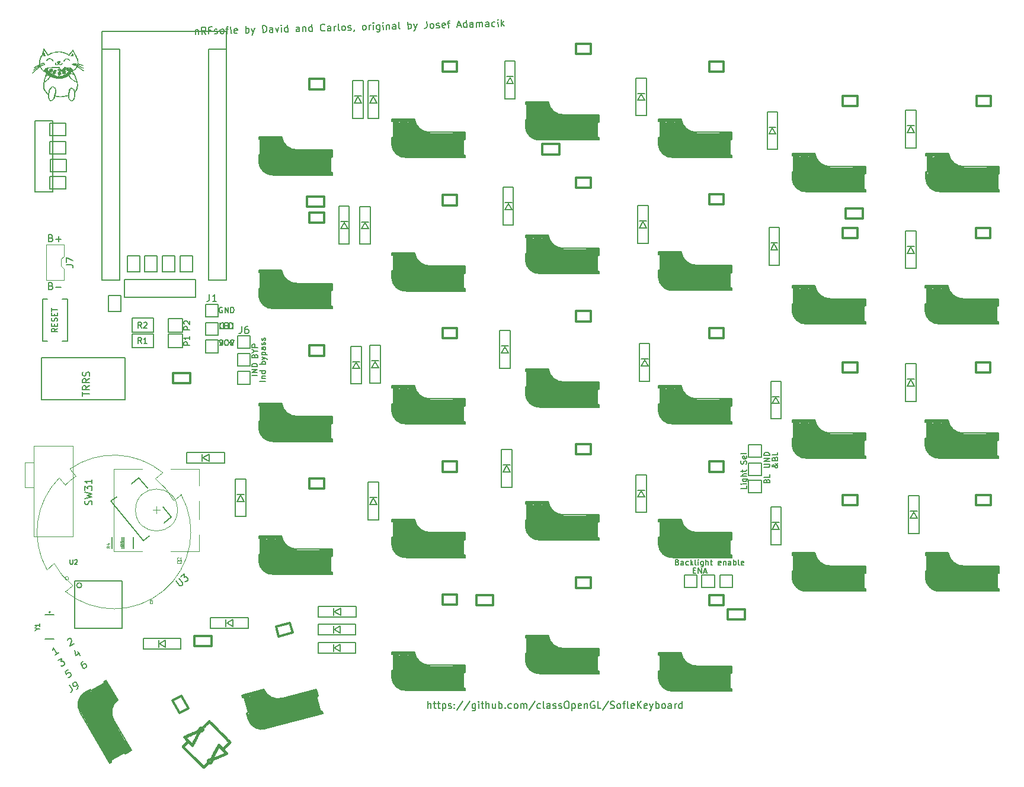
<source format=gto>
G04 #@! TF.GenerationSoftware,KiCad,Pcbnew,5.1.10*
G04 #@! TF.CreationDate,2021-10-01T05:51:37+02:00*
G04 #@! TF.ProjectId,SofleKeyboard,536f666c-654b-4657-9962-6f6172642e6b,rev?*
G04 #@! TF.SameCoordinates,Original*
G04 #@! TF.FileFunction,Legend,Top*
G04 #@! TF.FilePolarity,Positive*
%FSLAX46Y46*%
G04 Gerber Fmt 4.6, Leading zero omitted, Abs format (unit mm)*
G04 Created by KiCad (PCBNEW 5.1.10) date 2021-10-01 05:51:37*
%MOMM*%
%LPD*%
G01*
G04 APERTURE LIST*
%ADD10C,0.150000*%
%ADD11C,0.200000*%
%ADD12C,0.120000*%
%ADD13C,0.127000*%
%ADD14C,0.100000*%
%ADD15C,0.152400*%
%ADD16C,0.010000*%
%ADD17C,0.300000*%
%ADD18C,0.400000*%
%ADD19C,0.500000*%
%ADD20C,1.000000*%
%ADD21C,0.800000*%
%ADD22C,3.500000*%
%ADD23C,3.000000*%
%ADD24C,0.104012*%
%ADD25C,0.080000*%
%ADD26C,0.098425*%
G04 APERTURE END LIST*
D10*
X188761904Y-97780952D02*
X188761904Y-97819047D01*
X188723809Y-97895238D01*
X188609523Y-98009523D01*
X188380952Y-98200000D01*
X188266666Y-98276190D01*
X188152380Y-98314285D01*
X188076190Y-98314285D01*
X188000000Y-98276190D01*
X187961904Y-98200000D01*
X187961904Y-98161904D01*
X188000000Y-98085714D01*
X188076190Y-98047619D01*
X188114285Y-98047619D01*
X188190476Y-98085714D01*
X188228571Y-98123809D01*
X188380952Y-98352380D01*
X188419047Y-98390476D01*
X188495238Y-98428571D01*
X188609523Y-98428571D01*
X188685714Y-98390476D01*
X188723809Y-98352380D01*
X188761904Y-98276190D01*
X188761904Y-98161904D01*
X188723809Y-98085714D01*
X188685714Y-98047619D01*
X188533333Y-97933333D01*
X188419047Y-97895238D01*
X188342857Y-97895238D01*
X188342857Y-97171428D02*
X188380952Y-97057142D01*
X188419047Y-97019047D01*
X188495238Y-96980952D01*
X188609523Y-96980952D01*
X188685714Y-97019047D01*
X188723809Y-97057142D01*
X188761904Y-97133333D01*
X188761904Y-97438095D01*
X187961904Y-97438095D01*
X187961904Y-97171428D01*
X188000000Y-97095238D01*
X188038095Y-97057142D01*
X188114285Y-97019047D01*
X188190476Y-97019047D01*
X188266666Y-97057142D01*
X188304761Y-97095238D01*
X188342857Y-97171428D01*
X188342857Y-97438095D01*
X188761904Y-96257142D02*
X188761904Y-96638095D01*
X187961904Y-96638095D01*
D11*
X105562328Y-35820703D02*
X105579779Y-36487142D01*
X105564821Y-35915909D02*
X105611177Y-35867060D01*
X105705136Y-35816964D01*
X105847944Y-35813224D01*
X105944396Y-35858334D01*
X105994492Y-35952293D01*
X106008204Y-36475923D01*
X107055464Y-36448499D02*
X106709779Y-35981198D01*
X106484231Y-36463458D02*
X106458054Y-35463800D01*
X106838876Y-35453828D01*
X106935328Y-35498938D01*
X106984177Y-35545294D01*
X107034273Y-35639253D01*
X107038012Y-35782061D01*
X106992903Y-35878513D01*
X106946546Y-35927362D01*
X106852587Y-35977458D01*
X106471766Y-35987430D01*
X107803396Y-35904925D02*
X107470176Y-35913651D01*
X107483888Y-36437281D02*
X107457711Y-35437623D01*
X107933738Y-35425158D01*
X108291888Y-36368487D02*
X108388340Y-36413597D01*
X108578751Y-36408611D01*
X108672710Y-36358515D01*
X108717820Y-36262063D01*
X108716573Y-36214460D01*
X108666477Y-36120501D01*
X108570025Y-36075392D01*
X108427217Y-36079131D01*
X108330765Y-36034021D01*
X108280669Y-35940063D01*
X108279423Y-35892460D01*
X108324532Y-35796008D01*
X108418491Y-35745912D01*
X108561300Y-35742172D01*
X108657752Y-35787282D01*
X109292792Y-36389913D02*
X109196340Y-36344803D01*
X109147491Y-36298447D01*
X109097395Y-36204488D01*
X109089916Y-35918872D01*
X109135025Y-35822420D01*
X109181382Y-35773570D01*
X109275341Y-35723475D01*
X109418149Y-35719735D01*
X109514601Y-35764845D01*
X109563450Y-35811201D01*
X109613546Y-35905160D01*
X109621025Y-36190776D01*
X109575915Y-36287228D01*
X109529559Y-36336078D01*
X109435600Y-36386173D01*
X109292792Y-36389913D01*
X109894176Y-35707270D02*
X110274998Y-35697298D01*
X110054436Y-36369969D02*
X110031998Y-35513119D01*
X110077108Y-35416667D01*
X110171067Y-35366572D01*
X110266272Y-35364079D01*
X110768476Y-36351271D02*
X110672025Y-36306161D01*
X110621929Y-36212202D01*
X110599491Y-35355353D01*
X111528874Y-36283724D02*
X111434915Y-36333819D01*
X111244504Y-36338806D01*
X111148052Y-36293696D01*
X111097956Y-36199737D01*
X111087984Y-35818915D01*
X111133094Y-35722463D01*
X111227052Y-35672367D01*
X111417463Y-35667381D01*
X111513915Y-35712491D01*
X111564011Y-35806450D01*
X111566504Y-35901655D01*
X111092970Y-36009326D01*
X112767791Y-36298917D02*
X112741614Y-35299260D01*
X112751586Y-35680081D02*
X112845545Y-35629986D01*
X113035956Y-35624999D01*
X113132408Y-35670109D01*
X113181257Y-35716465D01*
X113231353Y-35810424D01*
X113238832Y-36096041D01*
X113193723Y-36192493D01*
X113147366Y-36241342D01*
X113053408Y-36291438D01*
X112862997Y-36296424D01*
X112766545Y-36251314D01*
X113559586Y-35611288D02*
X113815051Y-36271493D01*
X114035614Y-35598823D02*
X113815051Y-36271493D01*
X113726078Y-36512000D01*
X113679722Y-36560849D01*
X113585763Y-36610945D01*
X115195530Y-36235344D02*
X115169353Y-35235687D01*
X115407367Y-35229454D01*
X115551422Y-35273317D01*
X115649120Y-35366030D01*
X115699216Y-35459989D01*
X115751805Y-35649153D01*
X115755544Y-35791961D01*
X115712928Y-35983619D01*
X115667818Y-36080071D01*
X115575106Y-36177769D01*
X115433544Y-36229112D01*
X115195530Y-36235344D01*
X116623612Y-36197949D02*
X116609901Y-35674319D01*
X116559805Y-35580360D01*
X116463353Y-35535250D01*
X116272942Y-35540236D01*
X116178983Y-35590332D01*
X116622366Y-36150346D02*
X116528407Y-36200442D01*
X116290393Y-36206674D01*
X116193941Y-36161565D01*
X116143845Y-36067606D01*
X116141352Y-35972400D01*
X116186462Y-35875948D01*
X116280421Y-35825852D01*
X116518435Y-35819620D01*
X116612394Y-35769524D01*
X116986983Y-35521538D02*
X117242448Y-36181744D01*
X117463010Y-35509073D01*
X117861283Y-36165539D02*
X117843832Y-35499101D01*
X117835106Y-35165882D02*
X117788750Y-35214731D01*
X117837599Y-35261087D01*
X117883956Y-35212238D01*
X117835106Y-35165882D01*
X117837599Y-35261087D01*
X118765735Y-36141855D02*
X118739558Y-35142198D01*
X118764489Y-36094252D02*
X118670530Y-36144348D01*
X118480119Y-36149334D01*
X118383667Y-36104225D01*
X118334817Y-36057868D01*
X118284722Y-35963909D01*
X118277243Y-35678293D01*
X118322352Y-35581841D01*
X118368708Y-35532992D01*
X118462667Y-35482896D01*
X118653078Y-35477910D01*
X118749530Y-35523020D01*
X120431831Y-36098227D02*
X120418119Y-35574597D01*
X120368023Y-35480638D01*
X120271571Y-35435528D01*
X120081160Y-35440514D01*
X119987201Y-35490610D01*
X120430584Y-36050624D02*
X120336625Y-36100720D01*
X120098612Y-36106953D01*
X120002160Y-36061843D01*
X119952064Y-35967884D01*
X119949571Y-35872678D01*
X119994680Y-35776226D01*
X120088639Y-35726131D01*
X120326653Y-35719898D01*
X120420612Y-35669802D01*
X120890407Y-35419323D02*
X120907858Y-36085762D01*
X120892900Y-35514529D02*
X120939256Y-35465680D01*
X121033215Y-35415584D01*
X121176023Y-35411844D01*
X121272475Y-35456954D01*
X121322571Y-35550913D01*
X121336282Y-36074543D01*
X122240734Y-36050859D02*
X122214557Y-35051202D01*
X122239488Y-36003256D02*
X122145529Y-36053352D01*
X121955118Y-36058338D01*
X121858666Y-36013229D01*
X121809817Y-35966872D01*
X121759721Y-35872913D01*
X121752242Y-35587297D01*
X121797352Y-35490845D01*
X121843708Y-35441996D01*
X121937667Y-35391900D01*
X122128078Y-35386914D01*
X122224530Y-35432024D01*
X124047145Y-35908286D02*
X124000789Y-35957135D01*
X123859227Y-36008477D01*
X123764022Y-36010970D01*
X123619967Y-35967107D01*
X123522268Y-35874395D01*
X123472173Y-35780436D01*
X123419584Y-35591271D01*
X123415844Y-35448463D01*
X123458461Y-35256806D01*
X123503571Y-35160354D01*
X123596283Y-35062655D01*
X123737845Y-35011313D01*
X123833050Y-35008820D01*
X123977105Y-35052683D01*
X124025954Y-35099039D01*
X124906487Y-35981054D02*
X124892775Y-35457424D01*
X124842680Y-35363465D01*
X124746228Y-35318355D01*
X124555817Y-35323341D01*
X124461858Y-35373437D01*
X124905241Y-35933451D02*
X124811282Y-35983547D01*
X124573268Y-35989780D01*
X124476816Y-35944670D01*
X124426720Y-35850711D01*
X124424227Y-35755505D01*
X124469337Y-35659053D01*
X124563296Y-35608958D01*
X124801310Y-35602725D01*
X124895269Y-35552629D01*
X125382515Y-35968589D02*
X125365063Y-35302150D01*
X125370049Y-35492561D02*
X125415159Y-35396109D01*
X125461515Y-35347260D01*
X125555474Y-35297164D01*
X125650680Y-35294671D01*
X126144158Y-35948644D02*
X126047706Y-35903535D01*
X125997610Y-35809576D01*
X125975173Y-34952727D01*
X126667788Y-35934933D02*
X126571336Y-35889823D01*
X126522487Y-35843467D01*
X126472391Y-35749508D01*
X126464912Y-35463891D01*
X126510022Y-35367439D01*
X126556378Y-35318590D01*
X126650337Y-35268494D01*
X126793145Y-35264755D01*
X126889597Y-35309865D01*
X126938446Y-35356221D01*
X126988542Y-35450180D01*
X126996021Y-35735796D01*
X126950912Y-35832248D01*
X126904555Y-35881097D01*
X126810596Y-35931193D01*
X126667788Y-35934933D01*
X127380583Y-35868632D02*
X127477035Y-35913742D01*
X127667446Y-35908756D01*
X127761404Y-35858660D01*
X127806514Y-35762208D01*
X127805268Y-35714605D01*
X127755172Y-35620646D01*
X127658720Y-35575537D01*
X127515912Y-35579276D01*
X127419460Y-35534166D01*
X127369364Y-35440207D01*
X127368117Y-35392605D01*
X127413227Y-35296153D01*
X127507186Y-35246057D01*
X127649994Y-35242317D01*
X127746446Y-35287427D01*
X128285035Y-35844948D02*
X128286281Y-35892551D01*
X128241171Y-35989003D01*
X128194815Y-36037852D01*
X129619157Y-35857648D02*
X129522705Y-35812539D01*
X129473856Y-35766182D01*
X129423760Y-35672223D01*
X129416281Y-35386607D01*
X129461391Y-35290155D01*
X129507747Y-35241306D01*
X129601706Y-35191210D01*
X129744514Y-35187470D01*
X129840966Y-35232580D01*
X129889816Y-35278936D01*
X129939911Y-35372895D01*
X129947390Y-35658512D01*
X129902281Y-35754964D01*
X129855925Y-35803813D01*
X129761966Y-35853909D01*
X129619157Y-35857648D01*
X130380801Y-35837704D02*
X130363350Y-35171266D01*
X130368336Y-35361677D02*
X130413446Y-35265225D01*
X130459802Y-35216375D01*
X130553761Y-35166280D01*
X130648966Y-35163787D01*
X130999637Y-35821499D02*
X130982185Y-35155061D01*
X130973460Y-34821842D02*
X130927103Y-34870691D01*
X130975953Y-34917047D01*
X131022309Y-34868198D01*
X130973460Y-34821842D01*
X130975953Y-34917047D01*
X131886637Y-35131377D02*
X131907828Y-35940623D01*
X131862718Y-36037075D01*
X131816362Y-36085925D01*
X131722403Y-36136020D01*
X131579595Y-36139760D01*
X131483143Y-36094650D01*
X131902842Y-35750213D02*
X131808883Y-35800308D01*
X131618472Y-35805294D01*
X131522020Y-35760185D01*
X131473171Y-35713828D01*
X131423075Y-35619870D01*
X131415596Y-35334253D01*
X131460706Y-35237801D01*
X131507062Y-35188952D01*
X131601021Y-35138856D01*
X131791432Y-35133870D01*
X131887884Y-35178980D01*
X132380116Y-35785350D02*
X132362664Y-35118912D01*
X132353939Y-34785693D02*
X132307583Y-34834542D01*
X132356432Y-34880898D01*
X132402788Y-34832049D01*
X132353939Y-34785693D01*
X132356432Y-34880898D01*
X132838692Y-35106447D02*
X132856143Y-35772885D01*
X132841185Y-35201652D02*
X132887541Y-35152803D01*
X132981500Y-35102707D01*
X133124308Y-35098967D01*
X133220760Y-35144077D01*
X133270856Y-35238036D01*
X133284568Y-35761666D01*
X134189020Y-35737982D02*
X134175308Y-35214352D01*
X134125212Y-35120393D01*
X134028760Y-35075284D01*
X133838349Y-35080270D01*
X133744390Y-35130365D01*
X134187773Y-35690379D02*
X134093814Y-35740475D01*
X133855800Y-35746708D01*
X133759348Y-35701598D01*
X133709253Y-35607639D01*
X133706760Y-35512434D01*
X133751869Y-35415982D01*
X133845828Y-35365886D01*
X134083842Y-35359653D01*
X134177801Y-35309558D01*
X134807855Y-35721777D02*
X134711403Y-35676668D01*
X134661307Y-35582709D01*
X134638870Y-34725860D01*
X135950321Y-35691861D02*
X135924144Y-34692204D01*
X135934116Y-35073025D02*
X136028075Y-35022930D01*
X136218486Y-35017944D01*
X136314938Y-35063053D01*
X136363787Y-35109409D01*
X136413883Y-35203368D01*
X136421362Y-35488985D01*
X136376252Y-35585437D01*
X136329896Y-35634286D01*
X136235937Y-35684382D01*
X136045526Y-35689368D01*
X135949074Y-35644258D01*
X136742116Y-35004232D02*
X136997581Y-35664437D01*
X137218143Y-34991767D02*
X136997581Y-35664437D01*
X136908608Y-35904944D01*
X136862252Y-35953793D01*
X136768293Y-36003889D01*
X138637499Y-34621152D02*
X138656197Y-35335193D01*
X138612334Y-35479248D01*
X138519621Y-35576946D01*
X138378060Y-35628288D01*
X138282854Y-35630781D01*
X139282512Y-35604604D02*
X139186060Y-35559495D01*
X139137210Y-35513139D01*
X139087115Y-35419180D01*
X139079635Y-35133563D01*
X139124745Y-35037111D01*
X139171101Y-34988262D01*
X139265060Y-34938166D01*
X139407868Y-34934427D01*
X139504320Y-34979536D01*
X139553170Y-35025893D01*
X139603266Y-35119851D01*
X139610745Y-35405468D01*
X139565635Y-35501920D01*
X139519279Y-35550769D01*
X139425320Y-35600865D01*
X139282512Y-35604604D01*
X139995306Y-35538304D02*
X140091758Y-35583414D01*
X140282169Y-35578427D01*
X140376128Y-35528332D01*
X140421238Y-35431880D01*
X140419991Y-35384277D01*
X140369895Y-35290318D01*
X140273443Y-35245208D01*
X140130635Y-35248948D01*
X140034183Y-35203838D01*
X139984087Y-35109879D01*
X139982841Y-35062277D01*
X140027951Y-34965825D01*
X140121909Y-34915729D01*
X140264718Y-34911989D01*
X140361170Y-34957099D01*
X141232977Y-35505894D02*
X141139018Y-35555990D01*
X140948607Y-35560976D01*
X140852155Y-35515867D01*
X140802059Y-35421908D01*
X140792087Y-35041086D01*
X140837197Y-34944634D01*
X140931156Y-34894538D01*
X141121567Y-34889552D01*
X141218019Y-34934662D01*
X141268115Y-35028621D01*
X141270608Y-35123826D01*
X140797073Y-35231497D01*
X141549991Y-34878333D02*
X141930813Y-34868361D01*
X141710251Y-35541032D02*
X141687813Y-34684183D01*
X141732923Y-34587731D01*
X141826882Y-34537635D01*
X141922088Y-34535142D01*
X142988045Y-35221759D02*
X143464073Y-35209294D01*
X142900319Y-35509869D02*
X143207361Y-34501486D01*
X143566757Y-35492418D01*
X144328401Y-35472473D02*
X144302224Y-34472816D01*
X144327154Y-35424870D02*
X144233196Y-35474966D01*
X144042785Y-35479952D01*
X143946333Y-35434843D01*
X143897483Y-35388486D01*
X143847388Y-35294527D01*
X143839908Y-35008911D01*
X143885018Y-34912459D01*
X143931374Y-34863610D01*
X144025333Y-34813514D01*
X144215744Y-34808528D01*
X144312196Y-34853638D01*
X145232853Y-35448789D02*
X145219141Y-34925159D01*
X145169045Y-34831200D01*
X145072593Y-34786091D01*
X144882182Y-34791077D01*
X144788223Y-34841172D01*
X145231606Y-35401187D02*
X145137647Y-35451282D01*
X144899634Y-35457515D01*
X144803182Y-35412405D01*
X144753086Y-35318446D01*
X144750593Y-35223241D01*
X144795703Y-35126789D01*
X144889662Y-35076693D01*
X145127675Y-35070460D01*
X145221634Y-35020365D01*
X145708880Y-35436324D02*
X145691429Y-34769886D01*
X145693922Y-34865091D02*
X145740278Y-34816242D01*
X145834237Y-34766146D01*
X145977045Y-34762407D01*
X146073497Y-34807516D01*
X146123593Y-34901475D01*
X146137305Y-35425105D01*
X146123593Y-34901475D02*
X146168703Y-34805023D01*
X146262662Y-34754928D01*
X146405470Y-34751188D01*
X146501922Y-34796298D01*
X146552018Y-34890257D01*
X146565729Y-35413887D01*
X147470181Y-35390203D02*
X147456469Y-34866573D01*
X147406374Y-34772614D01*
X147309922Y-34727504D01*
X147119511Y-34732490D01*
X147025552Y-34782586D01*
X147468935Y-35342600D02*
X147374976Y-35392696D01*
X147136962Y-35398928D01*
X147040510Y-35353819D01*
X146990414Y-35259860D01*
X146987921Y-35164654D01*
X147033031Y-35068202D01*
X147126990Y-35018107D01*
X147365003Y-35011874D01*
X147458962Y-34961778D01*
X148373386Y-35318916D02*
X148279428Y-35369012D01*
X148089017Y-35373998D01*
X147992565Y-35328888D01*
X147943715Y-35282532D01*
X147893620Y-35188573D01*
X147886140Y-34902957D01*
X147931250Y-34806505D01*
X147977606Y-34757656D01*
X148071565Y-34707560D01*
X148261976Y-34702574D01*
X148358428Y-34747683D01*
X148803058Y-35355300D02*
X148785606Y-34688862D01*
X148776881Y-34355643D02*
X148730524Y-34404492D01*
X148779374Y-34450848D01*
X148825730Y-34401999D01*
X148776881Y-34355643D01*
X148779374Y-34450848D01*
X149279085Y-35342835D02*
X149252908Y-34343178D01*
X149364318Y-34959520D02*
X149659907Y-35332863D01*
X149642455Y-34666425D02*
X149271606Y-35057219D01*
D10*
X138803742Y-132862580D02*
X138803742Y-131862580D01*
X139232314Y-132862580D02*
X139232314Y-132338771D01*
X139184695Y-132243533D01*
X139089457Y-132195914D01*
X138946600Y-132195914D01*
X138851361Y-132243533D01*
X138803742Y-132291152D01*
X139565647Y-132195914D02*
X139946600Y-132195914D01*
X139708504Y-131862580D02*
X139708504Y-132719723D01*
X139756123Y-132814961D01*
X139851361Y-132862580D01*
X139946600Y-132862580D01*
X140137076Y-132195914D02*
X140518028Y-132195914D01*
X140279933Y-131862580D02*
X140279933Y-132719723D01*
X140327552Y-132814961D01*
X140422790Y-132862580D01*
X140518028Y-132862580D01*
X140851361Y-132195914D02*
X140851361Y-133195914D01*
X140851361Y-132243533D02*
X140946600Y-132195914D01*
X141137076Y-132195914D01*
X141232314Y-132243533D01*
X141279933Y-132291152D01*
X141327552Y-132386390D01*
X141327552Y-132672104D01*
X141279933Y-132767342D01*
X141232314Y-132814961D01*
X141137076Y-132862580D01*
X140946600Y-132862580D01*
X140851361Y-132814961D01*
X141708504Y-132814961D02*
X141803742Y-132862580D01*
X141994219Y-132862580D01*
X142089457Y-132814961D01*
X142137076Y-132719723D01*
X142137076Y-132672104D01*
X142089457Y-132576866D01*
X141994219Y-132529247D01*
X141851361Y-132529247D01*
X141756123Y-132481628D01*
X141708504Y-132386390D01*
X141708504Y-132338771D01*
X141756123Y-132243533D01*
X141851361Y-132195914D01*
X141994219Y-132195914D01*
X142089457Y-132243533D01*
X142565647Y-132767342D02*
X142613266Y-132814961D01*
X142565647Y-132862580D01*
X142518028Y-132814961D01*
X142565647Y-132767342D01*
X142565647Y-132862580D01*
X142565647Y-132243533D02*
X142613266Y-132291152D01*
X142565647Y-132338771D01*
X142518028Y-132291152D01*
X142565647Y-132243533D01*
X142565647Y-132338771D01*
X143756123Y-131814961D02*
X142898980Y-133100676D01*
X144803742Y-131814961D02*
X143946600Y-133100676D01*
X145565647Y-132195914D02*
X145565647Y-133005438D01*
X145518028Y-133100676D01*
X145470409Y-133148295D01*
X145375171Y-133195914D01*
X145232314Y-133195914D01*
X145137076Y-133148295D01*
X145565647Y-132814961D02*
X145470409Y-132862580D01*
X145279933Y-132862580D01*
X145184695Y-132814961D01*
X145137076Y-132767342D01*
X145089457Y-132672104D01*
X145089457Y-132386390D01*
X145137076Y-132291152D01*
X145184695Y-132243533D01*
X145279933Y-132195914D01*
X145470409Y-132195914D01*
X145565647Y-132243533D01*
X146041838Y-132862580D02*
X146041838Y-132195914D01*
X146041838Y-131862580D02*
X145994219Y-131910200D01*
X146041838Y-131957819D01*
X146089457Y-131910200D01*
X146041838Y-131862580D01*
X146041838Y-131957819D01*
X146375171Y-132195914D02*
X146756123Y-132195914D01*
X146518028Y-131862580D02*
X146518028Y-132719723D01*
X146565647Y-132814961D01*
X146660885Y-132862580D01*
X146756123Y-132862580D01*
X147089457Y-132862580D02*
X147089457Y-131862580D01*
X147518028Y-132862580D02*
X147518028Y-132338771D01*
X147470409Y-132243533D01*
X147375171Y-132195914D01*
X147232314Y-132195914D01*
X147137076Y-132243533D01*
X147089457Y-132291152D01*
X148422790Y-132195914D02*
X148422790Y-132862580D01*
X147994219Y-132195914D02*
X147994219Y-132719723D01*
X148041838Y-132814961D01*
X148137076Y-132862580D01*
X148279933Y-132862580D01*
X148375171Y-132814961D01*
X148422790Y-132767342D01*
X148898980Y-132862580D02*
X148898980Y-131862580D01*
X148898980Y-132243533D02*
X148994219Y-132195914D01*
X149184695Y-132195914D01*
X149279933Y-132243533D01*
X149327552Y-132291152D01*
X149375171Y-132386390D01*
X149375171Y-132672104D01*
X149327552Y-132767342D01*
X149279933Y-132814961D01*
X149184695Y-132862580D01*
X148994219Y-132862580D01*
X148898980Y-132814961D01*
X149803742Y-132767342D02*
X149851361Y-132814961D01*
X149803742Y-132862580D01*
X149756123Y-132814961D01*
X149803742Y-132767342D01*
X149803742Y-132862580D01*
X150708504Y-132814961D02*
X150613266Y-132862580D01*
X150422790Y-132862580D01*
X150327552Y-132814961D01*
X150279933Y-132767342D01*
X150232314Y-132672104D01*
X150232314Y-132386390D01*
X150279933Y-132291152D01*
X150327552Y-132243533D01*
X150422790Y-132195914D01*
X150613266Y-132195914D01*
X150708504Y-132243533D01*
X151279933Y-132862580D02*
X151184695Y-132814961D01*
X151137076Y-132767342D01*
X151089457Y-132672104D01*
X151089457Y-132386390D01*
X151137076Y-132291152D01*
X151184695Y-132243533D01*
X151279933Y-132195914D01*
X151422790Y-132195914D01*
X151518028Y-132243533D01*
X151565647Y-132291152D01*
X151613266Y-132386390D01*
X151613266Y-132672104D01*
X151565647Y-132767342D01*
X151518028Y-132814961D01*
X151422790Y-132862580D01*
X151279933Y-132862580D01*
X152041838Y-132862580D02*
X152041838Y-132195914D01*
X152041838Y-132291152D02*
X152089457Y-132243533D01*
X152184695Y-132195914D01*
X152327552Y-132195914D01*
X152422790Y-132243533D01*
X152470409Y-132338771D01*
X152470409Y-132862580D01*
X152470409Y-132338771D02*
X152518028Y-132243533D01*
X152613266Y-132195914D01*
X152756123Y-132195914D01*
X152851361Y-132243533D01*
X152898980Y-132338771D01*
X152898980Y-132862580D01*
X154089457Y-131814961D02*
X153232314Y-133100676D01*
X154851361Y-132814961D02*
X154756123Y-132862580D01*
X154565647Y-132862580D01*
X154470409Y-132814961D01*
X154422790Y-132767342D01*
X154375171Y-132672104D01*
X154375171Y-132386390D01*
X154422790Y-132291152D01*
X154470409Y-132243533D01*
X154565647Y-132195914D01*
X154756123Y-132195914D01*
X154851361Y-132243533D01*
X155422790Y-132862580D02*
X155327552Y-132814961D01*
X155279933Y-132719723D01*
X155279933Y-131862580D01*
X156232314Y-132862580D02*
X156232314Y-132338771D01*
X156184695Y-132243533D01*
X156089457Y-132195914D01*
X155898980Y-132195914D01*
X155803742Y-132243533D01*
X156232314Y-132814961D02*
X156137076Y-132862580D01*
X155898980Y-132862580D01*
X155803742Y-132814961D01*
X155756123Y-132719723D01*
X155756123Y-132624485D01*
X155803742Y-132529247D01*
X155898980Y-132481628D01*
X156137076Y-132481628D01*
X156232314Y-132434009D01*
X156660885Y-132814961D02*
X156756123Y-132862580D01*
X156946600Y-132862580D01*
X157041838Y-132814961D01*
X157089457Y-132719723D01*
X157089457Y-132672104D01*
X157041838Y-132576866D01*
X156946600Y-132529247D01*
X156803742Y-132529247D01*
X156708504Y-132481628D01*
X156660885Y-132386390D01*
X156660885Y-132338771D01*
X156708504Y-132243533D01*
X156803742Y-132195914D01*
X156946600Y-132195914D01*
X157041838Y-132243533D01*
X157470409Y-132814961D02*
X157565647Y-132862580D01*
X157756123Y-132862580D01*
X157851361Y-132814961D01*
X157898980Y-132719723D01*
X157898980Y-132672104D01*
X157851361Y-132576866D01*
X157756123Y-132529247D01*
X157613266Y-132529247D01*
X157518028Y-132481628D01*
X157470409Y-132386390D01*
X157470409Y-132338771D01*
X157518028Y-132243533D01*
X157613266Y-132195914D01*
X157756123Y-132195914D01*
X157851361Y-132243533D01*
X158518028Y-131862580D02*
X158708504Y-131862580D01*
X158803742Y-131910200D01*
X158898980Y-132005438D01*
X158946600Y-132195914D01*
X158946600Y-132529247D01*
X158898980Y-132719723D01*
X158803742Y-132814961D01*
X158708504Y-132862580D01*
X158518028Y-132862580D01*
X158422790Y-132814961D01*
X158327552Y-132719723D01*
X158279933Y-132529247D01*
X158279933Y-132195914D01*
X158327552Y-132005438D01*
X158422790Y-131910200D01*
X158518028Y-131862580D01*
X159375171Y-132195914D02*
X159375171Y-133195914D01*
X159375171Y-132243533D02*
X159470409Y-132195914D01*
X159660885Y-132195914D01*
X159756123Y-132243533D01*
X159803742Y-132291152D01*
X159851361Y-132386390D01*
X159851361Y-132672104D01*
X159803742Y-132767342D01*
X159756123Y-132814961D01*
X159660885Y-132862580D01*
X159470409Y-132862580D01*
X159375171Y-132814961D01*
X160660885Y-132814961D02*
X160565647Y-132862580D01*
X160375171Y-132862580D01*
X160279933Y-132814961D01*
X160232314Y-132719723D01*
X160232314Y-132338771D01*
X160279933Y-132243533D01*
X160375171Y-132195914D01*
X160565647Y-132195914D01*
X160660885Y-132243533D01*
X160708504Y-132338771D01*
X160708504Y-132434009D01*
X160232314Y-132529247D01*
X161137076Y-132195914D02*
X161137076Y-132862580D01*
X161137076Y-132291152D02*
X161184695Y-132243533D01*
X161279933Y-132195914D01*
X161422790Y-132195914D01*
X161518028Y-132243533D01*
X161565647Y-132338771D01*
X161565647Y-132862580D01*
X162565647Y-131910200D02*
X162470409Y-131862580D01*
X162327552Y-131862580D01*
X162184695Y-131910200D01*
X162089457Y-132005438D01*
X162041838Y-132100676D01*
X161994219Y-132291152D01*
X161994219Y-132434009D01*
X162041838Y-132624485D01*
X162089457Y-132719723D01*
X162184695Y-132814961D01*
X162327552Y-132862580D01*
X162422790Y-132862580D01*
X162565647Y-132814961D01*
X162613266Y-132767342D01*
X162613266Y-132434009D01*
X162422790Y-132434009D01*
X163518028Y-132862580D02*
X163041838Y-132862580D01*
X163041838Y-131862580D01*
X164565647Y-131814961D02*
X163708504Y-133100676D01*
X164851361Y-132814961D02*
X164994219Y-132862580D01*
X165232314Y-132862580D01*
X165327552Y-132814961D01*
X165375171Y-132767342D01*
X165422790Y-132672104D01*
X165422790Y-132576866D01*
X165375171Y-132481628D01*
X165327552Y-132434009D01*
X165232314Y-132386390D01*
X165041838Y-132338771D01*
X164946600Y-132291152D01*
X164898980Y-132243533D01*
X164851361Y-132148295D01*
X164851361Y-132053057D01*
X164898980Y-131957819D01*
X164946600Y-131910200D01*
X165041838Y-131862580D01*
X165279933Y-131862580D01*
X165422790Y-131910200D01*
X165994219Y-132862580D02*
X165898980Y-132814961D01*
X165851361Y-132767342D01*
X165803742Y-132672104D01*
X165803742Y-132386390D01*
X165851361Y-132291152D01*
X165898980Y-132243533D01*
X165994219Y-132195914D01*
X166137076Y-132195914D01*
X166232314Y-132243533D01*
X166279933Y-132291152D01*
X166327552Y-132386390D01*
X166327552Y-132672104D01*
X166279933Y-132767342D01*
X166232314Y-132814961D01*
X166137076Y-132862580D01*
X165994219Y-132862580D01*
X166613266Y-132195914D02*
X166994219Y-132195914D01*
X166756123Y-132862580D02*
X166756123Y-132005438D01*
X166803742Y-131910200D01*
X166898980Y-131862580D01*
X166994219Y-131862580D01*
X167470409Y-132862580D02*
X167375171Y-132814961D01*
X167327552Y-132719723D01*
X167327552Y-131862580D01*
X168232314Y-132814961D02*
X168137076Y-132862580D01*
X167946599Y-132862580D01*
X167851361Y-132814961D01*
X167803742Y-132719723D01*
X167803742Y-132338771D01*
X167851361Y-132243533D01*
X167946599Y-132195914D01*
X168137076Y-132195914D01*
X168232314Y-132243533D01*
X168279933Y-132338771D01*
X168279933Y-132434009D01*
X167803742Y-132529247D01*
X168708504Y-132862580D02*
X168708504Y-131862580D01*
X169279933Y-132862580D02*
X168851361Y-132291152D01*
X169279933Y-131862580D02*
X168708504Y-132434009D01*
X170089457Y-132814961D02*
X169994219Y-132862580D01*
X169803742Y-132862580D01*
X169708504Y-132814961D01*
X169660885Y-132719723D01*
X169660885Y-132338771D01*
X169708504Y-132243533D01*
X169803742Y-132195914D01*
X169994219Y-132195914D01*
X170089457Y-132243533D01*
X170137076Y-132338771D01*
X170137076Y-132434009D01*
X169660885Y-132529247D01*
X170470409Y-132195914D02*
X170708504Y-132862580D01*
X170946600Y-132195914D02*
X170708504Y-132862580D01*
X170613266Y-133100676D01*
X170565647Y-133148295D01*
X170470409Y-133195914D01*
X171327552Y-132862580D02*
X171327552Y-131862580D01*
X171327552Y-132243533D02*
X171422790Y-132195914D01*
X171613266Y-132195914D01*
X171708504Y-132243533D01*
X171756123Y-132291152D01*
X171803742Y-132386390D01*
X171803742Y-132672104D01*
X171756123Y-132767342D01*
X171708504Y-132814961D01*
X171613266Y-132862580D01*
X171422790Y-132862580D01*
X171327552Y-132814961D01*
X172375171Y-132862580D02*
X172279933Y-132814961D01*
X172232314Y-132767342D01*
X172184695Y-132672104D01*
X172184695Y-132386390D01*
X172232314Y-132291152D01*
X172279933Y-132243533D01*
X172375171Y-132195914D01*
X172518028Y-132195914D01*
X172613266Y-132243533D01*
X172660885Y-132291152D01*
X172708504Y-132386390D01*
X172708504Y-132672104D01*
X172660885Y-132767342D01*
X172613266Y-132814961D01*
X172518028Y-132862580D01*
X172375171Y-132862580D01*
X173565647Y-132862580D02*
X173565647Y-132338771D01*
X173518028Y-132243533D01*
X173422790Y-132195914D01*
X173232314Y-132195914D01*
X173137076Y-132243533D01*
X173565647Y-132814961D02*
X173470409Y-132862580D01*
X173232314Y-132862580D01*
X173137076Y-132814961D01*
X173089457Y-132719723D01*
X173089457Y-132624485D01*
X173137076Y-132529247D01*
X173232314Y-132481628D01*
X173470409Y-132481628D01*
X173565647Y-132434009D01*
X174041838Y-132862580D02*
X174041838Y-132195914D01*
X174041838Y-132386390D02*
X174089457Y-132291152D01*
X174137076Y-132243533D01*
X174232314Y-132195914D01*
X174327552Y-132195914D01*
X175089457Y-132862580D02*
X175089457Y-131862580D01*
X175089457Y-132814961D02*
X174994219Y-132862580D01*
X174803742Y-132862580D01*
X174708504Y-132814961D01*
X174660885Y-132767342D01*
X174613266Y-132672104D01*
X174613266Y-132386390D01*
X174660885Y-132291152D01*
X174708504Y-132243533D01*
X174803742Y-132195914D01*
X174994219Y-132195914D01*
X175089457Y-132243533D01*
X115561904Y-86066666D02*
X114761904Y-86066666D01*
X115028571Y-85685714D02*
X115561904Y-85685714D01*
X115104761Y-85685714D02*
X115066666Y-85647619D01*
X115028571Y-85571428D01*
X115028571Y-85457142D01*
X115066666Y-85380952D01*
X115142857Y-85342857D01*
X115561904Y-85342857D01*
X115561904Y-84619047D02*
X114761904Y-84619047D01*
X115523809Y-84619047D02*
X115561904Y-84695238D01*
X115561904Y-84847619D01*
X115523809Y-84923809D01*
X115485714Y-84961904D01*
X115409523Y-85000000D01*
X115180952Y-85000000D01*
X115104761Y-84961904D01*
X115066666Y-84923809D01*
X115028571Y-84847619D01*
X115028571Y-84695238D01*
X115066666Y-84619047D01*
X115561904Y-83628571D02*
X114761904Y-83628571D01*
X115066666Y-83628571D02*
X115028571Y-83552380D01*
X115028571Y-83400000D01*
X115066666Y-83323809D01*
X115104761Y-83285714D01*
X115180952Y-83247619D01*
X115409523Y-83247619D01*
X115485714Y-83285714D01*
X115523809Y-83323809D01*
X115561904Y-83400000D01*
X115561904Y-83552380D01*
X115523809Y-83628571D01*
X115028571Y-82980952D02*
X115561904Y-82790476D01*
X115028571Y-82600000D02*
X115561904Y-82790476D01*
X115752380Y-82866666D01*
X115790476Y-82904761D01*
X115828571Y-82980952D01*
X115028571Y-82295238D02*
X115828571Y-82295238D01*
X115066666Y-82295238D02*
X115028571Y-82219047D01*
X115028571Y-82066666D01*
X115066666Y-81990476D01*
X115104761Y-81952380D01*
X115180952Y-81914285D01*
X115409523Y-81914285D01*
X115485714Y-81952380D01*
X115523809Y-81990476D01*
X115561904Y-82066666D01*
X115561904Y-82219047D01*
X115523809Y-82295238D01*
X115561904Y-81228571D02*
X115142857Y-81228571D01*
X115066666Y-81266666D01*
X115028571Y-81342857D01*
X115028571Y-81495238D01*
X115066666Y-81571428D01*
X115523809Y-81228571D02*
X115561904Y-81304761D01*
X115561904Y-81495238D01*
X115523809Y-81571428D01*
X115447619Y-81609523D01*
X115371428Y-81609523D01*
X115295238Y-81571428D01*
X115257142Y-81495238D01*
X115257142Y-81304761D01*
X115219047Y-81228571D01*
X115523809Y-80885714D02*
X115561904Y-80809523D01*
X115561904Y-80657142D01*
X115523809Y-80580952D01*
X115447619Y-80542857D01*
X115409523Y-80542857D01*
X115333333Y-80580952D01*
X115295238Y-80657142D01*
X115295238Y-80771428D01*
X115257142Y-80847619D01*
X115180952Y-80885714D01*
X115142857Y-80885714D01*
X115066666Y-80847619D01*
X115028571Y-80771428D01*
X115028571Y-80657142D01*
X115066666Y-80580952D01*
X115523809Y-80238095D02*
X115561904Y-80161904D01*
X115561904Y-80009523D01*
X115523809Y-79933333D01*
X115447619Y-79895238D01*
X115409523Y-79895238D01*
X115333333Y-79933333D01*
X115295238Y-80009523D01*
X115295238Y-80123809D01*
X115257142Y-80200000D01*
X115180952Y-80238095D01*
X115142857Y-80238095D01*
X115066666Y-80200000D01*
X115028571Y-80123809D01*
X115028571Y-80009523D01*
X115066666Y-79933333D01*
X184301904Y-101043333D02*
X184301904Y-101424285D01*
X183501904Y-101424285D01*
X184301904Y-100776666D02*
X183768571Y-100776666D01*
X183501904Y-100776666D02*
X183540000Y-100814761D01*
X183578095Y-100776666D01*
X183540000Y-100738571D01*
X183501904Y-100776666D01*
X183578095Y-100776666D01*
X183768571Y-100052857D02*
X184416190Y-100052857D01*
X184492380Y-100090952D01*
X184530476Y-100129047D01*
X184568571Y-100205238D01*
X184568571Y-100319523D01*
X184530476Y-100395714D01*
X184263809Y-100052857D02*
X184301904Y-100129047D01*
X184301904Y-100281428D01*
X184263809Y-100357619D01*
X184225714Y-100395714D01*
X184149523Y-100433809D01*
X183920952Y-100433809D01*
X183844761Y-100395714D01*
X183806666Y-100357619D01*
X183768571Y-100281428D01*
X183768571Y-100129047D01*
X183806666Y-100052857D01*
X184301904Y-99671904D02*
X183501904Y-99671904D01*
X184301904Y-99329047D02*
X183882857Y-99329047D01*
X183806666Y-99367142D01*
X183768571Y-99443333D01*
X183768571Y-99557619D01*
X183806666Y-99633809D01*
X183844761Y-99671904D01*
X183768571Y-99062380D02*
X183768571Y-98757619D01*
X183501904Y-98948095D02*
X184187619Y-98948095D01*
X184263809Y-98910000D01*
X184301904Y-98833809D01*
X184301904Y-98757619D01*
X184263809Y-97919523D02*
X184301904Y-97805238D01*
X184301904Y-97614761D01*
X184263809Y-97538571D01*
X184225714Y-97500476D01*
X184149523Y-97462380D01*
X184073333Y-97462380D01*
X183997142Y-97500476D01*
X183959047Y-97538571D01*
X183920952Y-97614761D01*
X183882857Y-97767142D01*
X183844761Y-97843333D01*
X183806666Y-97881428D01*
X183730476Y-97919523D01*
X183654285Y-97919523D01*
X183578095Y-97881428D01*
X183540000Y-97843333D01*
X183501904Y-97767142D01*
X183501904Y-97576666D01*
X183540000Y-97462380D01*
X184263809Y-96814761D02*
X184301904Y-96890952D01*
X184301904Y-97043333D01*
X184263809Y-97119523D01*
X184187619Y-97157619D01*
X183882857Y-97157619D01*
X183806666Y-97119523D01*
X183768571Y-97043333D01*
X183768571Y-96890952D01*
X183806666Y-96814761D01*
X183882857Y-96776666D01*
X183959047Y-96776666D01*
X184035238Y-97157619D01*
X184301904Y-96319523D02*
X184263809Y-96395714D01*
X184187619Y-96433809D01*
X183501904Y-96433809D01*
X187182857Y-100326666D02*
X187220952Y-100212380D01*
X187259047Y-100174285D01*
X187335238Y-100136190D01*
X187449523Y-100136190D01*
X187525714Y-100174285D01*
X187563809Y-100212380D01*
X187601904Y-100288571D01*
X187601904Y-100593333D01*
X186801904Y-100593333D01*
X186801904Y-100326666D01*
X186840000Y-100250476D01*
X186878095Y-100212380D01*
X186954285Y-100174285D01*
X187030476Y-100174285D01*
X187106666Y-100212380D01*
X187144761Y-100250476D01*
X187182857Y-100326666D01*
X187182857Y-100593333D01*
X187601904Y-99412380D02*
X187601904Y-99793333D01*
X186801904Y-99793333D01*
X186781904Y-98377619D02*
X187429523Y-98377619D01*
X187505714Y-98339523D01*
X187543809Y-98301428D01*
X187581904Y-98225238D01*
X187581904Y-98072857D01*
X187543809Y-97996666D01*
X187505714Y-97958571D01*
X187429523Y-97920476D01*
X186781904Y-97920476D01*
X187581904Y-97539523D02*
X186781904Y-97539523D01*
X187581904Y-97082380D01*
X186781904Y-97082380D01*
X187581904Y-96701428D02*
X186781904Y-96701428D01*
X186781904Y-96510952D01*
X186820000Y-96396666D01*
X186896190Y-96320476D01*
X186972380Y-96282380D01*
X187124761Y-96244285D01*
X187239047Y-96244285D01*
X187391428Y-96282380D01*
X187467619Y-96320476D01*
X187543809Y-96396666D01*
X187581904Y-96510952D01*
X187581904Y-96701428D01*
X114401904Y-85229047D02*
X113601904Y-85229047D01*
X114401904Y-84848095D02*
X113601904Y-84848095D01*
X114401904Y-84390952D01*
X113601904Y-84390952D01*
X114401904Y-84010000D02*
X113601904Y-84010000D01*
X113601904Y-83819523D01*
X113640000Y-83705238D01*
X113716190Y-83629047D01*
X113792380Y-83590952D01*
X113944761Y-83552857D01*
X114059047Y-83552857D01*
X114211428Y-83590952D01*
X114287619Y-83629047D01*
X114363809Y-83705238D01*
X114401904Y-83819523D01*
X114401904Y-84010000D01*
X174390476Y-111942857D02*
X174504761Y-111980952D01*
X174542857Y-112019047D01*
X174580952Y-112095238D01*
X174580952Y-112209523D01*
X174542857Y-112285714D01*
X174504761Y-112323809D01*
X174428571Y-112361904D01*
X174123809Y-112361904D01*
X174123809Y-111561904D01*
X174390476Y-111561904D01*
X174466666Y-111600000D01*
X174504761Y-111638095D01*
X174542857Y-111714285D01*
X174542857Y-111790476D01*
X174504761Y-111866666D01*
X174466666Y-111904761D01*
X174390476Y-111942857D01*
X174123809Y-111942857D01*
X175266666Y-112361904D02*
X175266666Y-111942857D01*
X175228571Y-111866666D01*
X175152380Y-111828571D01*
X175000000Y-111828571D01*
X174923809Y-111866666D01*
X175266666Y-112323809D02*
X175190476Y-112361904D01*
X175000000Y-112361904D01*
X174923809Y-112323809D01*
X174885714Y-112247619D01*
X174885714Y-112171428D01*
X174923809Y-112095238D01*
X175000000Y-112057142D01*
X175190476Y-112057142D01*
X175266666Y-112019047D01*
X175990476Y-112323809D02*
X175914285Y-112361904D01*
X175761904Y-112361904D01*
X175685714Y-112323809D01*
X175647619Y-112285714D01*
X175609523Y-112209523D01*
X175609523Y-111980952D01*
X175647619Y-111904761D01*
X175685714Y-111866666D01*
X175761904Y-111828571D01*
X175914285Y-111828571D01*
X175990476Y-111866666D01*
X176333333Y-112361904D02*
X176333333Y-111561904D01*
X176409523Y-112057142D02*
X176638095Y-112361904D01*
X176638095Y-111828571D02*
X176333333Y-112133333D01*
X177095238Y-112361904D02*
X177019047Y-112323809D01*
X176980952Y-112247619D01*
X176980952Y-111561904D01*
X177400000Y-112361904D02*
X177400000Y-111828571D01*
X177400000Y-111561904D02*
X177361904Y-111600000D01*
X177400000Y-111638095D01*
X177438095Y-111600000D01*
X177400000Y-111561904D01*
X177400000Y-111638095D01*
X178123809Y-111828571D02*
X178123809Y-112476190D01*
X178085714Y-112552380D01*
X178047619Y-112590476D01*
X177971428Y-112628571D01*
X177857142Y-112628571D01*
X177780952Y-112590476D01*
X178123809Y-112323809D02*
X178047619Y-112361904D01*
X177895238Y-112361904D01*
X177819047Y-112323809D01*
X177780952Y-112285714D01*
X177742857Y-112209523D01*
X177742857Y-111980952D01*
X177780952Y-111904761D01*
X177819047Y-111866666D01*
X177895238Y-111828571D01*
X178047619Y-111828571D01*
X178123809Y-111866666D01*
X178504761Y-112361904D02*
X178504761Y-111561904D01*
X178847619Y-112361904D02*
X178847619Y-111942857D01*
X178809523Y-111866666D01*
X178733333Y-111828571D01*
X178619047Y-111828571D01*
X178542857Y-111866666D01*
X178504761Y-111904761D01*
X179114285Y-111828571D02*
X179419047Y-111828571D01*
X179228571Y-111561904D02*
X179228571Y-112247619D01*
X179266666Y-112323809D01*
X179342857Y-112361904D01*
X179419047Y-112361904D01*
X180600000Y-112323809D02*
X180523809Y-112361904D01*
X180371428Y-112361904D01*
X180295238Y-112323809D01*
X180257142Y-112247619D01*
X180257142Y-111942857D01*
X180295238Y-111866666D01*
X180371428Y-111828571D01*
X180523809Y-111828571D01*
X180600000Y-111866666D01*
X180638095Y-111942857D01*
X180638095Y-112019047D01*
X180257142Y-112095238D01*
X180980952Y-111828571D02*
X180980952Y-112361904D01*
X180980952Y-111904761D02*
X181019047Y-111866666D01*
X181095238Y-111828571D01*
X181209523Y-111828571D01*
X181285714Y-111866666D01*
X181323809Y-111942857D01*
X181323809Y-112361904D01*
X182047619Y-112361904D02*
X182047619Y-111942857D01*
X182009523Y-111866666D01*
X181933333Y-111828571D01*
X181780952Y-111828571D01*
X181704761Y-111866666D01*
X182047619Y-112323809D02*
X181971428Y-112361904D01*
X181780952Y-112361904D01*
X181704761Y-112323809D01*
X181666666Y-112247619D01*
X181666666Y-112171428D01*
X181704761Y-112095238D01*
X181780952Y-112057142D01*
X181971428Y-112057142D01*
X182047619Y-112019047D01*
X182428571Y-112361904D02*
X182428571Y-111561904D01*
X182428571Y-111866666D02*
X182504761Y-111828571D01*
X182657142Y-111828571D01*
X182733333Y-111866666D01*
X182771428Y-111904761D01*
X182809523Y-111980952D01*
X182809523Y-112209523D01*
X182771428Y-112285714D01*
X182733333Y-112323809D01*
X182657142Y-112361904D01*
X182504761Y-112361904D01*
X182428571Y-112323809D01*
X183266666Y-112361904D02*
X183190476Y-112323809D01*
X183152380Y-112247619D01*
X183152380Y-111561904D01*
X183876190Y-112323809D02*
X183800000Y-112361904D01*
X183647619Y-112361904D01*
X183571428Y-112323809D01*
X183533333Y-112247619D01*
X183533333Y-111942857D01*
X183571428Y-111866666D01*
X183647619Y-111828571D01*
X183800000Y-111828571D01*
X183876190Y-111866666D01*
X183914285Y-111942857D01*
X183914285Y-112019047D01*
X183533333Y-112095238D01*
X176666666Y-113142857D02*
X176933333Y-113142857D01*
X177047619Y-113561904D02*
X176666666Y-113561904D01*
X176666666Y-112761904D01*
X177047619Y-112761904D01*
X177390476Y-113561904D02*
X177390476Y-112761904D01*
X177847619Y-113561904D01*
X177847619Y-112761904D01*
X178190476Y-113333333D02*
X178571428Y-113333333D01*
X178114285Y-113561904D02*
X178380952Y-112761904D01*
X178647619Y-113561904D01*
X114042857Y-82455714D02*
X114080952Y-82341428D01*
X114119047Y-82303333D01*
X114195238Y-82265238D01*
X114309523Y-82265238D01*
X114385714Y-82303333D01*
X114423809Y-82341428D01*
X114461904Y-82417619D01*
X114461904Y-82722380D01*
X113661904Y-82722380D01*
X113661904Y-82455714D01*
X113700000Y-82379523D01*
X113738095Y-82341428D01*
X113814285Y-82303333D01*
X113890476Y-82303333D01*
X113966666Y-82341428D01*
X114004761Y-82379523D01*
X114042857Y-82455714D01*
X114042857Y-82722380D01*
X114080952Y-81770000D02*
X114461904Y-81770000D01*
X113661904Y-82036666D02*
X114080952Y-81770000D01*
X113661904Y-81503333D01*
X114461904Y-81236666D02*
X113661904Y-81236666D01*
X113661904Y-80931904D01*
X113700000Y-80855714D01*
X113738095Y-80817619D01*
X113814285Y-80779523D01*
X113928571Y-80779523D01*
X114004761Y-80817619D01*
X114042857Y-80855714D01*
X114080952Y-80931904D01*
X114080952Y-81236666D01*
X108933333Y-80161904D02*
X109200000Y-80961904D01*
X109466666Y-80161904D01*
X110190476Y-80885714D02*
X110152380Y-80923809D01*
X110038095Y-80961904D01*
X109961904Y-80961904D01*
X109847619Y-80923809D01*
X109771428Y-80847619D01*
X109733333Y-80771428D01*
X109695238Y-80619047D01*
X109695238Y-80504761D01*
X109733333Y-80352380D01*
X109771428Y-80276190D01*
X109847619Y-80200000D01*
X109961904Y-80161904D01*
X110038095Y-80161904D01*
X110152380Y-80200000D01*
X110190476Y-80238095D01*
X110990476Y-80885714D02*
X110952380Y-80923809D01*
X110838095Y-80961904D01*
X110761904Y-80961904D01*
X110647619Y-80923809D01*
X110571428Y-80847619D01*
X110533333Y-80771428D01*
X110495238Y-80619047D01*
X110495238Y-80504761D01*
X110533333Y-80352380D01*
X110571428Y-80276190D01*
X110647619Y-80200000D01*
X110761904Y-80161904D01*
X110838095Y-80161904D01*
X110952380Y-80200000D01*
X110990476Y-80238095D01*
X109445714Y-78561904D02*
X109064761Y-78561904D01*
X109064761Y-77761904D01*
X109712380Y-78142857D02*
X109979047Y-78142857D01*
X110093333Y-78561904D02*
X109712380Y-78561904D01*
X109712380Y-77761904D01*
X110093333Y-77761904D01*
X110436190Y-78561904D02*
X110436190Y-77761904D01*
X110626666Y-77761904D01*
X110740952Y-77800000D01*
X110817142Y-77876190D01*
X110855238Y-77952380D01*
X110893333Y-78104761D01*
X110893333Y-78219047D01*
X110855238Y-78371428D01*
X110817142Y-78447619D01*
X110740952Y-78523809D01*
X110626666Y-78561904D01*
X110436190Y-78561904D01*
D12*
X88048000Y-95300000D02*
X88048000Y-108300000D01*
X88048000Y-108300000D02*
X82448000Y-108300000D01*
X82448000Y-108300000D02*
X82448000Y-95300000D01*
X82448000Y-95300000D02*
X88048000Y-95300000D01*
X82454000Y-97736000D02*
X81184000Y-97736000D01*
X81184000Y-97736000D02*
X81184000Y-101292000D01*
X81184000Y-101292000D02*
X82454000Y-101292000D01*
D13*
X84070000Y-122920000D02*
X85370000Y-122920000D01*
X84070000Y-119480000D02*
X85370000Y-119480000D01*
D11*
X84820000Y-119100000D02*
G75*
G03*
X84820000Y-119100000I-100000J0D01*
G01*
D12*
X88510615Y-99646842D02*
X87645534Y-98612366D01*
X86987643Y-100921742D02*
X86122322Y-99890493D01*
X88009156Y-115272390D02*
X86968178Y-116145874D01*
X85375463Y-112133676D02*
X84334485Y-113007160D01*
X99832406Y-100002859D02*
X100873384Y-99129375D01*
X102466100Y-103141573D02*
X103507078Y-102268089D01*
D13*
X98698408Y-101383419D02*
X97457828Y-99904954D01*
X98166746Y-108839574D02*
X98971093Y-108164647D01*
X93474397Y-103247449D02*
X98166746Y-108839574D01*
X97457828Y-99904954D02*
X96423668Y-100772717D01*
X102150177Y-105497078D02*
X100909597Y-104018612D01*
X93474397Y-103247449D02*
X94278743Y-102572522D01*
X101116017Y-106364841D02*
X102150177Y-105497078D01*
D12*
X103507076Y-102268093D02*
G75*
G02*
X86968179Y-116145872I-9586295J-5369532D01*
G01*
X84330316Y-113009493D02*
G75*
G02*
X86122324Y-99890493I9590465J5371868D01*
G01*
X87648262Y-98616290D02*
G75*
G02*
X100873384Y-99129377I6272519J-9021335D01*
G01*
X88510615Y-99646843D02*
G75*
G03*
X87717881Y-100245296I5410166J-7990782D01*
G01*
X86990863Y-100922066D02*
G75*
G02*
X87717881Y-100245296I6929918J-6715559D01*
G01*
X88006228Y-115262621D02*
G75*
G02*
X86528452Y-113840525I5914553J7624996D01*
G01*
X85384574Y-112138256D02*
G75*
G03*
X86528452Y-113840525I8536207J4500631D01*
G01*
X102456987Y-103136994D02*
G75*
G03*
X101313110Y-101434724I-8536206J-4500631D01*
G01*
X99835334Y-100012629D02*
G75*
G02*
X101313110Y-101434724I-5914553J-7624996D01*
G01*
D14*
X87448000Y-114258400D02*
G75*
G03*
X87448000Y-114258400I-254000J0D01*
G01*
D15*
X89310000Y-115265200D02*
G75*
G03*
X89310000Y-115265200I-359200J0D01*
G01*
X88294000Y-114608400D02*
X95094000Y-114608400D01*
X88294000Y-121408400D02*
X88294000Y-114608400D01*
X95094000Y-121408400D02*
X88294000Y-121408400D01*
X95094000Y-114608400D02*
X95094000Y-121408400D01*
D13*
X95040000Y-109990000D02*
X95040000Y-108390000D01*
X93660000Y-109990000D02*
X93660000Y-108390000D01*
X96680000Y-110010000D02*
X96680000Y-108410000D01*
X95300000Y-110010000D02*
X95300000Y-108410000D01*
D16*
G36*
X107533317Y-134541238D02*
G01*
X107555232Y-134547729D01*
X107577131Y-134565117D01*
X107626314Y-134610136D01*
X107700303Y-134680309D01*
X107796620Y-134773163D01*
X107912786Y-134886223D01*
X108046323Y-135017014D01*
X108194753Y-135163062D01*
X108355596Y-135321892D01*
X108526374Y-135491030D01*
X108704609Y-135668001D01*
X108887823Y-135850330D01*
X109073537Y-136035543D01*
X109259272Y-136221165D01*
X109442551Y-136404722D01*
X109620894Y-136583739D01*
X109791824Y-136755741D01*
X109952861Y-136918253D01*
X110101527Y-137068802D01*
X110235345Y-137204913D01*
X110351834Y-137324111D01*
X110448518Y-137423920D01*
X110522917Y-137501868D01*
X110572554Y-137555479D01*
X110594948Y-137582278D01*
X110595569Y-137583340D01*
X110623191Y-137668737D01*
X110611266Y-137751979D01*
X110595776Y-137786782D01*
X110573213Y-137816352D01*
X110524464Y-137870940D01*
X110453761Y-137946124D01*
X110365334Y-138037480D01*
X110263416Y-138140584D01*
X110152239Y-138251012D01*
X110143267Y-138259837D01*
X110032821Y-138368713D01*
X109932148Y-138468537D01*
X109845250Y-138555293D01*
X109776129Y-138624968D01*
X109728785Y-138673548D01*
X109707221Y-138697017D01*
X109706557Y-138697954D01*
X109715239Y-138720631D01*
X109748593Y-138767531D01*
X109801774Y-138832529D01*
X109869940Y-138909499D01*
X109896526Y-138938223D01*
X109973765Y-139023001D01*
X110042642Y-139102777D01*
X110096655Y-139169724D01*
X110129301Y-139216012D01*
X110133290Y-139223290D01*
X110154164Y-139298673D01*
X110136807Y-139364891D01*
X110079818Y-139424467D01*
X109993840Y-139474325D01*
X109918437Y-139508645D01*
X109811141Y-139555438D01*
X109679415Y-139611584D01*
X109530724Y-139673961D01*
X109372531Y-139739451D01*
X109212300Y-139804932D01*
X109057495Y-139867284D01*
X108985050Y-139896078D01*
X108875372Y-139940406D01*
X108740747Y-139996287D01*
X108594858Y-140057960D01*
X108451390Y-140119663D01*
X108381800Y-140150062D01*
X108032550Y-140303612D01*
X107999383Y-140428314D01*
X107960565Y-140551145D01*
X107915751Y-140642218D01*
X107858911Y-140712112D01*
X107817270Y-140747714D01*
X107770449Y-140779422D01*
X107724394Y-140797609D01*
X107664428Y-140806094D01*
X107583087Y-140808625D01*
X107426645Y-140810233D01*
X107133746Y-141102571D01*
X107032957Y-141202899D01*
X106956685Y-141277333D01*
X106899533Y-141329928D01*
X106856102Y-141364744D01*
X106820994Y-141385836D01*
X106788810Y-141397263D01*
X106754152Y-141403081D01*
X106730689Y-141405494D01*
X106620529Y-141416079D01*
X105119914Y-139915464D01*
X104874823Y-139670333D01*
X104657963Y-139453295D01*
X104467609Y-139262531D01*
X104302035Y-139096223D01*
X104159515Y-138952554D01*
X104038324Y-138829704D01*
X103936736Y-138725856D01*
X103853024Y-138639192D01*
X103785463Y-138567893D01*
X103732327Y-138510142D01*
X103691891Y-138464120D01*
X103662428Y-138428009D01*
X103642212Y-138399990D01*
X103629518Y-138378247D01*
X103622620Y-138360960D01*
X103619792Y-138346311D01*
X103619300Y-138334590D01*
X103621557Y-138315322D01*
X103995035Y-138315322D01*
X105347042Y-139670642D01*
X105545476Y-139869461D01*
X105735376Y-140059533D01*
X105914618Y-140238745D01*
X106081077Y-140404980D01*
X106232629Y-140556122D01*
X106367148Y-140690057D01*
X106482510Y-140804668D01*
X106576591Y-140897841D01*
X106647264Y-140967460D01*
X106692407Y-141011409D01*
X106709893Y-141027574D01*
X106709994Y-141027614D01*
X106727905Y-141013977D01*
X106770174Y-140975265D01*
X106831456Y-140916563D01*
X106906403Y-140842957D01*
X106953410Y-140796060D01*
X107185883Y-140562854D01*
X107185883Y-140399185D01*
X107185949Y-140398013D01*
X107541724Y-140398013D01*
X107557277Y-140427194D01*
X107599559Y-140452326D01*
X107644566Y-140439040D01*
X107670089Y-140410538D01*
X107680658Y-140373074D01*
X107658124Y-140338852D01*
X107614685Y-140316642D01*
X107573516Y-140325484D01*
X107545551Y-140355801D01*
X107541724Y-140398013D01*
X107185949Y-140398013D01*
X107193052Y-140272883D01*
X107217984Y-140177717D01*
X107265812Y-140108178D01*
X107341670Y-140058758D01*
X107450693Y-140023945D01*
X107553504Y-140004694D01*
X107714871Y-139979744D01*
X107782029Y-139853630D01*
X107798780Y-139820036D01*
X108191300Y-139820036D01*
X108193255Y-139833092D01*
X108202585Y-139839398D01*
X108224489Y-139837359D01*
X108264164Y-139825380D01*
X108326809Y-139801868D01*
X108417622Y-139765228D01*
X108541799Y-139713865D01*
X108554069Y-139708766D01*
X108671592Y-139660392D01*
X108783504Y-139615199D01*
X108880469Y-139576895D01*
X108953150Y-139549187D01*
X108980388Y-139539470D01*
X109060316Y-139508964D01*
X109149925Y-139469724D01*
X109192055Y-139449333D01*
X109266187Y-139413430D01*
X109360835Y-139369876D01*
X109457396Y-139327204D01*
X109471883Y-139320984D01*
X109550690Y-139286172D01*
X109614755Y-139255750D01*
X109653816Y-139234672D01*
X109659934Y-139230178D01*
X109652275Y-139209592D01*
X109619439Y-139163924D01*
X109566040Y-139098168D01*
X109496690Y-139017322D01*
X109416001Y-138926380D01*
X109328586Y-138830339D01*
X109239058Y-138734193D01*
X109152029Y-138642940D01*
X109072113Y-138561575D01*
X109003921Y-138495093D01*
X108952067Y-138448491D01*
X108921164Y-138426764D01*
X108917241Y-138425804D01*
X108897296Y-138442285D01*
X108865035Y-138484307D01*
X108844374Y-138515762D01*
X108819318Y-138559601D01*
X108780171Y-138632585D01*
X108729635Y-138729317D01*
X108670414Y-138844396D01*
X108605211Y-138972425D01*
X108536729Y-139108004D01*
X108467671Y-139245735D01*
X108400740Y-139380219D01*
X108338641Y-139506057D01*
X108284076Y-139617851D01*
X108239748Y-139710201D01*
X108208361Y-139777709D01*
X108192618Y-139814977D01*
X108191300Y-139820036D01*
X107798780Y-139820036D01*
X107816656Y-139784186D01*
X107841511Y-139725958D01*
X107850911Y-139693141D01*
X107861672Y-139655145D01*
X107887049Y-139597594D01*
X107903377Y-139566141D01*
X107921421Y-139532245D01*
X107956288Y-139465900D01*
X108005306Y-139372234D01*
X108065808Y-139256378D01*
X108135123Y-139123460D01*
X108210582Y-138978610D01*
X108289517Y-138826958D01*
X108369257Y-138673634D01*
X108447134Y-138523766D01*
X108520478Y-138382485D01*
X108586620Y-138254919D01*
X108642891Y-138146200D01*
X108686620Y-138061455D01*
X108704760Y-138026141D01*
X108741623Y-137982345D01*
X108795944Y-137944640D01*
X108799598Y-137942846D01*
X108850771Y-137922657D01*
X108891284Y-137923923D01*
X108939162Y-137943559D01*
X108990124Y-137977648D01*
X109052039Y-138032642D01*
X109103204Y-138087254D01*
X109202115Y-138201558D01*
X109289417Y-138298298D01*
X109361564Y-138373791D01*
X109415010Y-138424354D01*
X109446209Y-138446301D01*
X109449417Y-138446933D01*
X109469894Y-138432551D01*
X109514868Y-138392693D01*
X109579390Y-138332287D01*
X109658510Y-138256262D01*
X109747278Y-138169546D01*
X109840747Y-138077069D01*
X109933965Y-137983760D01*
X110021985Y-137894546D01*
X110099856Y-137814358D01*
X110162629Y-137748123D01*
X110205356Y-137700771D01*
X110223087Y-137677231D01*
X110223300Y-137676250D01*
X110208661Y-137659189D01*
X110166150Y-137614366D01*
X110097869Y-137543911D01*
X110005922Y-137449953D01*
X109892415Y-137334622D01*
X109759450Y-137200048D01*
X109609133Y-137048359D01*
X109443567Y-136881684D01*
X109264857Y-136702154D01*
X109075106Y-136511897D01*
X108876419Y-136313043D01*
X108860004Y-136296629D01*
X107496708Y-134933604D01*
X107119045Y-135309144D01*
X106741383Y-135684683D01*
X106747512Y-135822266D01*
X106740290Y-135952867D01*
X106703863Y-136055470D01*
X106635559Y-136133354D01*
X106532708Y-136189795D01*
X106421520Y-136222202D01*
X106375585Y-136231190D01*
X106338635Y-136238341D01*
X106307847Y-136247450D01*
X106280395Y-136262310D01*
X106253455Y-136286716D01*
X106224203Y-136324462D01*
X106189813Y-136379341D01*
X106147462Y-136455148D01*
X106094325Y-136555676D01*
X106027577Y-136684720D01*
X105944393Y-136846072D01*
X105915594Y-136901766D01*
X105867414Y-136993784D01*
X105825670Y-137071563D01*
X105794427Y-137127669D01*
X105777749Y-137154665D01*
X105776728Y-137155766D01*
X105764368Y-137176746D01*
X105735757Y-137230829D01*
X105693373Y-137313153D01*
X105639698Y-137418859D01*
X105577210Y-137543085D01*
X105508389Y-137680971D01*
X105492720Y-137712505D01*
X105400900Y-137896844D01*
X105324576Y-138045023D01*
X105260145Y-138158661D01*
X105204001Y-138239378D01*
X105152541Y-138288794D01*
X105102163Y-138308529D01*
X105049261Y-138300202D01*
X104990232Y-138265433D01*
X104921474Y-138205842D01*
X104839381Y-138123049D01*
X104761605Y-138041114D01*
X104675178Y-137950670D01*
X104612198Y-137887614D01*
X104567696Y-137847953D01*
X104536704Y-137827695D01*
X104514255Y-137822846D01*
X104497022Y-137828481D01*
X104468014Y-137851091D01*
X104415759Y-137898130D01*
X104346548Y-137963700D01*
X104266669Y-138041903D01*
X104225209Y-138083381D01*
X103995035Y-138315322D01*
X103621557Y-138315322D01*
X103627567Y-138264028D01*
X103647663Y-138200975D01*
X103649592Y-138197173D01*
X103673881Y-138164499D01*
X103723170Y-138108083D01*
X103792109Y-138033699D01*
X103875350Y-137947118D01*
X103967092Y-137854560D01*
X104056835Y-137763532D01*
X104135118Y-137680626D01*
X104197246Y-137611102D01*
X104238527Y-137560222D01*
X104254267Y-137533245D01*
X104254299Y-137532662D01*
X104240585Y-137504828D01*
X104203678Y-137454024D01*
X104149931Y-137387597D01*
X104085698Y-137312894D01*
X104017333Y-137237262D01*
X103951190Y-137168047D01*
X103893622Y-137112597D01*
X103882594Y-137102850D01*
X103823250Y-137029942D01*
X103821587Y-137024036D01*
X104301353Y-137024036D01*
X104312790Y-137047004D01*
X104349797Y-137094543D01*
X104407859Y-137161444D01*
X104482458Y-137242499D01*
X104567556Y-137330953D01*
X104660692Y-137426478D01*
X104748583Y-137517851D01*
X104824836Y-137598332D01*
X104883057Y-137661183D01*
X104913429Y-137695516D01*
X104968071Y-137758354D01*
X105005122Y-137793938D01*
X105032349Y-137808916D01*
X105048050Y-137810761D01*
X105065474Y-137792530D01*
X105094942Y-137743972D01*
X105131578Y-137673567D01*
X105153883Y-137626728D01*
X105197111Y-137536630D01*
X105240291Y-137452651D01*
X105276372Y-137388295D01*
X105287605Y-137370528D01*
X105312579Y-137328563D01*
X105352203Y-137256072D01*
X105402521Y-137160555D01*
X105459580Y-137049514D01*
X105516785Y-136935760D01*
X105576617Y-136815611D01*
X105633105Y-136702401D01*
X105682316Y-136603998D01*
X105720315Y-136528266D01*
X105742261Y-136484853D01*
X105766670Y-136430377D01*
X105777255Y-136392720D01*
X105775900Y-136384311D01*
X105753802Y-136388980D01*
X105698323Y-136408840D01*
X105614652Y-136441636D01*
X105507982Y-136485119D01*
X105383504Y-136537034D01*
X105246409Y-136595131D01*
X105101889Y-136657157D01*
X104955133Y-136720859D01*
X104811335Y-136783986D01*
X104675684Y-136844286D01*
X104553373Y-136899505D01*
X104449591Y-136947393D01*
X104369532Y-136985697D01*
X104318385Y-137012164D01*
X104301353Y-137024036D01*
X103821587Y-137024036D01*
X103801317Y-136952068D01*
X103816056Y-136877384D01*
X103866732Y-136814046D01*
X103911186Y-136786258D01*
X103991186Y-136749005D01*
X104101117Y-136699677D01*
X104231746Y-136642268D01*
X104373841Y-136580776D01*
X104518168Y-136519198D01*
X104655496Y-136461530D01*
X104772883Y-136413269D01*
X104870114Y-136373254D01*
X104995932Y-136320547D01*
X105140156Y-136259467D01*
X105292605Y-136194328D01*
X105443100Y-136129450D01*
X105481893Y-136112617D01*
X105936903Y-135914883D01*
X105945436Y-135855226D01*
X106275223Y-135855226D01*
X106286300Y-135885766D01*
X106324325Y-135922467D01*
X106374383Y-135920711D01*
X106416924Y-135893069D01*
X106451462Y-135845718D01*
X106444777Y-135804845D01*
X106414691Y-135780678D01*
X106350352Y-135760056D01*
X106303833Y-135777319D01*
X106286300Y-135801100D01*
X106275223Y-135855226D01*
X105945436Y-135855226D01*
X105950581Y-135819266D01*
X105987296Y-135680163D01*
X106051607Y-135568156D01*
X106139804Y-135486451D01*
X106248181Y-135438255D01*
X106373030Y-135426774D01*
X106401395Y-135429377D01*
X106508550Y-135442540D01*
X106942334Y-135007925D01*
X107080602Y-134870304D01*
X107193314Y-134760710D01*
X107284049Y-134676455D01*
X107356386Y-134614854D01*
X107413903Y-134573218D01*
X107460178Y-134548861D01*
X107498790Y-134539097D01*
X107533317Y-134541238D01*
G37*
X107533317Y-134541238D02*
X107555232Y-134547729D01*
X107577131Y-134565117D01*
X107626314Y-134610136D01*
X107700303Y-134680309D01*
X107796620Y-134773163D01*
X107912786Y-134886223D01*
X108046323Y-135017014D01*
X108194753Y-135163062D01*
X108355596Y-135321892D01*
X108526374Y-135491030D01*
X108704609Y-135668001D01*
X108887823Y-135850330D01*
X109073537Y-136035543D01*
X109259272Y-136221165D01*
X109442551Y-136404722D01*
X109620894Y-136583739D01*
X109791824Y-136755741D01*
X109952861Y-136918253D01*
X110101527Y-137068802D01*
X110235345Y-137204913D01*
X110351834Y-137324111D01*
X110448518Y-137423920D01*
X110522917Y-137501868D01*
X110572554Y-137555479D01*
X110594948Y-137582278D01*
X110595569Y-137583340D01*
X110623191Y-137668737D01*
X110611266Y-137751979D01*
X110595776Y-137786782D01*
X110573213Y-137816352D01*
X110524464Y-137870940D01*
X110453761Y-137946124D01*
X110365334Y-138037480D01*
X110263416Y-138140584D01*
X110152239Y-138251012D01*
X110143267Y-138259837D01*
X110032821Y-138368713D01*
X109932148Y-138468537D01*
X109845250Y-138555293D01*
X109776129Y-138624968D01*
X109728785Y-138673548D01*
X109707221Y-138697017D01*
X109706557Y-138697954D01*
X109715239Y-138720631D01*
X109748593Y-138767531D01*
X109801774Y-138832529D01*
X109869940Y-138909499D01*
X109896526Y-138938223D01*
X109973765Y-139023001D01*
X110042642Y-139102777D01*
X110096655Y-139169724D01*
X110129301Y-139216012D01*
X110133290Y-139223290D01*
X110154164Y-139298673D01*
X110136807Y-139364891D01*
X110079818Y-139424467D01*
X109993840Y-139474325D01*
X109918437Y-139508645D01*
X109811141Y-139555438D01*
X109679415Y-139611584D01*
X109530724Y-139673961D01*
X109372531Y-139739451D01*
X109212300Y-139804932D01*
X109057495Y-139867284D01*
X108985050Y-139896078D01*
X108875372Y-139940406D01*
X108740747Y-139996287D01*
X108594858Y-140057960D01*
X108451390Y-140119663D01*
X108381800Y-140150062D01*
X108032550Y-140303612D01*
X107999383Y-140428314D01*
X107960565Y-140551145D01*
X107915751Y-140642218D01*
X107858911Y-140712112D01*
X107817270Y-140747714D01*
X107770449Y-140779422D01*
X107724394Y-140797609D01*
X107664428Y-140806094D01*
X107583087Y-140808625D01*
X107426645Y-140810233D01*
X107133746Y-141102571D01*
X107032957Y-141202899D01*
X106956685Y-141277333D01*
X106899533Y-141329928D01*
X106856102Y-141364744D01*
X106820994Y-141385836D01*
X106788810Y-141397263D01*
X106754152Y-141403081D01*
X106730689Y-141405494D01*
X106620529Y-141416079D01*
X105119914Y-139915464D01*
X104874823Y-139670333D01*
X104657963Y-139453295D01*
X104467609Y-139262531D01*
X104302035Y-139096223D01*
X104159515Y-138952554D01*
X104038324Y-138829704D01*
X103936736Y-138725856D01*
X103853024Y-138639192D01*
X103785463Y-138567893D01*
X103732327Y-138510142D01*
X103691891Y-138464120D01*
X103662428Y-138428009D01*
X103642212Y-138399990D01*
X103629518Y-138378247D01*
X103622620Y-138360960D01*
X103619792Y-138346311D01*
X103619300Y-138334590D01*
X103621557Y-138315322D01*
X103995035Y-138315322D01*
X105347042Y-139670642D01*
X105545476Y-139869461D01*
X105735376Y-140059533D01*
X105914618Y-140238745D01*
X106081077Y-140404980D01*
X106232629Y-140556122D01*
X106367148Y-140690057D01*
X106482510Y-140804668D01*
X106576591Y-140897841D01*
X106647264Y-140967460D01*
X106692407Y-141011409D01*
X106709893Y-141027574D01*
X106709994Y-141027614D01*
X106727905Y-141013977D01*
X106770174Y-140975265D01*
X106831456Y-140916563D01*
X106906403Y-140842957D01*
X106953410Y-140796060D01*
X107185883Y-140562854D01*
X107185883Y-140399185D01*
X107185949Y-140398013D01*
X107541724Y-140398013D01*
X107557277Y-140427194D01*
X107599559Y-140452326D01*
X107644566Y-140439040D01*
X107670089Y-140410538D01*
X107680658Y-140373074D01*
X107658124Y-140338852D01*
X107614685Y-140316642D01*
X107573516Y-140325484D01*
X107545551Y-140355801D01*
X107541724Y-140398013D01*
X107185949Y-140398013D01*
X107193052Y-140272883D01*
X107217984Y-140177717D01*
X107265812Y-140108178D01*
X107341670Y-140058758D01*
X107450693Y-140023945D01*
X107553504Y-140004694D01*
X107714871Y-139979744D01*
X107782029Y-139853630D01*
X107798780Y-139820036D01*
X108191300Y-139820036D01*
X108193255Y-139833092D01*
X108202585Y-139839398D01*
X108224489Y-139837359D01*
X108264164Y-139825380D01*
X108326809Y-139801868D01*
X108417622Y-139765228D01*
X108541799Y-139713865D01*
X108554069Y-139708766D01*
X108671592Y-139660392D01*
X108783504Y-139615199D01*
X108880469Y-139576895D01*
X108953150Y-139549187D01*
X108980388Y-139539470D01*
X109060316Y-139508964D01*
X109149925Y-139469724D01*
X109192055Y-139449333D01*
X109266187Y-139413430D01*
X109360835Y-139369876D01*
X109457396Y-139327204D01*
X109471883Y-139320984D01*
X109550690Y-139286172D01*
X109614755Y-139255750D01*
X109653816Y-139234672D01*
X109659934Y-139230178D01*
X109652275Y-139209592D01*
X109619439Y-139163924D01*
X109566040Y-139098168D01*
X109496690Y-139017322D01*
X109416001Y-138926380D01*
X109328586Y-138830339D01*
X109239058Y-138734193D01*
X109152029Y-138642940D01*
X109072113Y-138561575D01*
X109003921Y-138495093D01*
X108952067Y-138448491D01*
X108921164Y-138426764D01*
X108917241Y-138425804D01*
X108897296Y-138442285D01*
X108865035Y-138484307D01*
X108844374Y-138515762D01*
X108819318Y-138559601D01*
X108780171Y-138632585D01*
X108729635Y-138729317D01*
X108670414Y-138844396D01*
X108605211Y-138972425D01*
X108536729Y-139108004D01*
X108467671Y-139245735D01*
X108400740Y-139380219D01*
X108338641Y-139506057D01*
X108284076Y-139617851D01*
X108239748Y-139710201D01*
X108208361Y-139777709D01*
X108192618Y-139814977D01*
X108191300Y-139820036D01*
X107798780Y-139820036D01*
X107816656Y-139784186D01*
X107841511Y-139725958D01*
X107850911Y-139693141D01*
X107861672Y-139655145D01*
X107887049Y-139597594D01*
X107903377Y-139566141D01*
X107921421Y-139532245D01*
X107956288Y-139465900D01*
X108005306Y-139372234D01*
X108065808Y-139256378D01*
X108135123Y-139123460D01*
X108210582Y-138978610D01*
X108289517Y-138826958D01*
X108369257Y-138673634D01*
X108447134Y-138523766D01*
X108520478Y-138382485D01*
X108586620Y-138254919D01*
X108642891Y-138146200D01*
X108686620Y-138061455D01*
X108704760Y-138026141D01*
X108741623Y-137982345D01*
X108795944Y-137944640D01*
X108799598Y-137942846D01*
X108850771Y-137922657D01*
X108891284Y-137923923D01*
X108939162Y-137943559D01*
X108990124Y-137977648D01*
X109052039Y-138032642D01*
X109103204Y-138087254D01*
X109202115Y-138201558D01*
X109289417Y-138298298D01*
X109361564Y-138373791D01*
X109415010Y-138424354D01*
X109446209Y-138446301D01*
X109449417Y-138446933D01*
X109469894Y-138432551D01*
X109514868Y-138392693D01*
X109579390Y-138332287D01*
X109658510Y-138256262D01*
X109747278Y-138169546D01*
X109840747Y-138077069D01*
X109933965Y-137983760D01*
X110021985Y-137894546D01*
X110099856Y-137814358D01*
X110162629Y-137748123D01*
X110205356Y-137700771D01*
X110223087Y-137677231D01*
X110223300Y-137676250D01*
X110208661Y-137659189D01*
X110166150Y-137614366D01*
X110097869Y-137543911D01*
X110005922Y-137449953D01*
X109892415Y-137334622D01*
X109759450Y-137200048D01*
X109609133Y-137048359D01*
X109443567Y-136881684D01*
X109264857Y-136702154D01*
X109075106Y-136511897D01*
X108876419Y-136313043D01*
X108860004Y-136296629D01*
X107496708Y-134933604D01*
X107119045Y-135309144D01*
X106741383Y-135684683D01*
X106747512Y-135822266D01*
X106740290Y-135952867D01*
X106703863Y-136055470D01*
X106635559Y-136133354D01*
X106532708Y-136189795D01*
X106421520Y-136222202D01*
X106375585Y-136231190D01*
X106338635Y-136238341D01*
X106307847Y-136247450D01*
X106280395Y-136262310D01*
X106253455Y-136286716D01*
X106224203Y-136324462D01*
X106189813Y-136379341D01*
X106147462Y-136455148D01*
X106094325Y-136555676D01*
X106027577Y-136684720D01*
X105944393Y-136846072D01*
X105915594Y-136901766D01*
X105867414Y-136993784D01*
X105825670Y-137071563D01*
X105794427Y-137127669D01*
X105777749Y-137154665D01*
X105776728Y-137155766D01*
X105764368Y-137176746D01*
X105735757Y-137230829D01*
X105693373Y-137313153D01*
X105639698Y-137418859D01*
X105577210Y-137543085D01*
X105508389Y-137680971D01*
X105492720Y-137712505D01*
X105400900Y-137896844D01*
X105324576Y-138045023D01*
X105260145Y-138158661D01*
X105204001Y-138239378D01*
X105152541Y-138288794D01*
X105102163Y-138308529D01*
X105049261Y-138300202D01*
X104990232Y-138265433D01*
X104921474Y-138205842D01*
X104839381Y-138123049D01*
X104761605Y-138041114D01*
X104675178Y-137950670D01*
X104612198Y-137887614D01*
X104567696Y-137847953D01*
X104536704Y-137827695D01*
X104514255Y-137822846D01*
X104497022Y-137828481D01*
X104468014Y-137851091D01*
X104415759Y-137898130D01*
X104346548Y-137963700D01*
X104266669Y-138041903D01*
X104225209Y-138083381D01*
X103995035Y-138315322D01*
X103621557Y-138315322D01*
X103627567Y-138264028D01*
X103647663Y-138200975D01*
X103649592Y-138197173D01*
X103673881Y-138164499D01*
X103723170Y-138108083D01*
X103792109Y-138033699D01*
X103875350Y-137947118D01*
X103967092Y-137854560D01*
X104056835Y-137763532D01*
X104135118Y-137680626D01*
X104197246Y-137611102D01*
X104238527Y-137560222D01*
X104254267Y-137533245D01*
X104254299Y-137532662D01*
X104240585Y-137504828D01*
X104203678Y-137454024D01*
X104149931Y-137387597D01*
X104085698Y-137312894D01*
X104017333Y-137237262D01*
X103951190Y-137168047D01*
X103893622Y-137112597D01*
X103882594Y-137102850D01*
X103823250Y-137029942D01*
X103821587Y-137024036D01*
X104301353Y-137024036D01*
X104312790Y-137047004D01*
X104349797Y-137094543D01*
X104407859Y-137161444D01*
X104482458Y-137242499D01*
X104567556Y-137330953D01*
X104660692Y-137426478D01*
X104748583Y-137517851D01*
X104824836Y-137598332D01*
X104883057Y-137661183D01*
X104913429Y-137695516D01*
X104968071Y-137758354D01*
X105005122Y-137793938D01*
X105032349Y-137808916D01*
X105048050Y-137810761D01*
X105065474Y-137792530D01*
X105094942Y-137743972D01*
X105131578Y-137673567D01*
X105153883Y-137626728D01*
X105197111Y-137536630D01*
X105240291Y-137452651D01*
X105276372Y-137388295D01*
X105287605Y-137370528D01*
X105312579Y-137328563D01*
X105352203Y-137256072D01*
X105402521Y-137160555D01*
X105459580Y-137049514D01*
X105516785Y-136935760D01*
X105576617Y-136815611D01*
X105633105Y-136702401D01*
X105682316Y-136603998D01*
X105720315Y-136528266D01*
X105742261Y-136484853D01*
X105766670Y-136430377D01*
X105777255Y-136392720D01*
X105775900Y-136384311D01*
X105753802Y-136388980D01*
X105698323Y-136408840D01*
X105614652Y-136441636D01*
X105507982Y-136485119D01*
X105383504Y-136537034D01*
X105246409Y-136595131D01*
X105101889Y-136657157D01*
X104955133Y-136720859D01*
X104811335Y-136783986D01*
X104675684Y-136844286D01*
X104553373Y-136899505D01*
X104449591Y-136947393D01*
X104369532Y-136985697D01*
X104318385Y-137012164D01*
X104301353Y-137024036D01*
X103821587Y-137024036D01*
X103801317Y-136952068D01*
X103816056Y-136877384D01*
X103866732Y-136814046D01*
X103911186Y-136786258D01*
X103991186Y-136749005D01*
X104101117Y-136699677D01*
X104231746Y-136642268D01*
X104373841Y-136580776D01*
X104518168Y-136519198D01*
X104655496Y-136461530D01*
X104772883Y-136413269D01*
X104870114Y-136373254D01*
X104995932Y-136320547D01*
X105140156Y-136259467D01*
X105292605Y-136194328D01*
X105443100Y-136129450D01*
X105481893Y-136112617D01*
X105936903Y-135914883D01*
X105945436Y-135855226D01*
X106275223Y-135855226D01*
X106286300Y-135885766D01*
X106324325Y-135922467D01*
X106374383Y-135920711D01*
X106416924Y-135893069D01*
X106451462Y-135845718D01*
X106444777Y-135804845D01*
X106414691Y-135780678D01*
X106350352Y-135760056D01*
X106303833Y-135777319D01*
X106286300Y-135801100D01*
X106275223Y-135855226D01*
X105945436Y-135855226D01*
X105950581Y-135819266D01*
X105987296Y-135680163D01*
X106051607Y-135568156D01*
X106139804Y-135486451D01*
X106248181Y-135438255D01*
X106373030Y-135426774D01*
X106401395Y-135429377D01*
X106508550Y-135442540D01*
X106942334Y-135007925D01*
X107080602Y-134870304D01*
X107193314Y-134760710D01*
X107284049Y-134676455D01*
X107356386Y-134614854D01*
X107413903Y-134573218D01*
X107460178Y-134548861D01*
X107498790Y-134539097D01*
X107533317Y-134541238D01*
D10*
X84792820Y-51790600D02*
X87078820Y-51790600D01*
X87078820Y-51790600D02*
X87078820Y-53568600D01*
X87078820Y-53568600D02*
X84792820Y-53568600D01*
X84792820Y-53568600D02*
X84792820Y-51790600D01*
X84830920Y-54330600D02*
X87116920Y-54330600D01*
X87116920Y-54330600D02*
X87116920Y-56108600D01*
X87116920Y-56108600D02*
X84830920Y-56108600D01*
X84830920Y-56108600D02*
X84830920Y-54330600D01*
X84792820Y-56845200D02*
X87078820Y-56845200D01*
X87078820Y-56845200D02*
X87078820Y-58623200D01*
X87078820Y-58623200D02*
X84792820Y-58623200D01*
X84792820Y-58623200D02*
X84792820Y-56845200D01*
X84792820Y-49225200D02*
X87078820Y-49225200D01*
X87078820Y-49225200D02*
X87078820Y-51003200D01*
X87078820Y-51003200D02*
X84792820Y-51003200D01*
X84792820Y-51003200D02*
X84792820Y-49225200D01*
X82613500Y-48856900D02*
X82613500Y-59016900D01*
X85153500Y-48856900D02*
X85153500Y-59016900D01*
X85153500Y-59016900D02*
X82613500Y-59016900D01*
X82613500Y-48856900D02*
X85153500Y-48856900D01*
X107448815Y-71635745D02*
X109988815Y-71635745D01*
X94748815Y-38615745D02*
X92208815Y-38615745D01*
X92208815Y-38615745D02*
X92208815Y-71635745D01*
X92208815Y-36075745D02*
X92208815Y-71635745D01*
X109988815Y-36075745D02*
X92208815Y-36075745D01*
X92208815Y-71635745D02*
X94748815Y-71635745D01*
X109988815Y-38615745D02*
X107448815Y-38615745D01*
X109988815Y-71635745D02*
X109988815Y-36075745D01*
X107448815Y-38615745D02*
X107448815Y-71635745D01*
X94748815Y-71635745D02*
X94748815Y-38615745D01*
X109988815Y-71635745D02*
X109988815Y-38615745D01*
D12*
X86753700Y-68211700D02*
X86753700Y-66560700D01*
X86372700Y-68592700D02*
X86753700Y-68211700D01*
X86372700Y-69608700D02*
X86372700Y-68592700D01*
X86753700Y-69989700D02*
X86372700Y-69608700D01*
X86753700Y-71640700D02*
X86753700Y-69989700D01*
X84213700Y-71640700D02*
X86753700Y-71640700D01*
X84213700Y-66560700D02*
X84213700Y-71640700D01*
X86753700Y-66560700D02*
X84213700Y-66560700D01*
D10*
X108800000Y-76900000D02*
X107000000Y-76900000D01*
X108800000Y-82000000D02*
X107000000Y-82000000D01*
X107000000Y-82000000D02*
X107000000Y-80200000D01*
X107000000Y-80200000D02*
X108800000Y-80200000D01*
X108800000Y-80200000D02*
X108800000Y-82000000D01*
X108800000Y-79500000D02*
X107000000Y-79500000D01*
X107000000Y-77700000D02*
X108800000Y-77700000D01*
X107000000Y-79500000D02*
X107000000Y-77700000D01*
X108800000Y-79500000D02*
X108800000Y-77700000D01*
X107000000Y-76900000D02*
X107000000Y-75100000D01*
X107000000Y-75100000D02*
X108800000Y-75100000D01*
X108800000Y-76900000D02*
X108800000Y-75100000D01*
X95430000Y-74041000D02*
X105590000Y-74041000D01*
X95430000Y-71501000D02*
X105590000Y-71501000D01*
X105590000Y-71501000D02*
X105590000Y-74041000D01*
X95430000Y-74041000D02*
X95430000Y-71501000D01*
X93111000Y-73857000D02*
X94889000Y-73857000D01*
X93111000Y-76143000D02*
X93111000Y-73857000D01*
X94889000Y-76143000D02*
X93111000Y-76143000D01*
X94889000Y-73857000D02*
X94889000Y-76143000D01*
X87271000Y-80369600D02*
X87271000Y-74369600D01*
X83771000Y-74369600D02*
X83771000Y-80369600D01*
X87271000Y-80369600D02*
X86571000Y-80369600D01*
X83771000Y-80369600D02*
X84371000Y-80369600D01*
X83771000Y-74369600D02*
X84371000Y-74369600D01*
X87271000Y-74369600D02*
X86571000Y-74369600D01*
X95811000Y-70443000D02*
X95811000Y-68157000D01*
X95811000Y-68157000D02*
X97589000Y-68157000D01*
X97589000Y-68157000D02*
X97589000Y-70443000D01*
X97589000Y-70443000D02*
X95811000Y-70443000D01*
X98311000Y-70443000D02*
X98311000Y-68157000D01*
X98311000Y-68157000D02*
X100089000Y-68157000D01*
X100089000Y-68157000D02*
X100089000Y-70443000D01*
X100089000Y-70443000D02*
X98311000Y-70443000D01*
X100811000Y-70443000D02*
X100811000Y-68157000D01*
X100811000Y-68157000D02*
X102589000Y-68157000D01*
X102589000Y-68157000D02*
X102589000Y-70443000D01*
X102589000Y-70443000D02*
X100811000Y-70443000D01*
X103411000Y-70443000D02*
X103411000Y-68157000D01*
X103411000Y-68157000D02*
X105189000Y-68157000D01*
X105189000Y-68157000D02*
X105189000Y-70443000D01*
X105189000Y-70443000D02*
X103411000Y-70443000D01*
X96538132Y-79311205D02*
X96538132Y-81312725D01*
X96538132Y-81312725D02*
X99540412Y-81312725D01*
X99540412Y-81312725D02*
X99540412Y-79311205D01*
X99540412Y-79311205D02*
X96538132Y-79311205D01*
X96538132Y-77061205D02*
X96538132Y-79062725D01*
X96538132Y-79062725D02*
X99540412Y-79062725D01*
X99540412Y-79062725D02*
X99540412Y-77061205D01*
X99540412Y-77061205D02*
X96538132Y-77061205D01*
X103700000Y-77100000D02*
X101700000Y-77100000D01*
X101700000Y-77100000D02*
X101700000Y-79100000D01*
X101700000Y-79100000D02*
X103700000Y-79100000D01*
X103700000Y-79100000D02*
X103700000Y-77100000D01*
X103700000Y-79300000D02*
X101700000Y-79300000D01*
X101700000Y-79300000D02*
X101700000Y-81300000D01*
X101700000Y-81300000D02*
X103700000Y-81300000D01*
X103700000Y-81300000D02*
X103700000Y-79300000D01*
D12*
X103000000Y-104500000D02*
G75*
G03*
X103000000Y-104500000I-3000000J0D01*
G01*
X102000000Y-98600000D02*
X106100000Y-98600000D01*
X106100000Y-110400000D02*
X102000000Y-110400000D01*
X98000000Y-110400000D02*
X93900000Y-110400000D01*
X98000000Y-98600000D02*
X93900000Y-98600000D01*
X93900000Y-98600000D02*
X93900000Y-110400000D01*
X106100000Y-98600000D02*
X106100000Y-101000000D01*
X106100000Y-103200000D02*
X106100000Y-105800000D01*
X106100000Y-108000000D02*
X106100000Y-110400000D01*
X100000000Y-104000000D02*
X100000000Y-105000000D01*
X99500000Y-104500000D02*
X100500000Y-104500000D01*
D10*
X95527900Y-88686900D02*
X83527900Y-88686900D01*
X95527900Y-82686900D02*
X95527900Y-88686900D01*
X83527900Y-82686900D02*
X95527900Y-82686900D01*
X83527900Y-88686900D02*
X83527900Y-82686900D01*
D16*
G36*
X87994763Y-39193537D02*
G01*
X88007335Y-39224399D01*
X88016450Y-39282619D01*
X88023099Y-39373748D01*
X88026800Y-39459650D01*
X88029850Y-39544316D01*
X87924016Y-39547620D01*
X87853858Y-39547526D01*
X87796648Y-39543520D01*
X87779251Y-39540413D01*
X87753828Y-39530560D01*
X87756562Y-39513699D01*
X87781490Y-39484192D01*
X87803713Y-39457637D01*
X87824766Y-39426386D01*
X87849833Y-39381334D01*
X87884099Y-39313378D01*
X87916007Y-39247983D01*
X87945550Y-39204489D01*
X87975726Y-39184609D01*
X87977744Y-39184483D01*
X87994763Y-39193537D01*
G37*
X87994763Y-39193537D02*
X88007335Y-39224399D01*
X88016450Y-39282619D01*
X88023099Y-39373748D01*
X88026800Y-39459650D01*
X88029850Y-39544316D01*
X87924016Y-39547620D01*
X87853858Y-39547526D01*
X87796648Y-39543520D01*
X87779251Y-39540413D01*
X87753828Y-39530560D01*
X87756562Y-39513699D01*
X87781490Y-39484192D01*
X87803713Y-39457637D01*
X87824766Y-39426386D01*
X87849833Y-39381334D01*
X87884099Y-39313378D01*
X87916007Y-39247983D01*
X87945550Y-39204489D01*
X87975726Y-39184609D01*
X87977744Y-39184483D01*
X87994763Y-39193537D01*
G36*
X83911743Y-39155864D02*
G01*
X83932314Y-39178830D01*
X83961320Y-39230252D01*
X83993519Y-39298524D01*
X84023671Y-39372039D01*
X84046534Y-39439191D01*
X84054745Y-39472518D01*
X84057055Y-39507180D01*
X84040989Y-39528223D01*
X83996884Y-39544596D01*
X83969021Y-39551893D01*
X83887068Y-39570177D01*
X83836852Y-39574316D01*
X83810169Y-39564197D01*
X83801449Y-39549608D01*
X83802160Y-39514059D01*
X83815261Y-39458254D01*
X83820852Y-39441113D01*
X83840170Y-39365816D01*
X83849589Y-39290252D01*
X83849757Y-39282363D01*
X83857770Y-39208514D01*
X83879129Y-39164269D01*
X83910909Y-39155596D01*
X83911743Y-39155864D01*
G37*
X83911743Y-39155864D02*
X83932314Y-39178830D01*
X83961320Y-39230252D01*
X83993519Y-39298524D01*
X84023671Y-39372039D01*
X84046534Y-39439191D01*
X84054745Y-39472518D01*
X84057055Y-39507180D01*
X84040989Y-39528223D01*
X83996884Y-39544596D01*
X83969021Y-39551893D01*
X83887068Y-39570177D01*
X83836852Y-39574316D01*
X83810169Y-39564197D01*
X83801449Y-39549608D01*
X83802160Y-39514059D01*
X83815261Y-39458254D01*
X83820852Y-39441113D01*
X83840170Y-39365816D01*
X83849589Y-39290252D01*
X83849757Y-39282363D01*
X83857770Y-39208514D01*
X83879129Y-39164269D01*
X83910909Y-39155596D01*
X83911743Y-39155864D01*
G36*
X84732198Y-39901321D02*
G01*
X84738214Y-39902107D01*
X84812276Y-39923161D01*
X84897773Y-39964404D01*
X84986342Y-40019546D01*
X85069621Y-40082299D01*
X85139247Y-40146371D01*
X85186858Y-40205473D01*
X85204100Y-40252542D01*
X85193661Y-40274048D01*
X85164139Y-40260801D01*
X85118224Y-40214354D01*
X85100623Y-40192875D01*
X85018627Y-40107315D01*
X84920296Y-40031941D01*
X84818025Y-39974722D01*
X84724211Y-39943621D01*
X84709338Y-39941429D01*
X84601918Y-39950513D01*
X84492048Y-40001313D01*
X84380662Y-40093347D01*
X84349223Y-40126559D01*
X84292799Y-40180102D01*
X84248253Y-40204708D01*
X84234577Y-40205161D01*
X84224057Y-40193753D01*
X84237600Y-40166986D01*
X84278191Y-40120615D01*
X84331865Y-40066823D01*
X84434958Y-39977678D01*
X84529653Y-39922971D01*
X84625538Y-39898814D01*
X84732198Y-39901321D01*
G37*
X84732198Y-39901321D02*
X84738214Y-39902107D01*
X84812276Y-39923161D01*
X84897773Y-39964404D01*
X84986342Y-40019546D01*
X85069621Y-40082299D01*
X85139247Y-40146371D01*
X85186858Y-40205473D01*
X85204100Y-40252542D01*
X85193661Y-40274048D01*
X85164139Y-40260801D01*
X85118224Y-40214354D01*
X85100623Y-40192875D01*
X85018627Y-40107315D01*
X84920296Y-40031941D01*
X84818025Y-39974722D01*
X84724211Y-39943621D01*
X84709338Y-39941429D01*
X84601918Y-39950513D01*
X84492048Y-40001313D01*
X84380662Y-40093347D01*
X84349223Y-40126559D01*
X84292799Y-40180102D01*
X84248253Y-40204708D01*
X84234577Y-40205161D01*
X84224057Y-40193753D01*
X84237600Y-40166986D01*
X84278191Y-40120615D01*
X84331865Y-40066823D01*
X84434958Y-39977678D01*
X84529653Y-39922971D01*
X84625538Y-39898814D01*
X84732198Y-39901321D01*
G36*
X87248630Y-39945077D02*
G01*
X87338604Y-39976535D01*
X87393914Y-40011123D01*
X87453287Y-40057770D01*
X87506439Y-40107086D01*
X87543082Y-40149684D01*
X87553600Y-40172751D01*
X87541298Y-40189999D01*
X87505698Y-40174322D01*
X87448763Y-40126768D01*
X87425754Y-40104388D01*
X87368331Y-40052741D01*
X87313405Y-40012633D01*
X87286793Y-39998554D01*
X87177509Y-39978843D01*
X87063538Y-39999221D01*
X86948015Y-40058174D01*
X86834078Y-40154187D01*
X86742682Y-40261310D01*
X86708834Y-40282842D01*
X86688124Y-40276401D01*
X86678703Y-40259518D01*
X86692002Y-40229552D01*
X86731507Y-40180397D01*
X86762208Y-40146683D01*
X86879423Y-40042775D01*
X87002931Y-39973545D01*
X87127683Y-39940482D01*
X87248630Y-39945077D01*
G37*
X87248630Y-39945077D02*
X87338604Y-39976535D01*
X87393914Y-40011123D01*
X87453287Y-40057770D01*
X87506439Y-40107086D01*
X87543082Y-40149684D01*
X87553600Y-40172751D01*
X87541298Y-40189999D01*
X87505698Y-40174322D01*
X87448763Y-40126768D01*
X87425754Y-40104388D01*
X87368331Y-40052741D01*
X87313405Y-40012633D01*
X87286793Y-39998554D01*
X87177509Y-39978843D01*
X87063538Y-39999221D01*
X86948015Y-40058174D01*
X86834078Y-40154187D01*
X86742682Y-40261310D01*
X86708834Y-40282842D01*
X86688124Y-40276401D01*
X86678703Y-40259518D01*
X86692002Y-40229552D01*
X86731507Y-40180397D01*
X86762208Y-40146683D01*
X86879423Y-40042775D01*
X87002931Y-39973545D01*
X87127683Y-39940482D01*
X87248630Y-39945077D01*
G36*
X86185450Y-40323490D02*
G01*
X86225475Y-40333315D01*
X86230755Y-40338183D01*
X86224783Y-40363246D01*
X86198354Y-40408946D01*
X86159363Y-40464480D01*
X86115702Y-40519048D01*
X86075265Y-40561848D01*
X86056058Y-40577243D01*
X86032019Y-40612959D01*
X86037354Y-40661091D01*
X86065545Y-40711607D01*
X86110072Y-40754476D01*
X86164417Y-40779667D01*
X86189480Y-40782566D01*
X86286268Y-40762715D01*
X86370685Y-40708419D01*
X86427999Y-40632174D01*
X86455658Y-40583214D01*
X86473441Y-40570891D01*
X86482247Y-40582769D01*
X86494572Y-40629840D01*
X86486875Y-40648924D01*
X86474100Y-40644983D01*
X86454595Y-40646661D01*
X86452933Y-40654317D01*
X86448834Y-40698608D01*
X86428674Y-40731686D01*
X86419369Y-40742238D01*
X86362682Y-40781143D01*
X86282504Y-40808714D01*
X86197206Y-40819913D01*
X86149286Y-40816326D01*
X86072250Y-40783750D01*
X86021034Y-40738771D01*
X85985338Y-40699100D01*
X85962563Y-40688727D01*
X85939011Y-40704030D01*
X85928515Y-40714318D01*
X85837748Y-40785033D01*
X85744097Y-40822483D01*
X85654583Y-40825572D01*
X85576229Y-40793205D01*
X85552387Y-40772945D01*
X85511737Y-40720566D01*
X85503701Y-40668729D01*
X85526712Y-40602945D01*
X85532726Y-40591015D01*
X85564337Y-40541617D01*
X85585787Y-40532658D01*
X85595529Y-40563131D01*
X85592281Y-40629812D01*
X85588305Y-40699284D01*
X85598589Y-40740883D01*
X85614510Y-40759458D01*
X85676603Y-40785903D01*
X85749254Y-40778656D01*
X85822565Y-40741093D01*
X85886642Y-40676587D01*
X85895636Y-40663595D01*
X85918677Y-40624192D01*
X85917000Y-40603486D01*
X85895315Y-40588410D01*
X85864956Y-40561326D01*
X85828383Y-40515691D01*
X85822839Y-40507400D01*
X85881433Y-40507400D01*
X85897540Y-40527951D01*
X85902600Y-40528566D01*
X85923151Y-40512459D01*
X85923766Y-40507400D01*
X85907659Y-40486848D01*
X85902600Y-40486233D01*
X85882048Y-40502340D01*
X85881433Y-40507400D01*
X85822839Y-40507400D01*
X85793577Y-40463644D01*
X85768519Y-40417323D01*
X85761190Y-40388868D01*
X85762512Y-40386431D01*
X85800055Y-40367067D01*
X85865365Y-40349750D01*
X85947501Y-40335606D01*
X86035521Y-40325763D01*
X86118485Y-40321349D01*
X86185450Y-40323490D01*
G37*
X86185450Y-40323490D02*
X86225475Y-40333315D01*
X86230755Y-40338183D01*
X86224783Y-40363246D01*
X86198354Y-40408946D01*
X86159363Y-40464480D01*
X86115702Y-40519048D01*
X86075265Y-40561848D01*
X86056058Y-40577243D01*
X86032019Y-40612959D01*
X86037354Y-40661091D01*
X86065545Y-40711607D01*
X86110072Y-40754476D01*
X86164417Y-40779667D01*
X86189480Y-40782566D01*
X86286268Y-40762715D01*
X86370685Y-40708419D01*
X86427999Y-40632174D01*
X86455658Y-40583214D01*
X86473441Y-40570891D01*
X86482247Y-40582769D01*
X86494572Y-40629840D01*
X86486875Y-40648924D01*
X86474100Y-40644983D01*
X86454595Y-40646661D01*
X86452933Y-40654317D01*
X86448834Y-40698608D01*
X86428674Y-40731686D01*
X86419369Y-40742238D01*
X86362682Y-40781143D01*
X86282504Y-40808714D01*
X86197206Y-40819913D01*
X86149286Y-40816326D01*
X86072250Y-40783750D01*
X86021034Y-40738771D01*
X85985338Y-40699100D01*
X85962563Y-40688727D01*
X85939011Y-40704030D01*
X85928515Y-40714318D01*
X85837748Y-40785033D01*
X85744097Y-40822483D01*
X85654583Y-40825572D01*
X85576229Y-40793205D01*
X85552387Y-40772945D01*
X85511737Y-40720566D01*
X85503701Y-40668729D01*
X85526712Y-40602945D01*
X85532726Y-40591015D01*
X85564337Y-40541617D01*
X85585787Y-40532658D01*
X85595529Y-40563131D01*
X85592281Y-40629812D01*
X85588305Y-40699284D01*
X85598589Y-40740883D01*
X85614510Y-40759458D01*
X85676603Y-40785903D01*
X85749254Y-40778656D01*
X85822565Y-40741093D01*
X85886642Y-40676587D01*
X85895636Y-40663595D01*
X85918677Y-40624192D01*
X85917000Y-40603486D01*
X85895315Y-40588410D01*
X85864956Y-40561326D01*
X85828383Y-40515691D01*
X85822839Y-40507400D01*
X85881433Y-40507400D01*
X85897540Y-40527951D01*
X85902600Y-40528566D01*
X85923151Y-40512459D01*
X85923766Y-40507400D01*
X85907659Y-40486848D01*
X85902600Y-40486233D01*
X85882048Y-40502340D01*
X85881433Y-40507400D01*
X85822839Y-40507400D01*
X85793577Y-40463644D01*
X85768519Y-40417323D01*
X85761190Y-40388868D01*
X85762512Y-40386431D01*
X85800055Y-40367067D01*
X85865365Y-40349750D01*
X85947501Y-40335606D01*
X86035521Y-40325763D01*
X86118485Y-40321349D01*
X86185450Y-40323490D01*
G36*
X87341933Y-41279983D02*
G01*
X87331350Y-41290566D01*
X87320766Y-41279983D01*
X87331350Y-41269400D01*
X87341933Y-41279983D01*
G37*
X87341933Y-41279983D02*
X87331350Y-41290566D01*
X87320766Y-41279983D01*
X87331350Y-41269400D01*
X87341933Y-41279983D01*
G36*
X87172600Y-41279983D02*
G01*
X87162016Y-41290566D01*
X87151433Y-41279983D01*
X87162016Y-41269400D01*
X87172600Y-41279983D01*
G37*
X87172600Y-41279983D02*
X87162016Y-41290566D01*
X87151433Y-41279983D01*
X87162016Y-41269400D01*
X87172600Y-41279983D01*
G36*
X87080877Y-41276455D02*
G01*
X87077972Y-41289039D01*
X87066766Y-41290566D01*
X87049344Y-41282822D01*
X87052655Y-41276455D01*
X87077775Y-41273922D01*
X87080877Y-41276455D01*
G37*
X87080877Y-41276455D02*
X87077972Y-41289039D01*
X87066766Y-41290566D01*
X87049344Y-41282822D01*
X87052655Y-41276455D01*
X87077775Y-41273922D01*
X87080877Y-41276455D01*
G36*
X86982100Y-41301150D02*
G01*
X86971516Y-41311733D01*
X86960933Y-41301150D01*
X86971516Y-41290566D01*
X86982100Y-41301150D01*
G37*
X86982100Y-41301150D02*
X86971516Y-41311733D01*
X86960933Y-41301150D01*
X86971516Y-41290566D01*
X86982100Y-41301150D01*
G36*
X84456211Y-41318788D02*
G01*
X84453305Y-41331372D01*
X84442100Y-41332900D01*
X84424677Y-41325155D01*
X84427988Y-41318788D01*
X84453108Y-41316255D01*
X84456211Y-41318788D01*
G37*
X84456211Y-41318788D02*
X84453305Y-41331372D01*
X84442100Y-41332900D01*
X84424677Y-41325155D01*
X84427988Y-41318788D01*
X84453108Y-41316255D01*
X84456211Y-41318788D01*
G36*
X87574766Y-41343483D02*
G01*
X87564183Y-41354066D01*
X87553600Y-41343483D01*
X87564183Y-41332900D01*
X87574766Y-41343483D01*
G37*
X87574766Y-41343483D02*
X87564183Y-41354066D01*
X87553600Y-41343483D01*
X87564183Y-41332900D01*
X87574766Y-41343483D01*
G36*
X87532433Y-41343483D02*
G01*
X87521850Y-41354066D01*
X87511266Y-41343483D01*
X87521850Y-41332900D01*
X87532433Y-41343483D01*
G37*
X87532433Y-41343483D02*
X87521850Y-41354066D01*
X87511266Y-41343483D01*
X87521850Y-41332900D01*
X87532433Y-41343483D01*
G36*
X84442100Y-41364650D02*
G01*
X84431516Y-41375233D01*
X84420933Y-41364650D01*
X84431516Y-41354066D01*
X84442100Y-41364650D01*
G37*
X84442100Y-41364650D02*
X84431516Y-41375233D01*
X84420933Y-41364650D01*
X84431516Y-41354066D01*
X84442100Y-41364650D01*
G36*
X84357433Y-41364650D02*
G01*
X84346850Y-41375233D01*
X84336266Y-41364650D01*
X84346850Y-41354066D01*
X84357433Y-41364650D01*
G37*
X84357433Y-41364650D02*
X84346850Y-41375233D01*
X84336266Y-41364650D01*
X84346850Y-41354066D01*
X84357433Y-41364650D01*
G36*
X87553600Y-41385816D02*
G01*
X87543016Y-41396400D01*
X87532433Y-41385816D01*
X87543016Y-41375233D01*
X87553600Y-41385816D01*
G37*
X87553600Y-41385816D02*
X87543016Y-41396400D01*
X87532433Y-41385816D01*
X87543016Y-41375233D01*
X87553600Y-41385816D01*
G36*
X86957662Y-41383795D02*
G01*
X86980207Y-41403471D01*
X86982100Y-41408232D01*
X86972054Y-41416932D01*
X86951140Y-41397438D01*
X86948328Y-41393129D01*
X86945833Y-41378645D01*
X86957662Y-41383795D01*
G37*
X86957662Y-41383795D02*
X86980207Y-41403471D01*
X86982100Y-41408232D01*
X86972054Y-41416932D01*
X86951140Y-41397438D01*
X86948328Y-41393129D01*
X86945833Y-41378645D01*
X86957662Y-41383795D01*
G36*
X84311829Y-41383795D02*
G01*
X84334374Y-41403471D01*
X84336266Y-41408232D01*
X84326221Y-41416932D01*
X84305307Y-41397438D01*
X84302495Y-41393129D01*
X84300000Y-41378645D01*
X84311829Y-41383795D01*
G37*
X84311829Y-41383795D02*
X84334374Y-41403471D01*
X84336266Y-41408232D01*
X84326221Y-41416932D01*
X84305307Y-41397438D01*
X84302495Y-41393129D01*
X84300000Y-41378645D01*
X84311829Y-41383795D01*
G36*
X86982100Y-41470483D02*
G01*
X86971516Y-41481066D01*
X86960933Y-41470483D01*
X86971516Y-41459900D01*
X86982100Y-41470483D01*
G37*
X86982100Y-41470483D02*
X86971516Y-41481066D01*
X86960933Y-41470483D01*
X86971516Y-41459900D01*
X86982100Y-41470483D01*
G36*
X85839100Y-41470483D02*
G01*
X85828516Y-41481066D01*
X85817933Y-41470483D01*
X85828516Y-41459900D01*
X85839100Y-41470483D01*
G37*
X85839100Y-41470483D02*
X85828516Y-41481066D01*
X85817933Y-41470483D01*
X85828516Y-41459900D01*
X85839100Y-41470483D01*
G36*
X87532433Y-41491650D02*
G01*
X87521850Y-41502233D01*
X87511266Y-41491650D01*
X87521850Y-41481066D01*
X87532433Y-41491650D01*
G37*
X87532433Y-41491650D02*
X87521850Y-41502233D01*
X87511266Y-41491650D01*
X87521850Y-41481066D01*
X87532433Y-41491650D01*
G36*
X84397784Y-41389535D02*
G01*
X84396717Y-41424864D01*
X84397584Y-41438733D01*
X84402756Y-41459811D01*
X84417580Y-41443863D01*
X84420933Y-41438733D01*
X84437705Y-41421791D01*
X84441451Y-41428150D01*
X84431051Y-41463981D01*
X84424280Y-41476375D01*
X84406716Y-41485932D01*
X84386137Y-41457215D01*
X84383069Y-41450673D01*
X84370640Y-41403016D01*
X84379922Y-41384999D01*
X84397373Y-41383907D01*
X84397784Y-41389535D01*
G37*
X84397784Y-41389535D02*
X84396717Y-41424864D01*
X84397584Y-41438733D01*
X84402756Y-41459811D01*
X84417580Y-41443863D01*
X84420933Y-41438733D01*
X84437705Y-41421791D01*
X84441451Y-41428150D01*
X84431051Y-41463981D01*
X84424280Y-41476375D01*
X84406716Y-41485932D01*
X84386137Y-41457215D01*
X84383069Y-41450673D01*
X84370640Y-41403016D01*
X84379922Y-41384999D01*
X84397373Y-41383907D01*
X84397784Y-41389535D01*
G36*
X86749266Y-41533983D02*
G01*
X86738683Y-41544566D01*
X86728100Y-41533983D01*
X86738683Y-41523400D01*
X86749266Y-41533983D01*
G37*
X86749266Y-41533983D02*
X86738683Y-41544566D01*
X86728100Y-41533983D01*
X86738683Y-41523400D01*
X86749266Y-41533983D01*
G36*
X84710211Y-41509288D02*
G01*
X84712744Y-41534408D01*
X84710211Y-41537511D01*
X84697627Y-41534605D01*
X84696100Y-41523400D01*
X84703844Y-41505977D01*
X84710211Y-41509288D01*
G37*
X84710211Y-41509288D02*
X84712744Y-41534408D01*
X84710211Y-41537511D01*
X84697627Y-41534605D01*
X84696100Y-41523400D01*
X84703844Y-41505977D01*
X84710211Y-41509288D01*
G36*
X84442100Y-41533983D02*
G01*
X84431516Y-41544566D01*
X84420933Y-41533983D01*
X84431516Y-41523400D01*
X84442100Y-41533983D01*
G37*
X84442100Y-41533983D02*
X84431516Y-41544566D01*
X84420933Y-41533983D01*
X84431516Y-41523400D01*
X84442100Y-41533983D01*
G36*
X85874725Y-41519431D02*
G01*
X85877249Y-41552512D01*
X85873054Y-41560000D01*
X85863434Y-41553687D01*
X85861937Y-41532219D01*
X85867107Y-41509633D01*
X85874725Y-41519431D01*
G37*
X85874725Y-41519431D02*
X85877249Y-41552512D01*
X85873054Y-41560000D01*
X85863434Y-41553687D01*
X85861937Y-41532219D01*
X85867107Y-41509633D01*
X85874725Y-41519431D01*
G36*
X86770433Y-41576316D02*
G01*
X86759850Y-41586900D01*
X86749266Y-41576316D01*
X86759850Y-41565733D01*
X86770433Y-41576316D01*
G37*
X86770433Y-41576316D02*
X86759850Y-41586900D01*
X86749266Y-41576316D01*
X86759850Y-41565733D01*
X86770433Y-41576316D01*
G36*
X86191877Y-41551622D02*
G01*
X86194411Y-41576742D01*
X86191877Y-41579844D01*
X86179294Y-41576938D01*
X86177766Y-41565733D01*
X86185511Y-41548310D01*
X86191877Y-41551622D01*
G37*
X86191877Y-41551622D02*
X86194411Y-41576742D01*
X86191877Y-41579844D01*
X86179294Y-41576938D01*
X86177766Y-41565733D01*
X86185511Y-41548310D01*
X86191877Y-41551622D01*
G36*
X84653766Y-41576316D02*
G01*
X84643183Y-41586900D01*
X84632600Y-41576316D01*
X84643183Y-41565733D01*
X84653766Y-41576316D01*
G37*
X84653766Y-41576316D02*
X84643183Y-41586900D01*
X84632600Y-41576316D01*
X84643183Y-41565733D01*
X84653766Y-41576316D01*
G36*
X85140600Y-41597483D02*
G01*
X85130016Y-41608066D01*
X85119433Y-41597483D01*
X85130016Y-41586900D01*
X85140600Y-41597483D01*
G37*
X85140600Y-41597483D02*
X85130016Y-41608066D01*
X85119433Y-41597483D01*
X85130016Y-41586900D01*
X85140600Y-41597483D01*
G36*
X86827292Y-41600572D02*
G01*
X86823350Y-41608066D01*
X86803406Y-41628280D01*
X86799684Y-41629233D01*
X86798240Y-41615560D01*
X86802183Y-41608066D01*
X86822126Y-41587852D01*
X86825848Y-41586900D01*
X86827292Y-41600572D01*
G37*
X86827292Y-41600572D02*
X86823350Y-41608066D01*
X86803406Y-41628280D01*
X86799684Y-41629233D01*
X86798240Y-41615560D01*
X86802183Y-41608066D01*
X86822126Y-41587852D01*
X86825848Y-41586900D01*
X86827292Y-41600572D01*
G36*
X86153329Y-41595462D02*
G01*
X86176052Y-41616774D01*
X86171391Y-41629027D01*
X86168432Y-41629233D01*
X86150529Y-41614199D01*
X86143995Y-41604796D01*
X86141500Y-41590311D01*
X86153329Y-41595462D01*
G37*
X86153329Y-41595462D02*
X86176052Y-41616774D01*
X86171391Y-41629027D01*
X86168432Y-41629233D01*
X86150529Y-41614199D01*
X86143995Y-41604796D01*
X86141500Y-41590311D01*
X86153329Y-41595462D01*
G36*
X85648600Y-41618650D02*
G01*
X85638016Y-41629233D01*
X85627433Y-41618650D01*
X85638016Y-41608066D01*
X85648600Y-41618650D01*
G37*
X85648600Y-41618650D02*
X85638016Y-41629233D01*
X85627433Y-41618650D01*
X85638016Y-41608066D01*
X85648600Y-41618650D01*
G36*
X85331100Y-41618650D02*
G01*
X85320516Y-41629233D01*
X85309933Y-41618650D01*
X85320516Y-41608066D01*
X85331100Y-41618650D01*
G37*
X85331100Y-41618650D02*
X85320516Y-41629233D01*
X85309933Y-41618650D01*
X85320516Y-41608066D01*
X85331100Y-41618650D01*
G36*
X84674933Y-41618650D02*
G01*
X84664350Y-41629233D01*
X84653766Y-41618650D01*
X84664350Y-41608066D01*
X84674933Y-41618650D01*
G37*
X84674933Y-41618650D02*
X84664350Y-41629233D01*
X84653766Y-41618650D01*
X84664350Y-41608066D01*
X84674933Y-41618650D01*
G36*
X87193766Y-41639816D02*
G01*
X87183183Y-41650400D01*
X87172600Y-41639816D01*
X87183183Y-41629233D01*
X87193766Y-41639816D01*
G37*
X87193766Y-41639816D02*
X87183183Y-41650400D01*
X87172600Y-41639816D01*
X87183183Y-41629233D01*
X87193766Y-41639816D01*
G36*
X86474100Y-41639816D02*
G01*
X86463516Y-41650400D01*
X86452933Y-41639816D01*
X86463516Y-41629233D01*
X86474100Y-41639816D01*
G37*
X86474100Y-41639816D02*
X86463516Y-41650400D01*
X86452933Y-41639816D01*
X86463516Y-41629233D01*
X86474100Y-41639816D01*
G36*
X86742211Y-41657455D02*
G01*
X86739305Y-41670039D01*
X86728100Y-41671566D01*
X86710677Y-41663822D01*
X86713988Y-41657455D01*
X86739108Y-41654922D01*
X86742211Y-41657455D01*
G37*
X86742211Y-41657455D02*
X86739305Y-41670039D01*
X86728100Y-41671566D01*
X86710677Y-41663822D01*
X86713988Y-41657455D01*
X86739108Y-41654922D01*
X86742211Y-41657455D01*
G36*
X85077100Y-41660983D02*
G01*
X85066516Y-41671566D01*
X85055933Y-41660983D01*
X85066516Y-41650400D01*
X85077100Y-41660983D01*
G37*
X85077100Y-41660983D02*
X85066516Y-41671566D01*
X85055933Y-41660983D01*
X85066516Y-41650400D01*
X85077100Y-41660983D01*
G36*
X86833933Y-41682150D02*
G01*
X86823350Y-41692733D01*
X86812766Y-41682150D01*
X86823350Y-41671566D01*
X86833933Y-41682150D01*
G37*
X86833933Y-41682150D02*
X86823350Y-41692733D01*
X86812766Y-41682150D01*
X86823350Y-41671566D01*
X86833933Y-41682150D01*
G36*
X86516433Y-41682150D02*
G01*
X86505850Y-41692733D01*
X86495266Y-41682150D01*
X86505850Y-41671566D01*
X86516433Y-41682150D01*
G37*
X86516433Y-41682150D02*
X86505850Y-41692733D01*
X86495266Y-41682150D01*
X86505850Y-41671566D01*
X86516433Y-41682150D01*
G36*
X86431766Y-41682150D02*
G01*
X86421183Y-41692733D01*
X86410600Y-41682150D01*
X86421183Y-41671566D01*
X86431766Y-41682150D01*
G37*
X86431766Y-41682150D02*
X86421183Y-41692733D01*
X86410600Y-41682150D01*
X86421183Y-41671566D01*
X86431766Y-41682150D01*
G36*
X86022544Y-41678622D02*
G01*
X86019638Y-41691205D01*
X86008433Y-41692733D01*
X85991010Y-41684988D01*
X85994322Y-41678622D01*
X86019442Y-41676088D01*
X86022544Y-41678622D01*
G37*
X86022544Y-41678622D02*
X86019638Y-41691205D01*
X86008433Y-41692733D01*
X85991010Y-41684988D01*
X85994322Y-41678622D01*
X86019442Y-41676088D01*
X86022544Y-41678622D01*
G36*
X85331100Y-41682150D02*
G01*
X85320516Y-41692733D01*
X85309933Y-41682150D01*
X85320516Y-41671566D01*
X85331100Y-41682150D01*
G37*
X85331100Y-41682150D02*
X85320516Y-41692733D01*
X85309933Y-41682150D01*
X85320516Y-41671566D01*
X85331100Y-41682150D01*
G36*
X87338662Y-41680128D02*
G01*
X87361386Y-41701441D01*
X87356724Y-41713693D01*
X87353765Y-41713900D01*
X87335862Y-41698865D01*
X87329328Y-41689462D01*
X87326833Y-41674978D01*
X87338662Y-41680128D01*
G37*
X87338662Y-41680128D02*
X87361386Y-41701441D01*
X87356724Y-41713693D01*
X87353765Y-41713900D01*
X87335862Y-41698865D01*
X87329328Y-41689462D01*
X87326833Y-41674978D01*
X87338662Y-41680128D01*
G36*
X86467459Y-41706405D02*
G01*
X86463516Y-41713900D01*
X86443573Y-41734114D01*
X86439851Y-41735066D01*
X86438407Y-41721394D01*
X86442350Y-41713900D01*
X86462293Y-41693685D01*
X86466015Y-41692733D01*
X86467459Y-41706405D01*
G37*
X86467459Y-41706405D02*
X86463516Y-41713900D01*
X86443573Y-41734114D01*
X86439851Y-41735066D01*
X86438407Y-41721394D01*
X86442350Y-41713900D01*
X86462293Y-41693685D01*
X86466015Y-41692733D01*
X86467459Y-41706405D01*
G36*
X86389433Y-41724483D02*
G01*
X86378850Y-41735066D01*
X86368266Y-41724483D01*
X86378850Y-41713900D01*
X86389433Y-41724483D01*
G37*
X86389433Y-41724483D02*
X86378850Y-41735066D01*
X86368266Y-41724483D01*
X86378850Y-41713900D01*
X86389433Y-41724483D01*
G36*
X86261571Y-41708098D02*
G01*
X86262433Y-41713900D01*
X86255211Y-41734516D01*
X86253099Y-41735066D01*
X86235027Y-41720234D01*
X86230683Y-41713900D01*
X86232361Y-41694395D01*
X86240017Y-41692733D01*
X86261571Y-41708098D01*
G37*
X86261571Y-41708098D02*
X86262433Y-41713900D01*
X86255211Y-41734516D01*
X86253099Y-41735066D01*
X86235027Y-41720234D01*
X86230683Y-41713900D01*
X86232361Y-41694395D01*
X86240017Y-41692733D01*
X86261571Y-41708098D01*
G36*
X85599559Y-41688764D02*
G01*
X85602082Y-41721845D01*
X85597888Y-41729334D01*
X85588267Y-41723021D01*
X85586771Y-41701552D01*
X85591940Y-41678967D01*
X85599559Y-41688764D01*
G37*
X85599559Y-41688764D02*
X85602082Y-41721845D01*
X85597888Y-41729334D01*
X85588267Y-41723021D01*
X85586771Y-41701552D01*
X85591940Y-41678967D01*
X85599559Y-41688764D01*
G36*
X85055933Y-41724483D02*
G01*
X85045350Y-41735066D01*
X85034766Y-41724483D01*
X85045350Y-41713900D01*
X85055933Y-41724483D01*
G37*
X85055933Y-41724483D02*
X85045350Y-41735066D01*
X85034766Y-41724483D01*
X85045350Y-41713900D01*
X85055933Y-41724483D01*
G36*
X87398377Y-41720955D02*
G01*
X87400911Y-41746075D01*
X87398377Y-41749177D01*
X87385794Y-41746272D01*
X87384266Y-41735066D01*
X87392011Y-41717644D01*
X87398377Y-41720955D01*
G37*
X87398377Y-41720955D02*
X87400911Y-41746075D01*
X87398377Y-41749177D01*
X87385794Y-41746272D01*
X87384266Y-41735066D01*
X87392011Y-41717644D01*
X87398377Y-41720955D01*
G36*
X87003266Y-41745650D02*
G01*
X86992683Y-41756233D01*
X86982100Y-41745650D01*
X86992683Y-41735066D01*
X87003266Y-41745650D01*
G37*
X87003266Y-41745650D02*
X86992683Y-41756233D01*
X86982100Y-41745650D01*
X86992683Y-41735066D01*
X87003266Y-41745650D01*
G36*
X86156600Y-41745650D02*
G01*
X86146016Y-41756233D01*
X86135433Y-41745650D01*
X86146016Y-41735066D01*
X86156600Y-41745650D01*
G37*
X86156600Y-41745650D02*
X86146016Y-41756233D01*
X86135433Y-41745650D01*
X86146016Y-41735066D01*
X86156600Y-41745650D01*
G36*
X86050766Y-41745650D02*
G01*
X86040183Y-41756233D01*
X86029600Y-41745650D01*
X86040183Y-41735066D01*
X86050766Y-41745650D01*
G37*
X86050766Y-41745650D02*
X86040183Y-41756233D01*
X86029600Y-41745650D01*
X86040183Y-41735066D01*
X86050766Y-41745650D01*
G36*
X85225266Y-41745650D02*
G01*
X85214683Y-41756233D01*
X85204100Y-41745650D01*
X85214683Y-41735066D01*
X85225266Y-41745650D01*
G37*
X85225266Y-41745650D02*
X85214683Y-41756233D01*
X85204100Y-41745650D01*
X85214683Y-41735066D01*
X85225266Y-41745650D01*
G36*
X86869211Y-41742122D02*
G01*
X86871744Y-41767242D01*
X86869211Y-41770344D01*
X86856627Y-41767438D01*
X86855100Y-41756233D01*
X86862844Y-41738810D01*
X86869211Y-41742122D01*
G37*
X86869211Y-41742122D02*
X86871744Y-41767242D01*
X86869211Y-41770344D01*
X86856627Y-41767438D01*
X86855100Y-41756233D01*
X86862844Y-41738810D01*
X86869211Y-41742122D01*
G36*
X86114266Y-41766816D02*
G01*
X86103683Y-41777400D01*
X86093100Y-41766816D01*
X86103683Y-41756233D01*
X86114266Y-41766816D01*
G37*
X86114266Y-41766816D02*
X86103683Y-41777400D01*
X86093100Y-41766816D01*
X86103683Y-41756233D01*
X86114266Y-41766816D01*
G36*
X87363100Y-41787983D02*
G01*
X87352516Y-41798566D01*
X87341933Y-41787983D01*
X87352516Y-41777400D01*
X87363100Y-41787983D01*
G37*
X87363100Y-41787983D02*
X87352516Y-41798566D01*
X87341933Y-41787983D01*
X87352516Y-41777400D01*
X87363100Y-41787983D01*
G36*
X86918600Y-41809150D02*
G01*
X86908016Y-41819733D01*
X86897433Y-41809150D01*
X86908016Y-41798566D01*
X86918600Y-41809150D01*
G37*
X86918600Y-41809150D02*
X86908016Y-41819733D01*
X86897433Y-41809150D01*
X86908016Y-41798566D01*
X86918600Y-41809150D01*
G36*
X86622266Y-41809150D02*
G01*
X86611683Y-41819733D01*
X86601100Y-41809150D01*
X86611683Y-41798566D01*
X86622266Y-41809150D01*
G37*
X86622266Y-41809150D02*
X86611683Y-41819733D01*
X86601100Y-41809150D01*
X86611683Y-41798566D01*
X86622266Y-41809150D01*
G36*
X85031874Y-41388313D02*
G01*
X85052065Y-41400286D01*
X85072828Y-41418973D01*
X85080863Y-41443778D01*
X85076947Y-41486441D01*
X85062391Y-41556325D01*
X85022731Y-41677756D01*
X84966077Y-41761192D01*
X84891222Y-41807915D01*
X84814910Y-41819733D01*
X84745888Y-41813876D01*
X84703881Y-41792999D01*
X84688548Y-41775304D01*
X84670533Y-41714310D01*
X84691092Y-41640231D01*
X84749409Y-41555504D01*
X84769485Y-41533269D01*
X84807471Y-41488694D01*
X84826823Y-41457247D01*
X84827006Y-41449695D01*
X84833681Y-41440175D01*
X84848070Y-41438733D01*
X84888108Y-41429695D01*
X84942193Y-41407721D01*
X84946556Y-41405578D01*
X84997114Y-41385270D01*
X85031874Y-41388313D01*
G37*
X85031874Y-41388313D02*
X85052065Y-41400286D01*
X85072828Y-41418973D01*
X85080863Y-41443778D01*
X85076947Y-41486441D01*
X85062391Y-41556325D01*
X85022731Y-41677756D01*
X84966077Y-41761192D01*
X84891222Y-41807915D01*
X84814910Y-41819733D01*
X84745888Y-41813876D01*
X84703881Y-41792999D01*
X84688548Y-41775304D01*
X84670533Y-41714310D01*
X84691092Y-41640231D01*
X84749409Y-41555504D01*
X84769485Y-41533269D01*
X84807471Y-41488694D01*
X84826823Y-41457247D01*
X84827006Y-41449695D01*
X84833681Y-41440175D01*
X84848070Y-41438733D01*
X84888108Y-41429695D01*
X84942193Y-41407721D01*
X84946556Y-41405578D01*
X84997114Y-41385270D01*
X85031874Y-41388313D01*
G36*
X86537600Y-41830316D02*
G01*
X86527016Y-41840900D01*
X86516433Y-41830316D01*
X86527016Y-41819733D01*
X86537600Y-41830316D01*
G37*
X86537600Y-41830316D02*
X86527016Y-41840900D01*
X86516433Y-41830316D01*
X86527016Y-41819733D01*
X86537600Y-41830316D01*
G36*
X85225266Y-41830316D02*
G01*
X85214683Y-41840900D01*
X85204100Y-41830316D01*
X85214683Y-41819733D01*
X85225266Y-41830316D01*
G37*
X85225266Y-41830316D02*
X85214683Y-41840900D01*
X85204100Y-41830316D01*
X85214683Y-41819733D01*
X85225266Y-41830316D01*
G36*
X84943044Y-41847955D02*
G01*
X84940138Y-41860539D01*
X84928933Y-41862066D01*
X84911510Y-41854322D01*
X84914822Y-41847955D01*
X84939942Y-41845422D01*
X84943044Y-41847955D01*
G37*
X84943044Y-41847955D02*
X84940138Y-41860539D01*
X84928933Y-41862066D01*
X84911510Y-41854322D01*
X84914822Y-41847955D01*
X84939942Y-41845422D01*
X84943044Y-41847955D01*
G36*
X86572877Y-41847955D02*
G01*
X86575411Y-41873075D01*
X86572877Y-41876177D01*
X86560294Y-41873272D01*
X86558766Y-41862066D01*
X86566511Y-41844644D01*
X86572877Y-41847955D01*
G37*
X86572877Y-41847955D02*
X86575411Y-41873075D01*
X86572877Y-41876177D01*
X86560294Y-41873272D01*
X86558766Y-41862066D01*
X86566511Y-41844644D01*
X86572877Y-41847955D01*
G36*
X85182933Y-41872650D02*
G01*
X85172350Y-41883233D01*
X85161766Y-41872650D01*
X85172350Y-41862066D01*
X85182933Y-41872650D01*
G37*
X85182933Y-41872650D02*
X85172350Y-41883233D01*
X85161766Y-41872650D01*
X85172350Y-41862066D01*
X85182933Y-41872650D01*
G36*
X86516433Y-41893816D02*
G01*
X86505850Y-41904400D01*
X86495266Y-41893816D01*
X86505850Y-41883233D01*
X86516433Y-41893816D01*
G37*
X86516433Y-41893816D02*
X86505850Y-41904400D01*
X86495266Y-41893816D01*
X86505850Y-41883233D01*
X86516433Y-41893816D01*
G36*
X84752544Y-41890288D02*
G01*
X84749638Y-41902872D01*
X84738433Y-41904400D01*
X84721010Y-41896655D01*
X84724322Y-41890288D01*
X84749442Y-41887755D01*
X84752544Y-41890288D01*
G37*
X84752544Y-41890288D02*
X84749638Y-41902872D01*
X84738433Y-41904400D01*
X84721010Y-41896655D01*
X84724322Y-41890288D01*
X84749442Y-41887755D01*
X84752544Y-41890288D01*
G36*
X86982100Y-41914983D02*
G01*
X86971516Y-41925566D01*
X86960933Y-41914983D01*
X86971516Y-41904400D01*
X86982100Y-41914983D01*
G37*
X86982100Y-41914983D02*
X86971516Y-41925566D01*
X86960933Y-41914983D01*
X86971516Y-41904400D01*
X86982100Y-41914983D01*
G36*
X86304766Y-41914983D02*
G01*
X86294183Y-41925566D01*
X86283600Y-41914983D01*
X86294183Y-41904400D01*
X86304766Y-41914983D01*
G37*
X86304766Y-41914983D02*
X86294183Y-41925566D01*
X86283600Y-41914983D01*
X86294183Y-41904400D01*
X86304766Y-41914983D01*
G36*
X85839100Y-41914983D02*
G01*
X85828516Y-41925566D01*
X85817933Y-41914983D01*
X85828516Y-41904400D01*
X85839100Y-41914983D01*
G37*
X85839100Y-41914983D02*
X85828516Y-41925566D01*
X85817933Y-41914983D01*
X85828516Y-41904400D01*
X85839100Y-41914983D01*
G36*
X84971266Y-41914983D02*
G01*
X84960683Y-41925566D01*
X84950100Y-41914983D01*
X84960683Y-41904400D01*
X84971266Y-41914983D01*
G37*
X84971266Y-41914983D02*
X84960683Y-41925566D01*
X84950100Y-41914983D01*
X84960683Y-41904400D01*
X84971266Y-41914983D01*
G36*
X86615211Y-41911455D02*
G01*
X86617744Y-41936575D01*
X86615211Y-41939677D01*
X86602627Y-41936772D01*
X86601100Y-41925566D01*
X86608844Y-41908144D01*
X86615211Y-41911455D01*
G37*
X86615211Y-41911455D02*
X86617744Y-41936575D01*
X86615211Y-41939677D01*
X86602627Y-41936772D01*
X86601100Y-41925566D01*
X86608844Y-41908144D01*
X86615211Y-41911455D01*
G36*
X85895544Y-41911455D02*
G01*
X85898077Y-41936575D01*
X85895544Y-41939677D01*
X85882960Y-41936772D01*
X85881433Y-41925566D01*
X85889177Y-41908144D01*
X85895544Y-41911455D01*
G37*
X85895544Y-41911455D02*
X85898077Y-41936575D01*
X85895544Y-41939677D01*
X85882960Y-41936772D01*
X85881433Y-41925566D01*
X85889177Y-41908144D01*
X85895544Y-41911455D01*
G36*
X86325933Y-41978483D02*
G01*
X86315350Y-41989066D01*
X86304766Y-41978483D01*
X86315350Y-41967900D01*
X86325933Y-41978483D01*
G37*
X86325933Y-41978483D02*
X86315350Y-41989066D01*
X86304766Y-41978483D01*
X86315350Y-41967900D01*
X86325933Y-41978483D01*
G36*
X85627433Y-41978483D02*
G01*
X85616850Y-41989066D01*
X85606266Y-41978483D01*
X85616850Y-41967900D01*
X85627433Y-41978483D01*
G37*
X85627433Y-41978483D02*
X85616850Y-41989066D01*
X85606266Y-41978483D01*
X85616850Y-41967900D01*
X85627433Y-41978483D01*
G36*
X87223241Y-41945460D02*
G01*
X87227028Y-41968202D01*
X87224446Y-42004756D01*
X87213715Y-42002710D01*
X87203210Y-41987222D01*
X87202161Y-41953502D01*
X87208008Y-41945191D01*
X87223241Y-41945460D01*
G37*
X87223241Y-41945460D02*
X87227028Y-41968202D01*
X87224446Y-42004756D01*
X87213715Y-42002710D01*
X87203210Y-41987222D01*
X87202161Y-41953502D01*
X87208008Y-41945191D01*
X87223241Y-41945460D01*
G36*
X84865433Y-41999650D02*
G01*
X84854850Y-42010233D01*
X84844266Y-41999650D01*
X84854850Y-41989066D01*
X84865433Y-41999650D01*
G37*
X84865433Y-41999650D02*
X84854850Y-42010233D01*
X84844266Y-41999650D01*
X84854850Y-41989066D01*
X84865433Y-41999650D01*
G36*
X85556877Y-41996122D02*
G01*
X85559411Y-42021242D01*
X85556877Y-42024344D01*
X85544294Y-42021438D01*
X85542766Y-42010233D01*
X85550511Y-41992810D01*
X85556877Y-41996122D01*
G37*
X85556877Y-41996122D02*
X85559411Y-42021242D01*
X85556877Y-42024344D01*
X85544294Y-42021438D01*
X85542766Y-42010233D01*
X85550511Y-41992810D01*
X85556877Y-41996122D01*
G36*
X86283600Y-42020816D02*
G01*
X86303792Y-42039837D01*
X86304766Y-42043232D01*
X86288390Y-42052323D01*
X86283600Y-42052566D01*
X86263246Y-42036294D01*
X86262433Y-42030150D01*
X86275400Y-42017509D01*
X86283600Y-42020816D01*
G37*
X86283600Y-42020816D02*
X86303792Y-42039837D01*
X86304766Y-42043232D01*
X86288390Y-42052323D01*
X86283600Y-42052566D01*
X86263246Y-42036294D01*
X86262433Y-42030150D01*
X86275400Y-42017509D01*
X86283600Y-42020816D01*
G36*
X86572877Y-42038455D02*
G01*
X86575411Y-42063575D01*
X86572877Y-42066677D01*
X86560294Y-42063772D01*
X86558766Y-42052566D01*
X86566511Y-42035144D01*
X86572877Y-42038455D01*
G37*
X86572877Y-42038455D02*
X86575411Y-42063575D01*
X86572877Y-42066677D01*
X86560294Y-42063772D01*
X86558766Y-42052566D01*
X86566511Y-42035144D01*
X86572877Y-42038455D01*
G36*
X85881433Y-42063150D02*
G01*
X85870850Y-42073733D01*
X85860266Y-42063150D01*
X85870850Y-42052566D01*
X85881433Y-42063150D01*
G37*
X85881433Y-42063150D02*
X85870850Y-42073733D01*
X85860266Y-42063150D01*
X85870850Y-42052566D01*
X85881433Y-42063150D01*
G36*
X87109100Y-42084316D02*
G01*
X87098516Y-42094900D01*
X87087933Y-42084316D01*
X87098516Y-42073733D01*
X87109100Y-42084316D01*
G37*
X87109100Y-42084316D02*
X87098516Y-42094900D01*
X87087933Y-42084316D01*
X87098516Y-42073733D01*
X87109100Y-42084316D01*
G36*
X87024433Y-42105483D02*
G01*
X87013850Y-42116066D01*
X87003266Y-42105483D01*
X87013850Y-42094900D01*
X87024433Y-42105483D01*
G37*
X87024433Y-42105483D02*
X87013850Y-42116066D01*
X87003266Y-42105483D01*
X87013850Y-42094900D01*
X87024433Y-42105483D01*
G36*
X86754075Y-41710317D02*
G01*
X86770239Y-41724250D01*
X86801486Y-41744314D01*
X86818435Y-41742146D01*
X86830880Y-41741759D01*
X86827373Y-41749723D01*
X86832942Y-41776117D01*
X86862736Y-41816447D01*
X86876755Y-41830785D01*
X86921938Y-41889560D01*
X86951060Y-41955551D01*
X86953133Y-41964711D01*
X86957582Y-42021185D01*
X86939660Y-42058644D01*
X86919302Y-42077420D01*
X86857420Y-42107221D01*
X86783716Y-42115415D01*
X86715664Y-42102006D01*
X86678463Y-42077358D01*
X86656007Y-42034118D01*
X86645106Y-41962562D01*
X86643433Y-41902533D01*
X86641247Y-41824801D01*
X86632671Y-41777832D01*
X86614676Y-41750192D01*
X86600239Y-41739441D01*
X86557005Y-41723827D01*
X86531447Y-41726871D01*
X86516441Y-41732483D01*
X86531411Y-41713668D01*
X86558001Y-41697079D01*
X86589881Y-41713265D01*
X86593061Y-41715855D01*
X86623334Y-41733850D01*
X86637937Y-41719540D01*
X86638056Y-41719191D01*
X86664262Y-41697433D01*
X86709178Y-41694714D01*
X86754075Y-41710317D01*
G37*
X86754075Y-41710317D02*
X86770239Y-41724250D01*
X86801486Y-41744314D01*
X86818435Y-41742146D01*
X86830880Y-41741759D01*
X86827373Y-41749723D01*
X86832942Y-41776117D01*
X86862736Y-41816447D01*
X86876755Y-41830785D01*
X86921938Y-41889560D01*
X86951060Y-41955551D01*
X86953133Y-41964711D01*
X86957582Y-42021185D01*
X86939660Y-42058644D01*
X86919302Y-42077420D01*
X86857420Y-42107221D01*
X86783716Y-42115415D01*
X86715664Y-42102006D01*
X86678463Y-42077358D01*
X86656007Y-42034118D01*
X86645106Y-41962562D01*
X86643433Y-41902533D01*
X86641247Y-41824801D01*
X86632671Y-41777832D01*
X86614676Y-41750192D01*
X86600239Y-41739441D01*
X86557005Y-41723827D01*
X86531447Y-41726871D01*
X86516441Y-41732483D01*
X86531411Y-41713668D01*
X86558001Y-41697079D01*
X86589881Y-41713265D01*
X86593061Y-41715855D01*
X86623334Y-41733850D01*
X86637937Y-41719540D01*
X86638056Y-41719191D01*
X86664262Y-41697433D01*
X86709178Y-41694714D01*
X86754075Y-41710317D01*
G36*
X85140600Y-42105483D02*
G01*
X85130016Y-42116066D01*
X85119433Y-42105483D01*
X85130016Y-42094900D01*
X85140600Y-42105483D01*
G37*
X85140600Y-42105483D02*
X85130016Y-42116066D01*
X85119433Y-42105483D01*
X85130016Y-42094900D01*
X85140600Y-42105483D01*
G36*
X85055933Y-42105483D02*
G01*
X85045350Y-42116066D01*
X85034766Y-42105483D01*
X85045350Y-42094900D01*
X85055933Y-42105483D01*
G37*
X85055933Y-42105483D02*
X85045350Y-42116066D01*
X85034766Y-42105483D01*
X85045350Y-42094900D01*
X85055933Y-42105483D01*
G36*
X87087933Y-42126650D02*
G01*
X87077350Y-42137233D01*
X87066766Y-42126650D01*
X87077350Y-42116066D01*
X87087933Y-42126650D01*
G37*
X87087933Y-42126650D02*
X87077350Y-42137233D01*
X87066766Y-42126650D01*
X87077350Y-42116066D01*
X87087933Y-42126650D01*
G36*
X86276544Y-42101955D02*
G01*
X86279077Y-42127075D01*
X86276544Y-42130177D01*
X86263960Y-42127272D01*
X86262433Y-42116066D01*
X86270177Y-42098644D01*
X86276544Y-42101955D01*
G37*
X86276544Y-42101955D02*
X86279077Y-42127075D01*
X86276544Y-42130177D01*
X86263960Y-42127272D01*
X86262433Y-42116066D01*
X86270177Y-42098644D01*
X86276544Y-42101955D01*
G36*
X86325933Y-42147816D02*
G01*
X86315350Y-42158400D01*
X86304766Y-42147816D01*
X86315350Y-42137233D01*
X86325933Y-42147816D01*
G37*
X86325933Y-42147816D02*
X86315350Y-42158400D01*
X86304766Y-42147816D01*
X86315350Y-42137233D01*
X86325933Y-42147816D01*
G36*
X85529771Y-41620653D02*
G01*
X85548563Y-41649994D01*
X85554814Y-41716814D01*
X85548506Y-41818152D01*
X85531866Y-41937683D01*
X85502673Y-42013637D01*
X85448348Y-42078264D01*
X85379459Y-42124005D01*
X85306574Y-42143301D01*
X85255092Y-42135659D01*
X85219134Y-42114193D01*
X85184835Y-42082893D01*
X85161439Y-42052412D01*
X85158191Y-42033404D01*
X85164619Y-42031400D01*
X85179016Y-42012795D01*
X85176428Y-41962608D01*
X85171531Y-41924560D01*
X85174514Y-41918525D01*
X85176127Y-41922018D01*
X85191618Y-41927138D01*
X85214544Y-41904617D01*
X85237666Y-41866522D01*
X85253742Y-41824921D01*
X85255532Y-41791880D01*
X85255045Y-41790480D01*
X85257062Y-41756181D01*
X85265914Y-41746691D01*
X85279763Y-41749309D01*
X85276169Y-41771008D01*
X85275508Y-41787889D01*
X85296030Y-41769915D01*
X85307664Y-41756233D01*
X85372052Y-41680509D01*
X85418945Y-41633965D01*
X85456146Y-41611838D01*
X85491460Y-41609365D01*
X85529771Y-41620653D01*
G37*
X85529771Y-41620653D02*
X85548563Y-41649994D01*
X85554814Y-41716814D01*
X85548506Y-41818152D01*
X85531866Y-41937683D01*
X85502673Y-42013637D01*
X85448348Y-42078264D01*
X85379459Y-42124005D01*
X85306574Y-42143301D01*
X85255092Y-42135659D01*
X85219134Y-42114193D01*
X85184835Y-42082893D01*
X85161439Y-42052412D01*
X85158191Y-42033404D01*
X85164619Y-42031400D01*
X85179016Y-42012795D01*
X85176428Y-41962608D01*
X85171531Y-41924560D01*
X85174514Y-41918525D01*
X85176127Y-41922018D01*
X85191618Y-41927138D01*
X85214544Y-41904617D01*
X85237666Y-41866522D01*
X85253742Y-41824921D01*
X85255532Y-41791880D01*
X85255045Y-41790480D01*
X85257062Y-41756181D01*
X85265914Y-41746691D01*
X85279763Y-41749309D01*
X85276169Y-41771008D01*
X85275508Y-41787889D01*
X85296030Y-41769915D01*
X85307664Y-41756233D01*
X85372052Y-41680509D01*
X85418945Y-41633965D01*
X85456146Y-41611838D01*
X85491460Y-41609365D01*
X85529771Y-41620653D01*
G36*
X84985377Y-42123122D02*
G01*
X84987911Y-42148242D01*
X84985377Y-42151344D01*
X84972794Y-42148438D01*
X84971266Y-42137233D01*
X84979011Y-42119810D01*
X84985377Y-42123122D01*
G37*
X84985377Y-42123122D02*
X84987911Y-42148242D01*
X84985377Y-42151344D01*
X84972794Y-42148438D01*
X84971266Y-42137233D01*
X84979011Y-42119810D01*
X84985377Y-42123122D01*
G36*
X86891700Y-42187945D02*
G01*
X86885387Y-42197565D01*
X86863919Y-42199062D01*
X86841333Y-42193892D01*
X86851131Y-42186274D01*
X86884212Y-42183750D01*
X86891700Y-42187945D01*
G37*
X86891700Y-42187945D02*
X86885387Y-42197565D01*
X86863919Y-42199062D01*
X86841333Y-42193892D01*
X86851131Y-42186274D01*
X86884212Y-42183750D01*
X86891700Y-42187945D01*
G36*
X85331100Y-42190150D02*
G01*
X85320516Y-42200733D01*
X85309933Y-42190150D01*
X85320516Y-42179566D01*
X85331100Y-42190150D01*
G37*
X85331100Y-42190150D02*
X85320516Y-42200733D01*
X85309933Y-42190150D01*
X85320516Y-42179566D01*
X85331100Y-42190150D01*
G36*
X87038156Y-42151098D02*
G01*
X87037568Y-42166431D01*
X87025707Y-42203750D01*
X87019578Y-42212643D01*
X87010709Y-42208034D01*
X87011297Y-42192702D01*
X87023159Y-42155383D01*
X87029287Y-42146489D01*
X87038156Y-42151098D01*
G37*
X87038156Y-42151098D02*
X87037568Y-42166431D01*
X87025707Y-42203750D01*
X87019578Y-42212643D01*
X87010709Y-42208034D01*
X87011297Y-42192702D01*
X87023159Y-42155383D01*
X87029287Y-42146489D01*
X87038156Y-42151098D01*
G36*
X86833933Y-42253650D02*
G01*
X86823350Y-42264233D01*
X86812766Y-42253650D01*
X86823350Y-42243066D01*
X86833933Y-42253650D01*
G37*
X86833933Y-42253650D02*
X86823350Y-42264233D01*
X86812766Y-42253650D01*
X86823350Y-42243066D01*
X86833933Y-42253650D01*
G36*
X85331100Y-42253650D02*
G01*
X85320516Y-42264233D01*
X85309933Y-42253650D01*
X85320516Y-42243066D01*
X85331100Y-42253650D01*
G37*
X85331100Y-42253650D02*
X85320516Y-42264233D01*
X85309933Y-42253650D01*
X85320516Y-42243066D01*
X85331100Y-42253650D01*
G36*
X85225266Y-42253650D02*
G01*
X85214683Y-42264233D01*
X85204100Y-42253650D01*
X85214683Y-42243066D01*
X85225266Y-42253650D01*
G37*
X85225266Y-42253650D02*
X85214683Y-42264233D01*
X85204100Y-42253650D01*
X85214683Y-42243066D01*
X85225266Y-42253650D01*
G36*
X86890377Y-42271288D02*
G01*
X86887472Y-42283872D01*
X86876266Y-42285400D01*
X86858844Y-42277655D01*
X86862155Y-42271288D01*
X86887275Y-42268755D01*
X86890377Y-42271288D01*
G37*
X86890377Y-42271288D02*
X86887472Y-42283872D01*
X86876266Y-42285400D01*
X86858844Y-42277655D01*
X86862155Y-42271288D01*
X86887275Y-42268755D01*
X86890377Y-42271288D01*
G36*
X86742211Y-42271288D02*
G01*
X86739305Y-42283872D01*
X86728100Y-42285400D01*
X86710677Y-42277655D01*
X86713988Y-42271288D01*
X86739108Y-42268755D01*
X86742211Y-42271288D01*
G37*
X86742211Y-42271288D02*
X86739305Y-42283872D01*
X86728100Y-42285400D01*
X86710677Y-42277655D01*
X86713988Y-42271288D01*
X86739108Y-42268755D01*
X86742211Y-42271288D01*
G36*
X86082817Y-41798816D02*
G01*
X86118359Y-41813281D01*
X86134263Y-41809872D01*
X86147785Y-41812055D01*
X86145082Y-41825119D01*
X86150650Y-41858374D01*
X86178308Y-41904676D01*
X86187632Y-41916177D01*
X86225167Y-41974128D01*
X86240073Y-42042968D01*
X86241240Y-42079025D01*
X86236725Y-42141678D01*
X86224642Y-42175956D01*
X86217835Y-42179566D01*
X86203911Y-42195049D01*
X86207009Y-42212416D01*
X86209166Y-42234682D01*
X86201089Y-42233815D01*
X86174428Y-42238247D01*
X86155849Y-42254554D01*
X86112645Y-42278333D01*
X86051155Y-42283267D01*
X85989547Y-42270983D01*
X85945992Y-42243103D01*
X85940793Y-42235331D01*
X85929827Y-42188920D01*
X85927990Y-42117479D01*
X85931021Y-42075517D01*
X85941226Y-41985800D01*
X85951118Y-41926818D01*
X85964153Y-41887144D01*
X85983789Y-41855349D01*
X86005563Y-41829066D01*
X86042765Y-41793827D01*
X86070242Y-41790694D01*
X86082817Y-41798816D01*
G37*
X86082817Y-41798816D02*
X86118359Y-41813281D01*
X86134263Y-41809872D01*
X86147785Y-41812055D01*
X86145082Y-41825119D01*
X86150650Y-41858374D01*
X86178308Y-41904676D01*
X86187632Y-41916177D01*
X86225167Y-41974128D01*
X86240073Y-42042968D01*
X86241240Y-42079025D01*
X86236725Y-42141678D01*
X86224642Y-42175956D01*
X86217835Y-42179566D01*
X86203911Y-42195049D01*
X86207009Y-42212416D01*
X86209166Y-42234682D01*
X86201089Y-42233815D01*
X86174428Y-42238247D01*
X86155849Y-42254554D01*
X86112645Y-42278333D01*
X86051155Y-42283267D01*
X85989547Y-42270983D01*
X85945992Y-42243103D01*
X85940793Y-42235331D01*
X85929827Y-42188920D01*
X85927990Y-42117479D01*
X85931021Y-42075517D01*
X85941226Y-41985800D01*
X85951118Y-41926818D01*
X85964153Y-41887144D01*
X85983789Y-41855349D01*
X86005563Y-41829066D01*
X86042765Y-41793827D01*
X86070242Y-41790694D01*
X86082817Y-41798816D01*
G36*
X86833933Y-42295983D02*
G01*
X86823350Y-42306566D01*
X86812766Y-42295983D01*
X86823350Y-42285400D01*
X86833933Y-42295983D01*
G37*
X86833933Y-42295983D02*
X86823350Y-42306566D01*
X86812766Y-42295983D01*
X86823350Y-42285400D01*
X86833933Y-42295983D01*
G36*
X86749266Y-42317150D02*
G01*
X86738683Y-42327733D01*
X86728100Y-42317150D01*
X86738683Y-42306566D01*
X86749266Y-42317150D01*
G37*
X86749266Y-42317150D02*
X86738683Y-42327733D01*
X86728100Y-42317150D01*
X86738683Y-42306566D01*
X86749266Y-42317150D01*
G36*
X86135433Y-42317150D02*
G01*
X86124850Y-42327733D01*
X86114266Y-42317150D01*
X86124850Y-42306566D01*
X86135433Y-42317150D01*
G37*
X86135433Y-42317150D02*
X86124850Y-42327733D01*
X86114266Y-42317150D01*
X86124850Y-42306566D01*
X86135433Y-42317150D01*
G36*
X86022544Y-42313622D02*
G01*
X86019638Y-42326205D01*
X86008433Y-42327733D01*
X85991010Y-42319988D01*
X85994322Y-42313622D01*
X86019442Y-42311088D01*
X86022544Y-42313622D01*
G37*
X86022544Y-42313622D02*
X86019638Y-42326205D01*
X86008433Y-42327733D01*
X85991010Y-42319988D01*
X85994322Y-42313622D01*
X86019442Y-42311088D01*
X86022544Y-42313622D01*
G36*
X85319417Y-42298490D02*
G01*
X85349210Y-42315570D01*
X85344219Y-42326615D01*
X85332349Y-42327733D01*
X85303646Y-42312360D01*
X85299499Y-42306809D01*
X85302906Y-42294781D01*
X85319417Y-42298490D01*
G37*
X85319417Y-42298490D02*
X85349210Y-42315570D01*
X85344219Y-42326615D01*
X85332349Y-42327733D01*
X85303646Y-42312360D01*
X85299499Y-42306809D01*
X85302906Y-42294781D01*
X85319417Y-42298490D01*
G36*
X85479266Y-42338316D02*
G01*
X85468683Y-42348900D01*
X85458100Y-42338316D01*
X85468683Y-42327733D01*
X85479266Y-42338316D01*
G37*
X85479266Y-42338316D02*
X85468683Y-42348900D01*
X85458100Y-42338316D01*
X85468683Y-42327733D01*
X85479266Y-42338316D01*
G36*
X85987266Y-42422983D02*
G01*
X85976683Y-42433566D01*
X85966100Y-42422983D01*
X85976683Y-42412400D01*
X85987266Y-42422983D01*
G37*
X85987266Y-42422983D02*
X85976683Y-42433566D01*
X85966100Y-42422983D01*
X85976683Y-42412400D01*
X85987266Y-42422983D01*
G36*
X85627433Y-42422983D02*
G01*
X85616850Y-42433566D01*
X85606266Y-42422983D01*
X85616850Y-42412400D01*
X85627433Y-42422983D01*
G37*
X85627433Y-42422983D02*
X85616850Y-42433566D01*
X85606266Y-42422983D01*
X85616850Y-42412400D01*
X85627433Y-42422983D01*
G36*
X85959044Y-42461788D02*
G01*
X85956138Y-42474372D01*
X85944933Y-42475900D01*
X85927510Y-42468155D01*
X85930822Y-42461788D01*
X85955942Y-42459255D01*
X85959044Y-42461788D01*
G37*
X85959044Y-42461788D02*
X85956138Y-42474372D01*
X85944933Y-42475900D01*
X85927510Y-42468155D01*
X85930822Y-42461788D01*
X85955942Y-42459255D01*
X85959044Y-42461788D01*
G36*
X83926265Y-38509873D02*
G01*
X83934100Y-38529879D01*
X83943188Y-38561383D01*
X83967839Y-38621428D01*
X84004133Y-38700972D01*
X84041923Y-38778587D01*
X84122971Y-38930375D01*
X84206172Y-39062332D01*
X84303004Y-39191546D01*
X84385163Y-39289655D01*
X84457856Y-39373660D01*
X84692413Y-39251790D01*
X84904260Y-39154461D01*
X85131843Y-39072712D01*
X85368128Y-39007609D01*
X85606083Y-38960217D01*
X85838673Y-38931604D01*
X86058866Y-38922835D01*
X86259626Y-38934976D01*
X86433921Y-38969094D01*
X86474100Y-38981718D01*
X86517601Y-38995868D01*
X86589198Y-39018323D01*
X86676444Y-39045198D01*
X86717516Y-39057705D01*
X86875001Y-39109695D01*
X87023958Y-39166762D01*
X87155832Y-39225168D01*
X87262073Y-39281172D01*
X87324817Y-39323279D01*
X87377536Y-39360520D01*
X87420641Y-39382780D01*
X87433008Y-39385566D01*
X87458019Y-39369627D01*
X87500731Y-39326774D01*
X87554115Y-39264454D01*
X87587707Y-39221654D01*
X87662868Y-39125380D01*
X87749131Y-39018741D01*
X87830119Y-38921914D01*
X87844641Y-38905043D01*
X87901877Y-38836648D01*
X87946645Y-38778716D01*
X87972761Y-38739486D01*
X87976933Y-38728816D01*
X87994332Y-38712922D01*
X88022330Y-38712052D01*
X88055656Y-38729651D01*
X88086408Y-38776428D01*
X88110994Y-38835233D01*
X88145349Y-38914949D01*
X88192503Y-39008603D01*
X88238297Y-39089233D01*
X88340798Y-39259102D01*
X88420041Y-39394985D01*
X88475891Y-39496637D01*
X88508213Y-39563813D01*
X88516875Y-39596267D01*
X88516234Y-39597959D01*
X88519473Y-39625721D01*
X88541251Y-39673727D01*
X88554908Y-39696987D01*
X88598616Y-39777839D01*
X88646665Y-39884620D01*
X88692858Y-40002261D01*
X88730997Y-40115691D01*
X88740194Y-40147566D01*
X88751663Y-40209238D01*
X88761673Y-40299325D01*
X88768893Y-40403909D01*
X88771507Y-40475143D01*
X88776675Y-40707469D01*
X88974762Y-40743940D01*
X89054706Y-40760547D01*
X89143224Y-40781967D01*
X89234014Y-40806231D01*
X89320771Y-40831368D01*
X89397190Y-40855407D01*
X89456966Y-40876378D01*
X89493796Y-40892309D01*
X89501374Y-40901230D01*
X89479766Y-40901799D01*
X89426721Y-40893441D01*
X89346450Y-40876458D01*
X89252441Y-40853815D01*
X89204600Y-40841323D01*
X89107008Y-40816013D01*
X89014785Y-40793645D01*
X88942240Y-40777628D01*
X88918850Y-40773236D01*
X88855475Y-40761622D01*
X88805996Y-40750753D01*
X88799053Y-40748868D01*
X88770041Y-40754531D01*
X88745922Y-40794857D01*
X88738735Y-40814915D01*
X88724281Y-40865634D01*
X88720028Y-40895684D01*
X88720948Y-40898176D01*
X88742802Y-40909350D01*
X88792674Y-40931760D01*
X88855350Y-40958677D01*
X88950653Y-41000321D01*
X89052821Y-41047403D01*
X89156107Y-41096963D01*
X89254767Y-41146038D01*
X89343057Y-41191668D01*
X89415233Y-41230891D01*
X89465548Y-41260747D01*
X89488260Y-41278275D01*
X89480985Y-41281172D01*
X89434686Y-41267312D01*
X89360405Y-41238287D01*
X89267876Y-41198161D01*
X89166831Y-41150995D01*
X89152901Y-41144228D01*
X88992635Y-41066993D01*
X88869013Y-41009682D01*
X88781466Y-40972045D01*
X88729424Y-40953828D01*
X88717446Y-40951900D01*
X88694893Y-40969095D01*
X88685755Y-41006751D01*
X88694397Y-41043974D01*
X88697354Y-41048058D01*
X88724604Y-41071869D01*
X88777523Y-41111589D01*
X88846333Y-41159978D01*
X88872344Y-41177612D01*
X88971420Y-41245031D01*
X89079205Y-41319909D01*
X89189055Y-41397462D01*
X89294327Y-41472908D01*
X89388377Y-41541464D01*
X89464561Y-41598348D01*
X89516234Y-41638776D01*
X89532095Y-41652546D01*
X89562000Y-41685317D01*
X89561575Y-41695984D01*
X89534873Y-41687139D01*
X89485946Y-41661376D01*
X89418848Y-41621287D01*
X89337630Y-41569465D01*
X89246344Y-41508504D01*
X89149045Y-41440996D01*
X89049784Y-41369534D01*
X88952614Y-41296711D01*
X88861588Y-41225120D01*
X88852444Y-41217693D01*
X88805518Y-41183349D01*
X88770701Y-41164689D01*
X88765078Y-41163566D01*
X88735363Y-41148982D01*
X88717766Y-41131816D01*
X88683525Y-41108195D01*
X88643894Y-41100583D01*
X88616059Y-41110534D01*
X88611933Y-41122250D01*
X88596835Y-41169939D01*
X88556494Y-41235389D01*
X88498344Y-41309444D01*
X88429815Y-41382947D01*
X88358339Y-41446743D01*
X88333217Y-41465641D01*
X88224011Y-41538722D01*
X88123690Y-41597723D01*
X88037368Y-41640394D01*
X87970159Y-41664483D01*
X87927179Y-41667739D01*
X87913433Y-41650400D01*
X87896289Y-41631621D01*
X87881683Y-41629233D01*
X87855177Y-41634869D01*
X87857016Y-41654951D01*
X87889053Y-41694241D01*
X87918725Y-41724296D01*
X87963376Y-41778502D01*
X88023505Y-41867573D01*
X88096970Y-41987884D01*
X88181627Y-42135807D01*
X88275333Y-42307716D01*
X88367968Y-42484474D01*
X88413628Y-42581763D01*
X88461016Y-42697820D01*
X88508220Y-42826155D01*
X88553330Y-42960277D01*
X88594435Y-43093696D01*
X88629626Y-43219922D01*
X88656992Y-43332463D01*
X88674622Y-43424828D01*
X88680606Y-43490528D01*
X88673523Y-43522591D01*
X88658431Y-43523046D01*
X88654266Y-43496133D01*
X88655008Y-43453043D01*
X88656074Y-43436058D01*
X88642526Y-43414487D01*
X88631263Y-43406098D01*
X88607021Y-43375935D01*
X88583654Y-43324514D01*
X88581830Y-43319064D01*
X88564326Y-43276415D01*
X88538620Y-43253540D01*
X88491204Y-43241857D01*
X88453183Y-43237324D01*
X88366498Y-43215443D01*
X88267338Y-43171539D01*
X88172148Y-43114502D01*
X88097372Y-43053224D01*
X88082766Y-43037044D01*
X88051461Y-43008928D01*
X87994082Y-42965758D01*
X87920524Y-42914801D01*
X87880798Y-42888692D01*
X87796899Y-42830182D01*
X87719183Y-42768351D01*
X87660318Y-42713546D01*
X87645099Y-42696176D01*
X87594948Y-42627603D01*
X87542776Y-42547766D01*
X87494304Y-42466542D01*
X87455247Y-42393803D01*
X87431326Y-42339425D01*
X87426600Y-42318880D01*
X87424685Y-42302276D01*
X87490100Y-42302276D01*
X87505956Y-42371121D01*
X87549452Y-42457632D01*
X87614472Y-42553925D01*
X87694905Y-42652113D01*
X87784636Y-42744311D01*
X87877553Y-42822632D01*
X87912503Y-42847167D01*
X87997168Y-42905850D01*
X88082796Y-42969885D01*
X88151054Y-43025555D01*
X88151875Y-43026276D01*
X88250399Y-43100896D01*
X88352333Y-43157272D01*
X88446061Y-43189626D01*
X88491184Y-43195101D01*
X88529128Y-43192486D01*
X88542788Y-43175745D01*
X88539068Y-43132768D01*
X88536175Y-43116191D01*
X88514064Y-43025470D01*
X88477889Y-42913938D01*
X88431360Y-42790033D01*
X88378188Y-42662186D01*
X88322084Y-42538835D01*
X88266757Y-42428413D01*
X88215918Y-42339355D01*
X88173278Y-42280096D01*
X88164342Y-42270933D01*
X88114537Y-42235687D01*
X88038039Y-42193476D01*
X87948341Y-42150652D01*
X87858934Y-42113566D01*
X87783309Y-42088571D01*
X87770289Y-42085419D01*
X87692901Y-42087560D01*
X87615035Y-42120431D01*
X87547927Y-42175335D01*
X87502810Y-42243577D01*
X87490100Y-42302276D01*
X87424685Y-42302276D01*
X87423961Y-42296008D01*
X87411898Y-42289478D01*
X87384190Y-42301838D01*
X87334619Y-42335638D01*
X87271570Y-42382437D01*
X87143986Y-42466821D01*
X86990244Y-42550658D01*
X86825952Y-42626473D01*
X86666716Y-42686794D01*
X86585378Y-42711069D01*
X86468166Y-42733264D01*
X86321055Y-42748160D01*
X86155889Y-42755497D01*
X85984514Y-42755012D01*
X85818774Y-42746445D01*
X85680350Y-42731036D01*
X85533573Y-42703570D01*
X85369780Y-42663831D01*
X85204058Y-42616135D01*
X85051496Y-42564796D01*
X84936082Y-42518214D01*
X84865500Y-42487139D01*
X84810208Y-42464513D01*
X84781210Y-42454819D01*
X84780194Y-42454733D01*
X84766442Y-42473257D01*
X84752464Y-42519105D01*
X84749773Y-42532228D01*
X84739276Y-42565206D01*
X84717053Y-42604323D01*
X84679311Y-42654185D01*
X84622256Y-42719398D01*
X84542095Y-42804567D01*
X84435209Y-42914120D01*
X84328601Y-43021326D01*
X84245948Y-43101737D01*
X84182304Y-43159497D01*
X84132726Y-43198747D01*
X84092271Y-43223630D01*
X84055995Y-43238289D01*
X84044531Y-43241479D01*
X83980499Y-43263484D01*
X83941138Y-43296856D01*
X83917055Y-43353044D01*
X83904176Y-43412525D01*
X83890253Y-43463432D01*
X83873614Y-43490537D01*
X83869640Y-43491900D01*
X83854610Y-43472594D01*
X83850606Y-43418571D01*
X83856527Y-43335674D01*
X83871273Y-43229746D01*
X83887945Y-43138397D01*
X83914837Y-43138397D01*
X83919919Y-43162075D01*
X83932124Y-43203453D01*
X83934100Y-43218464D01*
X83947243Y-43236848D01*
X83985273Y-43223147D01*
X84024542Y-43195566D01*
X84067352Y-43166117D01*
X84096687Y-43153254D01*
X84097316Y-43153233D01*
X84117528Y-43138954D01*
X84161163Y-43100039D01*
X84222304Y-43042369D01*
X84295035Y-42971828D01*
X84373442Y-42894296D01*
X84451608Y-42815657D01*
X84523618Y-42741792D01*
X84583555Y-42678584D01*
X84625504Y-42631915D01*
X84640151Y-42613483D01*
X84665730Y-42562177D01*
X84684657Y-42501612D01*
X84690181Y-42456596D01*
X84678477Y-42421106D01*
X84642842Y-42380393D01*
X84619726Y-42358737D01*
X84564777Y-42316123D01*
X84514446Y-42289670D01*
X84494703Y-42285400D01*
X84455145Y-42297613D01*
X84396182Y-42329492D01*
X84336266Y-42370066D01*
X84272856Y-42413521D01*
X84218416Y-42444066D01*
X84186579Y-42454733D01*
X84165228Y-42466431D01*
X84140583Y-42504788D01*
X84110119Y-42574692D01*
X84074566Y-42671691D01*
X84041297Y-42770798D01*
X84012262Y-42864387D01*
X83991323Y-42939626D01*
X83983759Y-42973316D01*
X83973633Y-43024373D01*
X83965758Y-43037717D01*
X83955989Y-43017482D01*
X83951938Y-43005066D01*
X83943785Y-42988823D01*
X83942861Y-43012866D01*
X83946829Y-43054951D01*
X83951519Y-43116405D01*
X83946396Y-43142751D01*
X83932138Y-43141437D01*
X83914837Y-43138397D01*
X83887945Y-43138397D01*
X83893744Y-43106628D01*
X83922838Y-42972164D01*
X83957454Y-42832195D01*
X83996492Y-42692565D01*
X84038852Y-42559115D01*
X84053084Y-42518233D01*
X84095250Y-42400361D01*
X84171850Y-42400361D01*
X84184010Y-42408794D01*
X84219517Y-42389485D01*
X84269720Y-42351962D01*
X84328211Y-42308852D01*
X84381489Y-42273916D01*
X84394926Y-42266309D01*
X84443003Y-42241093D01*
X84381287Y-42189163D01*
X84336013Y-42155364D01*
X84302633Y-42137893D01*
X84298500Y-42137233D01*
X84278351Y-42155188D01*
X84249471Y-42201481D01*
X84217834Y-42264752D01*
X84189414Y-42333639D01*
X84178851Y-42364775D01*
X84171850Y-42400361D01*
X84095250Y-42400361D01*
X84100474Y-42385759D01*
X84136180Y-42287708D01*
X84162656Y-42218598D01*
X84182360Y-42172949D01*
X84197747Y-42145281D01*
X84211272Y-42130113D01*
X84225393Y-42121967D01*
X84231800Y-42119430D01*
X84244999Y-42108512D01*
X84242056Y-42087072D01*
X84219795Y-42049203D01*
X84175038Y-41988999D01*
X84133224Y-41936150D01*
X84072849Y-41864833D01*
X84018400Y-41807888D01*
X83977194Y-41772585D01*
X83960598Y-41764658D01*
X83907235Y-41761273D01*
X83879520Y-41759367D01*
X83802493Y-41735260D01*
X83716462Y-41676619D01*
X83626518Y-41588830D01*
X83537751Y-41477276D01*
X83455251Y-41347343D01*
X83411666Y-41264428D01*
X83375582Y-41195681D01*
X83343958Y-41144970D01*
X83322808Y-41121762D01*
X83320722Y-41121233D01*
X83309192Y-41123681D01*
X83290279Y-41133219D01*
X83259224Y-41153138D01*
X83211266Y-41186729D01*
X83141647Y-41237283D01*
X83045606Y-41308091D01*
X82977987Y-41358204D01*
X82808862Y-41488293D01*
X82666812Y-41608694D01*
X82541230Y-41729005D01*
X82421508Y-41858827D01*
X82409495Y-41872650D01*
X82360547Y-41925688D01*
X82321223Y-41961854D01*
X82300529Y-41973191D01*
X82283738Y-41983592D01*
X82283100Y-41989066D01*
X82266919Y-42009533D01*
X82261389Y-42010233D01*
X82253056Y-41995491D01*
X82268959Y-41955715D01*
X82305286Y-41897575D01*
X82358224Y-41827744D01*
X82381612Y-41799867D01*
X82438909Y-41740453D01*
X82522916Y-41662523D01*
X82626039Y-41572366D01*
X82740684Y-41476271D01*
X82859257Y-41380527D01*
X82974164Y-41291424D01*
X83077810Y-41215251D01*
X83134581Y-41176286D01*
X83221480Y-41114866D01*
X83277430Y-41066358D01*
X83300550Y-41032901D01*
X83288954Y-41016635D01*
X83276218Y-41015400D01*
X83242677Y-41025324D01*
X83183353Y-41051439D01*
X83108826Y-41088258D01*
X83029674Y-41130297D01*
X82956478Y-41172067D01*
X82899816Y-41208084D01*
X82887754Y-41216847D01*
X82838525Y-41250145D01*
X82800869Y-41268283D01*
X82794393Y-41269400D01*
X82771264Y-41283423D01*
X82769933Y-41290163D01*
X82751990Y-41310299D01*
X82717722Y-41324030D01*
X82680268Y-41339441D01*
X82670097Y-41353821D01*
X82658480Y-41378007D01*
X82622984Y-41419598D01*
X82572996Y-41469815D01*
X82517904Y-41519881D01*
X82467095Y-41561018D01*
X82429956Y-41584449D01*
X82420828Y-41586900D01*
X82402135Y-41575860D01*
X82414170Y-41545265D01*
X82452342Y-41498902D01*
X82512063Y-41440557D01*
X82588743Y-41374018D01*
X82677793Y-41303069D01*
X82774624Y-41231499D01*
X82874646Y-41163094D01*
X82973269Y-41101641D01*
X83065904Y-41050925D01*
X83077157Y-41045372D01*
X83159652Y-41003906D01*
X83195936Y-40984273D01*
X83369755Y-40984273D01*
X83370442Y-40992016D01*
X83398392Y-40993483D01*
X83441472Y-40984843D01*
X83458720Y-40971658D01*
X83466850Y-40945237D01*
X83443344Y-40945319D01*
X83404901Y-40963465D01*
X83369755Y-40984273D01*
X83195936Y-40984273D01*
X83225710Y-40968163D01*
X83267409Y-40942588D01*
X83277933Y-40932679D01*
X83266535Y-40905788D01*
X83247199Y-40876570D01*
X83226084Y-40852015D01*
X83204445Y-40847073D01*
X83167983Y-40862075D01*
X83136074Y-40879140D01*
X83000228Y-40953213D01*
X82895357Y-41011227D01*
X82815016Y-41056918D01*
X82752761Y-41094025D01*
X82702148Y-41126286D01*
X82658759Y-41156005D01*
X82597628Y-41194754D01*
X82545421Y-41220192D01*
X82521176Y-41226185D01*
X82504690Y-41216247D01*
X82522853Y-41189517D01*
X82572446Y-41148129D01*
X82650249Y-41094216D01*
X82753044Y-41029912D01*
X82877611Y-40957350D01*
X83020733Y-40878665D01*
X83139709Y-40816196D01*
X83202568Y-40783823D01*
X83205163Y-40523903D01*
X83206627Y-40488834D01*
X83275936Y-40488834D01*
X83276079Y-40597329D01*
X83282095Y-40668010D01*
X83299346Y-40705391D01*
X83333195Y-40713987D01*
X83389003Y-40698314D01*
X83472134Y-40662886D01*
X83479016Y-40659827D01*
X83580018Y-40620726D01*
X83680509Y-40591846D01*
X83771761Y-40574638D01*
X83845048Y-40570553D01*
X83891641Y-40581040D01*
X83900898Y-40589717D01*
X83893765Y-40604910D01*
X83847462Y-40612315D01*
X83808689Y-40613233D01*
X83730854Y-40620792D01*
X83639493Y-40645389D01*
X83524230Y-40689902D01*
X83509108Y-40696370D01*
X83426588Y-40732415D01*
X83359834Y-40762454D01*
X83317637Y-40782483D01*
X83307589Y-40788188D01*
X83307970Y-40811861D01*
X83320375Y-40858281D01*
X83322693Y-40865097D01*
X83346057Y-40912024D01*
X83373341Y-40922357D01*
X83380664Y-40920208D01*
X83433790Y-40902017D01*
X83511765Y-40877987D01*
X83604865Y-40850809D01*
X83703369Y-40823175D01*
X83797552Y-40797773D01*
X83877693Y-40777297D01*
X83934067Y-40764435D01*
X83954529Y-40761400D01*
X83992655Y-40767176D01*
X83995296Y-40781006D01*
X83967155Y-40797643D01*
X83912938Y-40811837D01*
X83908691Y-40812539D01*
X83848030Y-40825265D01*
X83804752Y-40839742D01*
X83797566Y-40843923D01*
X83762681Y-40862527D01*
X83711244Y-40882594D01*
X83669787Y-40900999D01*
X83610707Y-40932469D01*
X83544413Y-40970746D01*
X83481315Y-41009572D01*
X83431822Y-41042688D01*
X83406345Y-41063836D01*
X83404933Y-41066750D01*
X83412580Y-41088476D01*
X83432887Y-41139303D01*
X83461897Y-41209394D01*
X83470623Y-41230141D01*
X83558240Y-41403004D01*
X83661288Y-41545589D01*
X83775836Y-41652642D01*
X83798504Y-41668485D01*
X83865839Y-41711147D01*
X83907427Y-41730429D01*
X83931547Y-41728134D01*
X83946478Y-41706069D01*
X83948431Y-41701180D01*
X83945528Y-41663329D01*
X83932768Y-41649576D01*
X83923567Y-41632277D01*
X83935671Y-41599557D01*
X83972055Y-41545219D01*
X84001420Y-41506540D01*
X84052689Y-41438667D01*
X84095859Y-41378205D01*
X84110040Y-41356229D01*
X84263729Y-41356229D01*
X84268927Y-41375468D01*
X84291833Y-41409139D01*
X84335685Y-41464218D01*
X84378919Y-41517214D01*
X84397870Y-41553348D01*
X84399766Y-41564839D01*
X84415336Y-41586112D01*
X84420933Y-41586900D01*
X84441260Y-41603192D01*
X84442100Y-41609478D01*
X84453926Y-41641273D01*
X84482731Y-41685043D01*
X84518505Y-41728519D01*
X84551240Y-41759428D01*
X84569992Y-41766265D01*
X84594661Y-41770957D01*
X84602657Y-41780325D01*
X84605508Y-41795170D01*
X84593537Y-41790004D01*
X84571685Y-41787207D01*
X84569100Y-41794241D01*
X84583926Y-41819486D01*
X84621346Y-41858657D01*
X84670768Y-41902807D01*
X84721600Y-41942991D01*
X84763251Y-41970263D01*
X84784499Y-41976176D01*
X84798043Y-41978102D01*
X84797166Y-41983767D01*
X84808167Y-42007337D01*
X84842628Y-42049478D01*
X84884571Y-42092649D01*
X84942296Y-42144080D01*
X84984235Y-42168579D01*
X85021478Y-42171922D01*
X85032738Y-42169816D01*
X85065761Y-42165265D01*
X85060801Y-42175092D01*
X85059962Y-42175661D01*
X85047718Y-42194554D01*
X85070819Y-42218245D01*
X85081128Y-42225000D01*
X85141553Y-42258204D01*
X85220792Y-42295481D01*
X85305074Y-42331048D01*
X85380629Y-42359121D01*
X85433684Y-42373919D01*
X85436933Y-42374409D01*
X85494315Y-42392076D01*
X85542184Y-42418063D01*
X85599118Y-42445893D01*
X85648018Y-42456221D01*
X85708110Y-42464728D01*
X85743850Y-42475755D01*
X85797010Y-42485775D01*
X85883176Y-42487365D01*
X85993994Y-42481141D01*
X86121114Y-42467718D01*
X86256186Y-42447712D01*
X86344291Y-42431470D01*
X86467084Y-42406832D01*
X86553937Y-42388966D01*
X86610434Y-42376397D01*
X86642157Y-42367649D01*
X86654689Y-42361247D01*
X86653613Y-42355715D01*
X86647400Y-42351352D01*
X86652616Y-42343368D01*
X86690379Y-42338439D01*
X86714246Y-42337754D01*
X86810118Y-42321672D01*
X86920398Y-42278373D01*
X87032991Y-42213654D01*
X87130266Y-42138347D01*
X87177347Y-42093725D01*
X87205292Y-42062710D01*
X87208551Y-42052595D01*
X87210863Y-42040301D01*
X87233657Y-42014665D01*
X87645958Y-42014665D01*
X87663491Y-42040044D01*
X87718487Y-42051921D01*
X87740824Y-42052566D01*
X87803632Y-42060721D01*
X87884438Y-42081812D01*
X87945950Y-42103613D01*
X88029905Y-42136669D01*
X88080924Y-42152618D01*
X88105038Y-42150897D01*
X88108279Y-42130940D01*
X88096677Y-42092186D01*
X88095768Y-42089608D01*
X88068929Y-42031744D01*
X88027853Y-41961441D01*
X88003804Y-41925566D01*
X87958761Y-41862046D01*
X87918634Y-41805339D01*
X87902654Y-41782691D01*
X87861509Y-41742469D01*
X87822611Y-41743643D01*
X87784362Y-41786592D01*
X87769424Y-41814441D01*
X87739550Y-41862295D01*
X87710983Y-41886799D01*
X87703160Y-41887659D01*
X87684709Y-41895907D01*
X87687687Y-41913505D01*
X87684265Y-41952790D01*
X87667767Y-41977708D01*
X87645958Y-42014665D01*
X87233657Y-42014665D01*
X87237917Y-42009874D01*
X87247512Y-42000735D01*
X87280773Y-41961035D01*
X87290795Y-41929885D01*
X87289363Y-41926127D01*
X87289060Y-41908931D01*
X87297227Y-41909167D01*
X87317486Y-41894982D01*
X87351604Y-41852151D01*
X87393050Y-41789126D01*
X87403629Y-41771479D01*
X87440311Y-41706622D01*
X87463553Y-41660395D01*
X87469640Y-41640405D01*
X87467511Y-41640695D01*
X87435648Y-41649025D01*
X87377714Y-41655929D01*
X87341850Y-41658241D01*
X87286867Y-41658528D01*
X87258782Y-41654071D01*
X87259390Y-41649087D01*
X87259940Y-41633676D01*
X87218545Y-41614189D01*
X87172600Y-41600297D01*
X87150184Y-41587274D01*
X87107412Y-41558397D01*
X87093049Y-41548259D01*
X87044616Y-41503899D01*
X87037266Y-41469072D01*
X87071062Y-41443710D01*
X87146066Y-41427742D01*
X87204052Y-41422984D01*
X87328023Y-41424412D01*
X87422096Y-41442543D01*
X87482494Y-41476306D01*
X87502333Y-41507432D01*
X87513589Y-41535374D01*
X87525943Y-41531165D01*
X87547981Y-41492434D01*
X87570529Y-41428811D01*
X87580909Y-41364650D01*
X87765266Y-41364650D01*
X87775850Y-41375233D01*
X87786433Y-41364650D01*
X87775850Y-41354066D01*
X87765266Y-41364650D01*
X87580909Y-41364650D01*
X87582202Y-41356658D01*
X87582362Y-41353135D01*
X87587589Y-41304586D01*
X87589023Y-41301150D01*
X87722933Y-41301150D01*
X87733516Y-41311733D01*
X87744100Y-41301150D01*
X87733516Y-41290566D01*
X87722933Y-41301150D01*
X87589023Y-41301150D01*
X87596880Y-41282330D01*
X87599762Y-41282504D01*
X87622125Y-41276593D01*
X87627238Y-41270119D01*
X87612161Y-41261674D01*
X87555989Y-41255365D01*
X87459913Y-41251262D01*
X87325120Y-41249433D01*
X87268587Y-41249344D01*
X86896872Y-41249706D01*
X86906939Y-41305224D01*
X86925030Y-41410614D01*
X86934130Y-41481086D01*
X86934472Y-41523037D01*
X86926287Y-41542867D01*
X86915711Y-41547004D01*
X86825263Y-41539990D01*
X86766826Y-41509093D01*
X86737695Y-41489824D01*
X86717554Y-41504771D01*
X86707873Y-41521643D01*
X86695082Y-41555136D01*
X86698885Y-41565733D01*
X86698036Y-41578691D01*
X86678417Y-41604492D01*
X86655228Y-41637160D01*
X86652962Y-41652873D01*
X86643937Y-41660730D01*
X86622812Y-41662495D01*
X86594742Y-41655474D01*
X86593319Y-41645864D01*
X86587936Y-41630149D01*
X86581182Y-41629233D01*
X86559829Y-41645604D01*
X86558766Y-41652744D01*
X86547894Y-41655739D01*
X86521647Y-41630410D01*
X86520752Y-41629310D01*
X86482737Y-41582364D01*
X86415352Y-41639066D01*
X86368789Y-41671380D01*
X86333412Y-41683962D01*
X86326366Y-41682417D01*
X86306507Y-41682696D01*
X86304766Y-41689720D01*
X86321330Y-41715549D01*
X86331225Y-41721048D01*
X86345944Y-41730709D01*
X86331969Y-41733395D01*
X86302625Y-41718194D01*
X86284021Y-41693521D01*
X86250648Y-41663086D01*
X86225068Y-41663768D01*
X86202714Y-41668346D01*
X86216035Y-41655680D01*
X86233921Y-41617812D01*
X86229453Y-41578953D01*
X86212566Y-41538991D01*
X86183623Y-41532418D01*
X86170018Y-41535840D01*
X86116452Y-41561029D01*
X86091035Y-41579180D01*
X86044215Y-41599602D01*
X86006369Y-41600982D01*
X85967705Y-41584618D01*
X85959979Y-41544729D01*
X85960177Y-41542414D01*
X85969150Y-41475140D01*
X85984150Y-41389336D01*
X86001527Y-41304032D01*
X86017631Y-41238256D01*
X86020101Y-41229998D01*
X86027201Y-41195797D01*
X86010994Y-41187076D01*
X85974477Y-41193272D01*
X85900865Y-41204787D01*
X85792750Y-41215788D01*
X85657961Y-41225836D01*
X85504328Y-41234492D01*
X85339680Y-41241321D01*
X85171847Y-41245882D01*
X85008659Y-41247738D01*
X85000614Y-41247753D01*
X84809015Y-41250272D01*
X84650112Y-41257165D01*
X84526022Y-41268209D01*
X84438863Y-41283185D01*
X84390750Y-41301870D01*
X84382083Y-41312278D01*
X84362034Y-41324004D01*
X84356062Y-41321469D01*
X84324580Y-41321205D01*
X84293505Y-41333128D01*
X84273001Y-41344441D01*
X84263729Y-41356229D01*
X84110040Y-41356229D01*
X84122074Y-41337583D01*
X84122997Y-41335893D01*
X84157916Y-41300475D01*
X84189512Y-41290566D01*
X84231019Y-41283903D01*
X84297001Y-41266549D01*
X84363392Y-41245506D01*
X84404251Y-41232651D01*
X84447500Y-41222174D01*
X84498432Y-41213664D01*
X84562341Y-41206708D01*
X84644521Y-41200895D01*
X84750264Y-41195813D01*
X84884865Y-41191050D01*
X85053617Y-41186193D01*
X85161766Y-41183361D01*
X85330920Y-41178379D01*
X85490964Y-41172445D01*
X85635758Y-41165881D01*
X85759159Y-41159006D01*
X85855027Y-41152142D01*
X85917220Y-41145611D01*
X85931526Y-41143112D01*
X86000990Y-41132082D01*
X86059396Y-41130584D01*
X86077849Y-41133694D01*
X86107792Y-41146158D01*
X86098692Y-41159623D01*
X86083425Y-41168560D01*
X86059452Y-41189056D01*
X86072709Y-41206379D01*
X86086494Y-41223867D01*
X86088524Y-41258672D01*
X86078803Y-41320770D01*
X86072795Y-41350004D01*
X86059691Y-41420747D01*
X86053009Y-41475589D01*
X86053604Y-41499073D01*
X86075488Y-41503515D01*
X86124833Y-41487477D01*
X86161609Y-41470256D01*
X86220173Y-41441624D01*
X86252732Y-41431683D01*
X86270741Y-41439406D01*
X86283317Y-41459373D01*
X86301497Y-41513345D01*
X86304766Y-41541925D01*
X86314163Y-41586110D01*
X86341219Y-41592398D01*
X86384230Y-41560537D01*
X86390046Y-41554497D01*
X86443665Y-41511594D01*
X86492945Y-41508237D01*
X86547549Y-41544023D01*
X86551558Y-41547737D01*
X86580523Y-41571826D01*
X86600212Y-41575043D01*
X86614264Y-41551932D01*
X86626315Y-41497037D01*
X86638197Y-41417807D01*
X86656264Y-41340790D01*
X86681753Y-41297831D01*
X86710932Y-41291275D01*
X86740067Y-41323463D01*
X86750678Y-41347196D01*
X86779853Y-41405461D01*
X86808766Y-41446007D01*
X86835748Y-41471920D01*
X86848798Y-41462645D01*
X86856449Y-41435462D01*
X86856006Y-41378392D01*
X86843335Y-41343483D01*
X86821462Y-41292446D01*
X86804799Y-41229897D01*
X86798131Y-41182611D01*
X86807985Y-41167089D01*
X86842452Y-41173611D01*
X86849845Y-41175772D01*
X86889216Y-41181382D01*
X86962963Y-41186484D01*
X87063126Y-41190732D01*
X87181749Y-41193783D01*
X87299600Y-41195232D01*
X87691183Y-41197566D01*
X87824505Y-41329214D01*
X87887770Y-41393036D01*
X87924353Y-41435082D01*
X87938570Y-41462407D01*
X87934735Y-41482069D01*
X87925047Y-41493642D01*
X87897574Y-41528227D01*
X87900081Y-41559402D01*
X87923346Y-41594399D01*
X87939758Y-41612042D01*
X87959721Y-41617274D01*
X87991752Y-41607765D01*
X88044370Y-41581187D01*
X88113464Y-41542397D01*
X88264286Y-41445605D01*
X88384178Y-41341831D01*
X88484406Y-41220733D01*
X88517279Y-41171790D01*
X88558541Y-41102215D01*
X88575895Y-41057498D01*
X88572165Y-41029667D01*
X88569124Y-41025410D01*
X88534602Y-41000625D01*
X88470283Y-40967886D01*
X88386869Y-40931570D01*
X88295060Y-40896055D01*
X88205557Y-40865720D01*
X88158722Y-40852999D01*
X88364755Y-40852999D01*
X88385019Y-40875520D01*
X88443896Y-40913036D01*
X88453183Y-40918282D01*
X88536417Y-40962850D01*
X88590046Y-40985512D01*
X88619937Y-40987471D01*
X88631956Y-40969926D01*
X88633100Y-40955115D01*
X88619268Y-40925606D01*
X88573595Y-40898766D01*
X88524836Y-40881032D01*
X88435745Y-40855192D01*
X88382025Y-40846035D01*
X88364755Y-40852999D01*
X88158722Y-40852999D01*
X88129061Y-40844943D01*
X88126882Y-40844471D01*
X88068528Y-40828706D01*
X88033913Y-40812929D01*
X88029360Y-40804525D01*
X88018792Y-40789429D01*
X87979036Y-40775608D01*
X87975479Y-40774867D01*
X87911212Y-40762014D01*
X87940505Y-40730571D01*
X88029850Y-40730571D01*
X88209766Y-40767497D01*
X88306561Y-40788620D01*
X88400371Y-40811202D01*
X88473734Y-40830998D01*
X88484933Y-40834412D01*
X88567629Y-40857714D01*
X88619723Y-40863510D01*
X88649578Y-40850831D01*
X88665562Y-40818708D01*
X88666988Y-40813330D01*
X88672083Y-40767785D01*
X88665680Y-40744539D01*
X88637690Y-40736187D01*
X88577440Y-40728515D01*
X88495000Y-40722003D01*
X88400444Y-40717133D01*
X88303842Y-40714386D01*
X88215266Y-40714242D01*
X88144790Y-40717181D01*
X88127665Y-40718856D01*
X88029850Y-40730571D01*
X87940505Y-40730571D01*
X87952809Y-40717364D01*
X87972773Y-40699191D01*
X87997932Y-40686820D01*
X88036044Y-40679223D01*
X88094865Y-40675374D01*
X88182152Y-40674246D01*
X88275875Y-40674600D01*
X88387056Y-40676239D01*
X88488445Y-40679362D01*
X88569627Y-40683538D01*
X88620185Y-40688337D01*
X88623814Y-40688956D01*
X88690285Y-40701426D01*
X88703842Y-40588538D01*
X88711993Y-40503535D01*
X88713005Y-40486233D01*
X88738933Y-40486233D01*
X88746677Y-40503655D01*
X88753044Y-40500344D01*
X88755577Y-40475224D01*
X88753044Y-40472122D01*
X88740460Y-40475027D01*
X88738933Y-40486233D01*
X88713005Y-40486233D01*
X88716929Y-40419157D01*
X88717582Y-40388634D01*
X88708614Y-40309508D01*
X88683939Y-40203671D01*
X88647295Y-40082015D01*
X88602419Y-39955433D01*
X88553050Y-39834817D01*
X88502924Y-39731061D01*
X88475933Y-39684408D01*
X88446970Y-39633647D01*
X88433072Y-39599262D01*
X88433496Y-39592225D01*
X88433349Y-39564549D01*
X88412285Y-39508712D01*
X88373567Y-39431300D01*
X88320462Y-39338896D01*
X88262816Y-39247983D01*
X88204134Y-39154695D01*
X88146707Y-39055595D01*
X88100573Y-38968216D01*
X88090283Y-38946578D01*
X88057901Y-38880562D01*
X88030490Y-38833134D01*
X88013852Y-38814305D01*
X88013601Y-38814287D01*
X87988743Y-38830492D01*
X87939264Y-38878387D01*
X87866727Y-38956398D01*
X87819079Y-39009858D01*
X87793513Y-39043423D01*
X87786433Y-39058895D01*
X87773657Y-39088768D01*
X87742731Y-39129842D01*
X87704759Y-39170122D01*
X87670843Y-39197613D01*
X87653807Y-39202173D01*
X87641843Y-39202110D01*
X87646531Y-39212481D01*
X87642112Y-39240675D01*
X87614237Y-39285710D01*
X87591593Y-39312881D01*
X87546494Y-39364692D01*
X87512546Y-39407921D01*
X87503926Y-39420976D01*
X87469684Y-39442541D01*
X87410383Y-39430350D01*
X87325879Y-39384361D01*
X87280526Y-39353299D01*
X87166798Y-39281855D01*
X87041761Y-39219834D01*
X86924654Y-39176597D01*
X86908016Y-39172067D01*
X86861086Y-39158041D01*
X86786449Y-39133506D01*
X86696158Y-39102487D01*
X86638951Y-39082246D01*
X86530648Y-39046579D01*
X86416154Y-39013880D01*
X86314233Y-38989346D01*
X86279118Y-38982628D01*
X86121438Y-38967778D01*
X85935116Y-38969833D01*
X85729851Y-38987755D01*
X85515343Y-39020509D01*
X85301294Y-39067056D01*
X85180860Y-39100059D01*
X85110942Y-39124070D01*
X85022168Y-39159293D01*
X84921821Y-39202280D01*
X84817181Y-39249583D01*
X84715531Y-39297756D01*
X84624152Y-39343350D01*
X84550327Y-39382918D01*
X84501338Y-39413013D01*
X84484433Y-39429779D01*
X84467866Y-39437784D01*
X84447391Y-39434487D01*
X84413359Y-39411804D01*
X84363754Y-39362687D01*
X84304176Y-39294568D01*
X84240225Y-39214882D01*
X84177500Y-39131063D01*
X84121601Y-39050544D01*
X84078129Y-38980759D01*
X84052683Y-38929142D01*
X84049122Y-38905776D01*
X84041968Y-38877181D01*
X84032143Y-38870984D01*
X84009831Y-38846105D01*
X83985079Y-38795636D01*
X83976825Y-38772921D01*
X83946977Y-38700991D01*
X83919207Y-38671243D01*
X83894039Y-38683556D01*
X83871995Y-38737807D01*
X83858727Y-38800531D01*
X83847001Y-38850886D01*
X83833929Y-38863155D01*
X83824225Y-38853880D01*
X83811549Y-38843141D01*
X83813527Y-38869949D01*
X83815349Y-38878776D01*
X83814490Y-38922685D01*
X83802196Y-38996581D01*
X83780403Y-39090286D01*
X83762950Y-39153942D01*
X83734668Y-39256993D01*
X83710094Y-39356530D01*
X83692552Y-39438573D01*
X83686540Y-39475525D01*
X83676305Y-39536960D01*
X83661076Y-39566815D01*
X83634321Y-39575817D01*
X83625312Y-39576066D01*
X83571976Y-39596121D01*
X83516869Y-39652236D01*
X83462316Y-39738336D01*
X83410644Y-39848346D01*
X83364176Y-39976192D01*
X83325238Y-40115798D01*
X83296155Y-40261090D01*
X83279253Y-40405994D01*
X83275936Y-40488834D01*
X83206627Y-40488834D01*
X83213076Y-40334456D01*
X83214005Y-40327483D01*
X83235600Y-40327483D01*
X83246183Y-40338066D01*
X83256766Y-40327483D01*
X83246183Y-40316900D01*
X83235600Y-40327483D01*
X83214005Y-40327483D01*
X83234813Y-40171327D01*
X83273584Y-40019850D01*
X83332598Y-39865363D01*
X83364712Y-39794957D01*
X83436392Y-39663986D01*
X83508889Y-39570641D01*
X83529731Y-39551111D01*
X83592218Y-39484898D01*
X83623882Y-39414850D01*
X83627992Y-39395721D01*
X83640228Y-39341334D01*
X83661788Y-39258509D01*
X83689448Y-39159243D01*
X83715120Y-39071652D01*
X83746346Y-38965035D01*
X83775159Y-38862037D01*
X83797957Y-38775796D01*
X83809474Y-38727548D01*
X83824767Y-38670190D01*
X83839640Y-38636572D01*
X83846794Y-38632519D01*
X83848028Y-38630622D01*
X83919988Y-38630622D01*
X83922894Y-38643205D01*
X83934100Y-38644733D01*
X83951522Y-38636988D01*
X83948211Y-38630622D01*
X83923091Y-38628088D01*
X83919988Y-38630622D01*
X83848028Y-38630622D01*
X83854517Y-38620654D01*
X83854344Y-38579546D01*
X83853277Y-38569165D01*
X83851222Y-38519871D01*
X83864905Y-38499749D01*
X83889450Y-38496566D01*
X83926265Y-38509873D01*
G37*
X83926265Y-38509873D02*
X83934100Y-38529879D01*
X83943188Y-38561383D01*
X83967839Y-38621428D01*
X84004133Y-38700972D01*
X84041923Y-38778587D01*
X84122971Y-38930375D01*
X84206172Y-39062332D01*
X84303004Y-39191546D01*
X84385163Y-39289655D01*
X84457856Y-39373660D01*
X84692413Y-39251790D01*
X84904260Y-39154461D01*
X85131843Y-39072712D01*
X85368128Y-39007609D01*
X85606083Y-38960217D01*
X85838673Y-38931604D01*
X86058866Y-38922835D01*
X86259626Y-38934976D01*
X86433921Y-38969094D01*
X86474100Y-38981718D01*
X86517601Y-38995868D01*
X86589198Y-39018323D01*
X86676444Y-39045198D01*
X86717516Y-39057705D01*
X86875001Y-39109695D01*
X87023958Y-39166762D01*
X87155832Y-39225168D01*
X87262073Y-39281172D01*
X87324817Y-39323279D01*
X87377536Y-39360520D01*
X87420641Y-39382780D01*
X87433008Y-39385566D01*
X87458019Y-39369627D01*
X87500731Y-39326774D01*
X87554115Y-39264454D01*
X87587707Y-39221654D01*
X87662868Y-39125380D01*
X87749131Y-39018741D01*
X87830119Y-38921914D01*
X87844641Y-38905043D01*
X87901877Y-38836648D01*
X87946645Y-38778716D01*
X87972761Y-38739486D01*
X87976933Y-38728816D01*
X87994332Y-38712922D01*
X88022330Y-38712052D01*
X88055656Y-38729651D01*
X88086408Y-38776428D01*
X88110994Y-38835233D01*
X88145349Y-38914949D01*
X88192503Y-39008603D01*
X88238297Y-39089233D01*
X88340798Y-39259102D01*
X88420041Y-39394985D01*
X88475891Y-39496637D01*
X88508213Y-39563813D01*
X88516875Y-39596267D01*
X88516234Y-39597959D01*
X88519473Y-39625721D01*
X88541251Y-39673727D01*
X88554908Y-39696987D01*
X88598616Y-39777839D01*
X88646665Y-39884620D01*
X88692858Y-40002261D01*
X88730997Y-40115691D01*
X88740194Y-40147566D01*
X88751663Y-40209238D01*
X88761673Y-40299325D01*
X88768893Y-40403909D01*
X88771507Y-40475143D01*
X88776675Y-40707469D01*
X88974762Y-40743940D01*
X89054706Y-40760547D01*
X89143224Y-40781967D01*
X89234014Y-40806231D01*
X89320771Y-40831368D01*
X89397190Y-40855407D01*
X89456966Y-40876378D01*
X89493796Y-40892309D01*
X89501374Y-40901230D01*
X89479766Y-40901799D01*
X89426721Y-40893441D01*
X89346450Y-40876458D01*
X89252441Y-40853815D01*
X89204600Y-40841323D01*
X89107008Y-40816013D01*
X89014785Y-40793645D01*
X88942240Y-40777628D01*
X88918850Y-40773236D01*
X88855475Y-40761622D01*
X88805996Y-40750753D01*
X88799053Y-40748868D01*
X88770041Y-40754531D01*
X88745922Y-40794857D01*
X88738735Y-40814915D01*
X88724281Y-40865634D01*
X88720028Y-40895684D01*
X88720948Y-40898176D01*
X88742802Y-40909350D01*
X88792674Y-40931760D01*
X88855350Y-40958677D01*
X88950653Y-41000321D01*
X89052821Y-41047403D01*
X89156107Y-41096963D01*
X89254767Y-41146038D01*
X89343057Y-41191668D01*
X89415233Y-41230891D01*
X89465548Y-41260747D01*
X89488260Y-41278275D01*
X89480985Y-41281172D01*
X89434686Y-41267312D01*
X89360405Y-41238287D01*
X89267876Y-41198161D01*
X89166831Y-41150995D01*
X89152901Y-41144228D01*
X88992635Y-41066993D01*
X88869013Y-41009682D01*
X88781466Y-40972045D01*
X88729424Y-40953828D01*
X88717446Y-40951900D01*
X88694893Y-40969095D01*
X88685755Y-41006751D01*
X88694397Y-41043974D01*
X88697354Y-41048058D01*
X88724604Y-41071869D01*
X88777523Y-41111589D01*
X88846333Y-41159978D01*
X88872344Y-41177612D01*
X88971420Y-41245031D01*
X89079205Y-41319909D01*
X89189055Y-41397462D01*
X89294327Y-41472908D01*
X89388377Y-41541464D01*
X89464561Y-41598348D01*
X89516234Y-41638776D01*
X89532095Y-41652546D01*
X89562000Y-41685317D01*
X89561575Y-41695984D01*
X89534873Y-41687139D01*
X89485946Y-41661376D01*
X89418848Y-41621287D01*
X89337630Y-41569465D01*
X89246344Y-41508504D01*
X89149045Y-41440996D01*
X89049784Y-41369534D01*
X88952614Y-41296711D01*
X88861588Y-41225120D01*
X88852444Y-41217693D01*
X88805518Y-41183349D01*
X88770701Y-41164689D01*
X88765078Y-41163566D01*
X88735363Y-41148982D01*
X88717766Y-41131816D01*
X88683525Y-41108195D01*
X88643894Y-41100583D01*
X88616059Y-41110534D01*
X88611933Y-41122250D01*
X88596835Y-41169939D01*
X88556494Y-41235389D01*
X88498344Y-41309444D01*
X88429815Y-41382947D01*
X88358339Y-41446743D01*
X88333217Y-41465641D01*
X88224011Y-41538722D01*
X88123690Y-41597723D01*
X88037368Y-41640394D01*
X87970159Y-41664483D01*
X87927179Y-41667739D01*
X87913433Y-41650400D01*
X87896289Y-41631621D01*
X87881683Y-41629233D01*
X87855177Y-41634869D01*
X87857016Y-41654951D01*
X87889053Y-41694241D01*
X87918725Y-41724296D01*
X87963376Y-41778502D01*
X88023505Y-41867573D01*
X88096970Y-41987884D01*
X88181627Y-42135807D01*
X88275333Y-42307716D01*
X88367968Y-42484474D01*
X88413628Y-42581763D01*
X88461016Y-42697820D01*
X88508220Y-42826155D01*
X88553330Y-42960277D01*
X88594435Y-43093696D01*
X88629626Y-43219922D01*
X88656992Y-43332463D01*
X88674622Y-43424828D01*
X88680606Y-43490528D01*
X88673523Y-43522591D01*
X88658431Y-43523046D01*
X88654266Y-43496133D01*
X88655008Y-43453043D01*
X88656074Y-43436058D01*
X88642526Y-43414487D01*
X88631263Y-43406098D01*
X88607021Y-43375935D01*
X88583654Y-43324514D01*
X88581830Y-43319064D01*
X88564326Y-43276415D01*
X88538620Y-43253540D01*
X88491204Y-43241857D01*
X88453183Y-43237324D01*
X88366498Y-43215443D01*
X88267338Y-43171539D01*
X88172148Y-43114502D01*
X88097372Y-43053224D01*
X88082766Y-43037044D01*
X88051461Y-43008928D01*
X87994082Y-42965758D01*
X87920524Y-42914801D01*
X87880798Y-42888692D01*
X87796899Y-42830182D01*
X87719183Y-42768351D01*
X87660318Y-42713546D01*
X87645099Y-42696176D01*
X87594948Y-42627603D01*
X87542776Y-42547766D01*
X87494304Y-42466542D01*
X87455247Y-42393803D01*
X87431326Y-42339425D01*
X87426600Y-42318880D01*
X87424685Y-42302276D01*
X87490100Y-42302276D01*
X87505956Y-42371121D01*
X87549452Y-42457632D01*
X87614472Y-42553925D01*
X87694905Y-42652113D01*
X87784636Y-42744311D01*
X87877553Y-42822632D01*
X87912503Y-42847167D01*
X87997168Y-42905850D01*
X88082796Y-42969885D01*
X88151054Y-43025555D01*
X88151875Y-43026276D01*
X88250399Y-43100896D01*
X88352333Y-43157272D01*
X88446061Y-43189626D01*
X88491184Y-43195101D01*
X88529128Y-43192486D01*
X88542788Y-43175745D01*
X88539068Y-43132768D01*
X88536175Y-43116191D01*
X88514064Y-43025470D01*
X88477889Y-42913938D01*
X88431360Y-42790033D01*
X88378188Y-42662186D01*
X88322084Y-42538835D01*
X88266757Y-42428413D01*
X88215918Y-42339355D01*
X88173278Y-42280096D01*
X88164342Y-42270933D01*
X88114537Y-42235687D01*
X88038039Y-42193476D01*
X87948341Y-42150652D01*
X87858934Y-42113566D01*
X87783309Y-42088571D01*
X87770289Y-42085419D01*
X87692901Y-42087560D01*
X87615035Y-42120431D01*
X87547927Y-42175335D01*
X87502810Y-42243577D01*
X87490100Y-42302276D01*
X87424685Y-42302276D01*
X87423961Y-42296008D01*
X87411898Y-42289478D01*
X87384190Y-42301838D01*
X87334619Y-42335638D01*
X87271570Y-42382437D01*
X87143986Y-42466821D01*
X86990244Y-42550658D01*
X86825952Y-42626473D01*
X86666716Y-42686794D01*
X86585378Y-42711069D01*
X86468166Y-42733264D01*
X86321055Y-42748160D01*
X86155889Y-42755497D01*
X85984514Y-42755012D01*
X85818774Y-42746445D01*
X85680350Y-42731036D01*
X85533573Y-42703570D01*
X85369780Y-42663831D01*
X85204058Y-42616135D01*
X85051496Y-42564796D01*
X84936082Y-42518214D01*
X84865500Y-42487139D01*
X84810208Y-42464513D01*
X84781210Y-42454819D01*
X84780194Y-42454733D01*
X84766442Y-42473257D01*
X84752464Y-42519105D01*
X84749773Y-42532228D01*
X84739276Y-42565206D01*
X84717053Y-42604323D01*
X84679311Y-42654185D01*
X84622256Y-42719398D01*
X84542095Y-42804567D01*
X84435209Y-42914120D01*
X84328601Y-43021326D01*
X84245948Y-43101737D01*
X84182304Y-43159497D01*
X84132726Y-43198747D01*
X84092271Y-43223630D01*
X84055995Y-43238289D01*
X84044531Y-43241479D01*
X83980499Y-43263484D01*
X83941138Y-43296856D01*
X83917055Y-43353044D01*
X83904176Y-43412525D01*
X83890253Y-43463432D01*
X83873614Y-43490537D01*
X83869640Y-43491900D01*
X83854610Y-43472594D01*
X83850606Y-43418571D01*
X83856527Y-43335674D01*
X83871273Y-43229746D01*
X83887945Y-43138397D01*
X83914837Y-43138397D01*
X83919919Y-43162075D01*
X83932124Y-43203453D01*
X83934100Y-43218464D01*
X83947243Y-43236848D01*
X83985273Y-43223147D01*
X84024542Y-43195566D01*
X84067352Y-43166117D01*
X84096687Y-43153254D01*
X84097316Y-43153233D01*
X84117528Y-43138954D01*
X84161163Y-43100039D01*
X84222304Y-43042369D01*
X84295035Y-42971828D01*
X84373442Y-42894296D01*
X84451608Y-42815657D01*
X84523618Y-42741792D01*
X84583555Y-42678584D01*
X84625504Y-42631915D01*
X84640151Y-42613483D01*
X84665730Y-42562177D01*
X84684657Y-42501612D01*
X84690181Y-42456596D01*
X84678477Y-42421106D01*
X84642842Y-42380393D01*
X84619726Y-42358737D01*
X84564777Y-42316123D01*
X84514446Y-42289670D01*
X84494703Y-42285400D01*
X84455145Y-42297613D01*
X84396182Y-42329492D01*
X84336266Y-42370066D01*
X84272856Y-42413521D01*
X84218416Y-42444066D01*
X84186579Y-42454733D01*
X84165228Y-42466431D01*
X84140583Y-42504788D01*
X84110119Y-42574692D01*
X84074566Y-42671691D01*
X84041297Y-42770798D01*
X84012262Y-42864387D01*
X83991323Y-42939626D01*
X83983759Y-42973316D01*
X83973633Y-43024373D01*
X83965758Y-43037717D01*
X83955989Y-43017482D01*
X83951938Y-43005066D01*
X83943785Y-42988823D01*
X83942861Y-43012866D01*
X83946829Y-43054951D01*
X83951519Y-43116405D01*
X83946396Y-43142751D01*
X83932138Y-43141437D01*
X83914837Y-43138397D01*
X83887945Y-43138397D01*
X83893744Y-43106628D01*
X83922838Y-42972164D01*
X83957454Y-42832195D01*
X83996492Y-42692565D01*
X84038852Y-42559115D01*
X84053084Y-42518233D01*
X84095250Y-42400361D01*
X84171850Y-42400361D01*
X84184010Y-42408794D01*
X84219517Y-42389485D01*
X84269720Y-42351962D01*
X84328211Y-42308852D01*
X84381489Y-42273916D01*
X84394926Y-42266309D01*
X84443003Y-42241093D01*
X84381287Y-42189163D01*
X84336013Y-42155364D01*
X84302633Y-42137893D01*
X84298500Y-42137233D01*
X84278351Y-42155188D01*
X84249471Y-42201481D01*
X84217834Y-42264752D01*
X84189414Y-42333639D01*
X84178851Y-42364775D01*
X84171850Y-42400361D01*
X84095250Y-42400361D01*
X84100474Y-42385759D01*
X84136180Y-42287708D01*
X84162656Y-42218598D01*
X84182360Y-42172949D01*
X84197747Y-42145281D01*
X84211272Y-42130113D01*
X84225393Y-42121967D01*
X84231800Y-42119430D01*
X84244999Y-42108512D01*
X84242056Y-42087072D01*
X84219795Y-42049203D01*
X84175038Y-41988999D01*
X84133224Y-41936150D01*
X84072849Y-41864833D01*
X84018400Y-41807888D01*
X83977194Y-41772585D01*
X83960598Y-41764658D01*
X83907235Y-41761273D01*
X83879520Y-41759367D01*
X83802493Y-41735260D01*
X83716462Y-41676619D01*
X83626518Y-41588830D01*
X83537751Y-41477276D01*
X83455251Y-41347343D01*
X83411666Y-41264428D01*
X83375582Y-41195681D01*
X83343958Y-41144970D01*
X83322808Y-41121762D01*
X83320722Y-41121233D01*
X83309192Y-41123681D01*
X83290279Y-41133219D01*
X83259224Y-41153138D01*
X83211266Y-41186729D01*
X83141647Y-41237283D01*
X83045606Y-41308091D01*
X82977987Y-41358204D01*
X82808862Y-41488293D01*
X82666812Y-41608694D01*
X82541230Y-41729005D01*
X82421508Y-41858827D01*
X82409495Y-41872650D01*
X82360547Y-41925688D01*
X82321223Y-41961854D01*
X82300529Y-41973191D01*
X82283738Y-41983592D01*
X82283100Y-41989066D01*
X82266919Y-42009533D01*
X82261389Y-42010233D01*
X82253056Y-41995491D01*
X82268959Y-41955715D01*
X82305286Y-41897575D01*
X82358224Y-41827744D01*
X82381612Y-41799867D01*
X82438909Y-41740453D01*
X82522916Y-41662523D01*
X82626039Y-41572366D01*
X82740684Y-41476271D01*
X82859257Y-41380527D01*
X82974164Y-41291424D01*
X83077810Y-41215251D01*
X83134581Y-41176286D01*
X83221480Y-41114866D01*
X83277430Y-41066358D01*
X83300550Y-41032901D01*
X83288954Y-41016635D01*
X83276218Y-41015400D01*
X83242677Y-41025324D01*
X83183353Y-41051439D01*
X83108826Y-41088258D01*
X83029674Y-41130297D01*
X82956478Y-41172067D01*
X82899816Y-41208084D01*
X82887754Y-41216847D01*
X82838525Y-41250145D01*
X82800869Y-41268283D01*
X82794393Y-41269400D01*
X82771264Y-41283423D01*
X82769933Y-41290163D01*
X82751990Y-41310299D01*
X82717722Y-41324030D01*
X82680268Y-41339441D01*
X82670097Y-41353821D01*
X82658480Y-41378007D01*
X82622984Y-41419598D01*
X82572996Y-41469815D01*
X82517904Y-41519881D01*
X82467095Y-41561018D01*
X82429956Y-41584449D01*
X82420828Y-41586900D01*
X82402135Y-41575860D01*
X82414170Y-41545265D01*
X82452342Y-41498902D01*
X82512063Y-41440557D01*
X82588743Y-41374018D01*
X82677793Y-41303069D01*
X82774624Y-41231499D01*
X82874646Y-41163094D01*
X82973269Y-41101641D01*
X83065904Y-41050925D01*
X83077157Y-41045372D01*
X83159652Y-41003906D01*
X83195936Y-40984273D01*
X83369755Y-40984273D01*
X83370442Y-40992016D01*
X83398392Y-40993483D01*
X83441472Y-40984843D01*
X83458720Y-40971658D01*
X83466850Y-40945237D01*
X83443344Y-40945319D01*
X83404901Y-40963465D01*
X83369755Y-40984273D01*
X83195936Y-40984273D01*
X83225710Y-40968163D01*
X83267409Y-40942588D01*
X83277933Y-40932679D01*
X83266535Y-40905788D01*
X83247199Y-40876570D01*
X83226084Y-40852015D01*
X83204445Y-40847073D01*
X83167983Y-40862075D01*
X83136074Y-40879140D01*
X83000228Y-40953213D01*
X82895357Y-41011227D01*
X82815016Y-41056918D01*
X82752761Y-41094025D01*
X82702148Y-41126286D01*
X82658759Y-41156005D01*
X82597628Y-41194754D01*
X82545421Y-41220192D01*
X82521176Y-41226185D01*
X82504690Y-41216247D01*
X82522853Y-41189517D01*
X82572446Y-41148129D01*
X82650249Y-41094216D01*
X82753044Y-41029912D01*
X82877611Y-40957350D01*
X83020733Y-40878665D01*
X83139709Y-40816196D01*
X83202568Y-40783823D01*
X83205163Y-40523903D01*
X83206627Y-40488834D01*
X83275936Y-40488834D01*
X83276079Y-40597329D01*
X83282095Y-40668010D01*
X83299346Y-40705391D01*
X83333195Y-40713987D01*
X83389003Y-40698314D01*
X83472134Y-40662886D01*
X83479016Y-40659827D01*
X83580018Y-40620726D01*
X83680509Y-40591846D01*
X83771761Y-40574638D01*
X83845048Y-40570553D01*
X83891641Y-40581040D01*
X83900898Y-40589717D01*
X83893765Y-40604910D01*
X83847462Y-40612315D01*
X83808689Y-40613233D01*
X83730854Y-40620792D01*
X83639493Y-40645389D01*
X83524230Y-40689902D01*
X83509108Y-40696370D01*
X83426588Y-40732415D01*
X83359834Y-40762454D01*
X83317637Y-40782483D01*
X83307589Y-40788188D01*
X83307970Y-40811861D01*
X83320375Y-40858281D01*
X83322693Y-40865097D01*
X83346057Y-40912024D01*
X83373341Y-40922357D01*
X83380664Y-40920208D01*
X83433790Y-40902017D01*
X83511765Y-40877987D01*
X83604865Y-40850809D01*
X83703369Y-40823175D01*
X83797552Y-40797773D01*
X83877693Y-40777297D01*
X83934067Y-40764435D01*
X83954529Y-40761400D01*
X83992655Y-40767176D01*
X83995296Y-40781006D01*
X83967155Y-40797643D01*
X83912938Y-40811837D01*
X83908691Y-40812539D01*
X83848030Y-40825265D01*
X83804752Y-40839742D01*
X83797566Y-40843923D01*
X83762681Y-40862527D01*
X83711244Y-40882594D01*
X83669787Y-40900999D01*
X83610707Y-40932469D01*
X83544413Y-40970746D01*
X83481315Y-41009572D01*
X83431822Y-41042688D01*
X83406345Y-41063836D01*
X83404933Y-41066750D01*
X83412580Y-41088476D01*
X83432887Y-41139303D01*
X83461897Y-41209394D01*
X83470623Y-41230141D01*
X83558240Y-41403004D01*
X83661288Y-41545589D01*
X83775836Y-41652642D01*
X83798504Y-41668485D01*
X83865839Y-41711147D01*
X83907427Y-41730429D01*
X83931547Y-41728134D01*
X83946478Y-41706069D01*
X83948431Y-41701180D01*
X83945528Y-41663329D01*
X83932768Y-41649576D01*
X83923567Y-41632277D01*
X83935671Y-41599557D01*
X83972055Y-41545219D01*
X84001420Y-41506540D01*
X84052689Y-41438667D01*
X84095859Y-41378205D01*
X84110040Y-41356229D01*
X84263729Y-41356229D01*
X84268927Y-41375468D01*
X84291833Y-41409139D01*
X84335685Y-41464218D01*
X84378919Y-41517214D01*
X84397870Y-41553348D01*
X84399766Y-41564839D01*
X84415336Y-41586112D01*
X84420933Y-41586900D01*
X84441260Y-41603192D01*
X84442100Y-41609478D01*
X84453926Y-41641273D01*
X84482731Y-41685043D01*
X84518505Y-41728519D01*
X84551240Y-41759428D01*
X84569992Y-41766265D01*
X84594661Y-41770957D01*
X84602657Y-41780325D01*
X84605508Y-41795170D01*
X84593537Y-41790004D01*
X84571685Y-41787207D01*
X84569100Y-41794241D01*
X84583926Y-41819486D01*
X84621346Y-41858657D01*
X84670768Y-41902807D01*
X84721600Y-41942991D01*
X84763251Y-41970263D01*
X84784499Y-41976176D01*
X84798043Y-41978102D01*
X84797166Y-41983767D01*
X84808167Y-42007337D01*
X84842628Y-42049478D01*
X84884571Y-42092649D01*
X84942296Y-42144080D01*
X84984235Y-42168579D01*
X85021478Y-42171922D01*
X85032738Y-42169816D01*
X85065761Y-42165265D01*
X85060801Y-42175092D01*
X85059962Y-42175661D01*
X85047718Y-42194554D01*
X85070819Y-42218245D01*
X85081128Y-42225000D01*
X85141553Y-42258204D01*
X85220792Y-42295481D01*
X85305074Y-42331048D01*
X85380629Y-42359121D01*
X85433684Y-42373919D01*
X85436933Y-42374409D01*
X85494315Y-42392076D01*
X85542184Y-42418063D01*
X85599118Y-42445893D01*
X85648018Y-42456221D01*
X85708110Y-42464728D01*
X85743850Y-42475755D01*
X85797010Y-42485775D01*
X85883176Y-42487365D01*
X85993994Y-42481141D01*
X86121114Y-42467718D01*
X86256186Y-42447712D01*
X86344291Y-42431470D01*
X86467084Y-42406832D01*
X86553937Y-42388966D01*
X86610434Y-42376397D01*
X86642157Y-42367649D01*
X86654689Y-42361247D01*
X86653613Y-42355715D01*
X86647400Y-42351352D01*
X86652616Y-42343368D01*
X86690379Y-42338439D01*
X86714246Y-42337754D01*
X86810118Y-42321672D01*
X86920398Y-42278373D01*
X87032991Y-42213654D01*
X87130266Y-42138347D01*
X87177347Y-42093725D01*
X87205292Y-42062710D01*
X87208551Y-42052595D01*
X87210863Y-42040301D01*
X87233657Y-42014665D01*
X87645958Y-42014665D01*
X87663491Y-42040044D01*
X87718487Y-42051921D01*
X87740824Y-42052566D01*
X87803632Y-42060721D01*
X87884438Y-42081812D01*
X87945950Y-42103613D01*
X88029905Y-42136669D01*
X88080924Y-42152618D01*
X88105038Y-42150897D01*
X88108279Y-42130940D01*
X88096677Y-42092186D01*
X88095768Y-42089608D01*
X88068929Y-42031744D01*
X88027853Y-41961441D01*
X88003804Y-41925566D01*
X87958761Y-41862046D01*
X87918634Y-41805339D01*
X87902654Y-41782691D01*
X87861509Y-41742469D01*
X87822611Y-41743643D01*
X87784362Y-41786592D01*
X87769424Y-41814441D01*
X87739550Y-41862295D01*
X87710983Y-41886799D01*
X87703160Y-41887659D01*
X87684709Y-41895907D01*
X87687687Y-41913505D01*
X87684265Y-41952790D01*
X87667767Y-41977708D01*
X87645958Y-42014665D01*
X87233657Y-42014665D01*
X87237917Y-42009874D01*
X87247512Y-42000735D01*
X87280773Y-41961035D01*
X87290795Y-41929885D01*
X87289363Y-41926127D01*
X87289060Y-41908931D01*
X87297227Y-41909167D01*
X87317486Y-41894982D01*
X87351604Y-41852151D01*
X87393050Y-41789126D01*
X87403629Y-41771479D01*
X87440311Y-41706622D01*
X87463553Y-41660395D01*
X87469640Y-41640405D01*
X87467511Y-41640695D01*
X87435648Y-41649025D01*
X87377714Y-41655929D01*
X87341850Y-41658241D01*
X87286867Y-41658528D01*
X87258782Y-41654071D01*
X87259390Y-41649087D01*
X87259940Y-41633676D01*
X87218545Y-41614189D01*
X87172600Y-41600297D01*
X87150184Y-41587274D01*
X87107412Y-41558397D01*
X87093049Y-41548259D01*
X87044616Y-41503899D01*
X87037266Y-41469072D01*
X87071062Y-41443710D01*
X87146066Y-41427742D01*
X87204052Y-41422984D01*
X87328023Y-41424412D01*
X87422096Y-41442543D01*
X87482494Y-41476306D01*
X87502333Y-41507432D01*
X87513589Y-41535374D01*
X87525943Y-41531165D01*
X87547981Y-41492434D01*
X87570529Y-41428811D01*
X87580909Y-41364650D01*
X87765266Y-41364650D01*
X87775850Y-41375233D01*
X87786433Y-41364650D01*
X87775850Y-41354066D01*
X87765266Y-41364650D01*
X87580909Y-41364650D01*
X87582202Y-41356658D01*
X87582362Y-41353135D01*
X87587589Y-41304586D01*
X87589023Y-41301150D01*
X87722933Y-41301150D01*
X87733516Y-41311733D01*
X87744100Y-41301150D01*
X87733516Y-41290566D01*
X87722933Y-41301150D01*
X87589023Y-41301150D01*
X87596880Y-41282330D01*
X87599762Y-41282504D01*
X87622125Y-41276593D01*
X87627238Y-41270119D01*
X87612161Y-41261674D01*
X87555989Y-41255365D01*
X87459913Y-41251262D01*
X87325120Y-41249433D01*
X87268587Y-41249344D01*
X86896872Y-41249706D01*
X86906939Y-41305224D01*
X86925030Y-41410614D01*
X86934130Y-41481086D01*
X86934472Y-41523037D01*
X86926287Y-41542867D01*
X86915711Y-41547004D01*
X86825263Y-41539990D01*
X86766826Y-41509093D01*
X86737695Y-41489824D01*
X86717554Y-41504771D01*
X86707873Y-41521643D01*
X86695082Y-41555136D01*
X86698885Y-41565733D01*
X86698036Y-41578691D01*
X86678417Y-41604492D01*
X86655228Y-41637160D01*
X86652962Y-41652873D01*
X86643937Y-41660730D01*
X86622812Y-41662495D01*
X86594742Y-41655474D01*
X86593319Y-41645864D01*
X86587936Y-41630149D01*
X86581182Y-41629233D01*
X86559829Y-41645604D01*
X86558766Y-41652744D01*
X86547894Y-41655739D01*
X86521647Y-41630410D01*
X86520752Y-41629310D01*
X86482737Y-41582364D01*
X86415352Y-41639066D01*
X86368789Y-41671380D01*
X86333412Y-41683962D01*
X86326366Y-41682417D01*
X86306507Y-41682696D01*
X86304766Y-41689720D01*
X86321330Y-41715549D01*
X86331225Y-41721048D01*
X86345944Y-41730709D01*
X86331969Y-41733395D01*
X86302625Y-41718194D01*
X86284021Y-41693521D01*
X86250648Y-41663086D01*
X86225068Y-41663768D01*
X86202714Y-41668346D01*
X86216035Y-41655680D01*
X86233921Y-41617812D01*
X86229453Y-41578953D01*
X86212566Y-41538991D01*
X86183623Y-41532418D01*
X86170018Y-41535840D01*
X86116452Y-41561029D01*
X86091035Y-41579180D01*
X86044215Y-41599602D01*
X86006369Y-41600982D01*
X85967705Y-41584618D01*
X85959979Y-41544729D01*
X85960177Y-41542414D01*
X85969150Y-41475140D01*
X85984150Y-41389336D01*
X86001527Y-41304032D01*
X86017631Y-41238256D01*
X86020101Y-41229998D01*
X86027201Y-41195797D01*
X86010994Y-41187076D01*
X85974477Y-41193272D01*
X85900865Y-41204787D01*
X85792750Y-41215788D01*
X85657961Y-41225836D01*
X85504328Y-41234492D01*
X85339680Y-41241321D01*
X85171847Y-41245882D01*
X85008659Y-41247738D01*
X85000614Y-41247753D01*
X84809015Y-41250272D01*
X84650112Y-41257165D01*
X84526022Y-41268209D01*
X84438863Y-41283185D01*
X84390750Y-41301870D01*
X84382083Y-41312278D01*
X84362034Y-41324004D01*
X84356062Y-41321469D01*
X84324580Y-41321205D01*
X84293505Y-41333128D01*
X84273001Y-41344441D01*
X84263729Y-41356229D01*
X84110040Y-41356229D01*
X84122074Y-41337583D01*
X84122997Y-41335893D01*
X84157916Y-41300475D01*
X84189512Y-41290566D01*
X84231019Y-41283903D01*
X84297001Y-41266549D01*
X84363392Y-41245506D01*
X84404251Y-41232651D01*
X84447500Y-41222174D01*
X84498432Y-41213664D01*
X84562341Y-41206708D01*
X84644521Y-41200895D01*
X84750264Y-41195813D01*
X84884865Y-41191050D01*
X85053617Y-41186193D01*
X85161766Y-41183361D01*
X85330920Y-41178379D01*
X85490964Y-41172445D01*
X85635758Y-41165881D01*
X85759159Y-41159006D01*
X85855027Y-41152142D01*
X85917220Y-41145611D01*
X85931526Y-41143112D01*
X86000990Y-41132082D01*
X86059396Y-41130584D01*
X86077849Y-41133694D01*
X86107792Y-41146158D01*
X86098692Y-41159623D01*
X86083425Y-41168560D01*
X86059452Y-41189056D01*
X86072709Y-41206379D01*
X86086494Y-41223867D01*
X86088524Y-41258672D01*
X86078803Y-41320770D01*
X86072795Y-41350004D01*
X86059691Y-41420747D01*
X86053009Y-41475589D01*
X86053604Y-41499073D01*
X86075488Y-41503515D01*
X86124833Y-41487477D01*
X86161609Y-41470256D01*
X86220173Y-41441624D01*
X86252732Y-41431683D01*
X86270741Y-41439406D01*
X86283317Y-41459373D01*
X86301497Y-41513345D01*
X86304766Y-41541925D01*
X86314163Y-41586110D01*
X86341219Y-41592398D01*
X86384230Y-41560537D01*
X86390046Y-41554497D01*
X86443665Y-41511594D01*
X86492945Y-41508237D01*
X86547549Y-41544023D01*
X86551558Y-41547737D01*
X86580523Y-41571826D01*
X86600212Y-41575043D01*
X86614264Y-41551932D01*
X86626315Y-41497037D01*
X86638197Y-41417807D01*
X86656264Y-41340790D01*
X86681753Y-41297831D01*
X86710932Y-41291275D01*
X86740067Y-41323463D01*
X86750678Y-41347196D01*
X86779853Y-41405461D01*
X86808766Y-41446007D01*
X86835748Y-41471920D01*
X86848798Y-41462645D01*
X86856449Y-41435462D01*
X86856006Y-41378392D01*
X86843335Y-41343483D01*
X86821462Y-41292446D01*
X86804799Y-41229897D01*
X86798131Y-41182611D01*
X86807985Y-41167089D01*
X86842452Y-41173611D01*
X86849845Y-41175772D01*
X86889216Y-41181382D01*
X86962963Y-41186484D01*
X87063126Y-41190732D01*
X87181749Y-41193783D01*
X87299600Y-41195232D01*
X87691183Y-41197566D01*
X87824505Y-41329214D01*
X87887770Y-41393036D01*
X87924353Y-41435082D01*
X87938570Y-41462407D01*
X87934735Y-41482069D01*
X87925047Y-41493642D01*
X87897574Y-41528227D01*
X87900081Y-41559402D01*
X87923346Y-41594399D01*
X87939758Y-41612042D01*
X87959721Y-41617274D01*
X87991752Y-41607765D01*
X88044370Y-41581187D01*
X88113464Y-41542397D01*
X88264286Y-41445605D01*
X88384178Y-41341831D01*
X88484406Y-41220733D01*
X88517279Y-41171790D01*
X88558541Y-41102215D01*
X88575895Y-41057498D01*
X88572165Y-41029667D01*
X88569124Y-41025410D01*
X88534602Y-41000625D01*
X88470283Y-40967886D01*
X88386869Y-40931570D01*
X88295060Y-40896055D01*
X88205557Y-40865720D01*
X88158722Y-40852999D01*
X88364755Y-40852999D01*
X88385019Y-40875520D01*
X88443896Y-40913036D01*
X88453183Y-40918282D01*
X88536417Y-40962850D01*
X88590046Y-40985512D01*
X88619937Y-40987471D01*
X88631956Y-40969926D01*
X88633100Y-40955115D01*
X88619268Y-40925606D01*
X88573595Y-40898766D01*
X88524836Y-40881032D01*
X88435745Y-40855192D01*
X88382025Y-40846035D01*
X88364755Y-40852999D01*
X88158722Y-40852999D01*
X88129061Y-40844943D01*
X88126882Y-40844471D01*
X88068528Y-40828706D01*
X88033913Y-40812929D01*
X88029360Y-40804525D01*
X88018792Y-40789429D01*
X87979036Y-40775608D01*
X87975479Y-40774867D01*
X87911212Y-40762014D01*
X87940505Y-40730571D01*
X88029850Y-40730571D01*
X88209766Y-40767497D01*
X88306561Y-40788620D01*
X88400371Y-40811202D01*
X88473734Y-40830998D01*
X88484933Y-40834412D01*
X88567629Y-40857714D01*
X88619723Y-40863510D01*
X88649578Y-40850831D01*
X88665562Y-40818708D01*
X88666988Y-40813330D01*
X88672083Y-40767785D01*
X88665680Y-40744539D01*
X88637690Y-40736187D01*
X88577440Y-40728515D01*
X88495000Y-40722003D01*
X88400444Y-40717133D01*
X88303842Y-40714386D01*
X88215266Y-40714242D01*
X88144790Y-40717181D01*
X88127665Y-40718856D01*
X88029850Y-40730571D01*
X87940505Y-40730571D01*
X87952809Y-40717364D01*
X87972773Y-40699191D01*
X87997932Y-40686820D01*
X88036044Y-40679223D01*
X88094865Y-40675374D01*
X88182152Y-40674246D01*
X88275875Y-40674600D01*
X88387056Y-40676239D01*
X88488445Y-40679362D01*
X88569627Y-40683538D01*
X88620185Y-40688337D01*
X88623814Y-40688956D01*
X88690285Y-40701426D01*
X88703842Y-40588538D01*
X88711993Y-40503535D01*
X88713005Y-40486233D01*
X88738933Y-40486233D01*
X88746677Y-40503655D01*
X88753044Y-40500344D01*
X88755577Y-40475224D01*
X88753044Y-40472122D01*
X88740460Y-40475027D01*
X88738933Y-40486233D01*
X88713005Y-40486233D01*
X88716929Y-40419157D01*
X88717582Y-40388634D01*
X88708614Y-40309508D01*
X88683939Y-40203671D01*
X88647295Y-40082015D01*
X88602419Y-39955433D01*
X88553050Y-39834817D01*
X88502924Y-39731061D01*
X88475933Y-39684408D01*
X88446970Y-39633647D01*
X88433072Y-39599262D01*
X88433496Y-39592225D01*
X88433349Y-39564549D01*
X88412285Y-39508712D01*
X88373567Y-39431300D01*
X88320462Y-39338896D01*
X88262816Y-39247983D01*
X88204134Y-39154695D01*
X88146707Y-39055595D01*
X88100573Y-38968216D01*
X88090283Y-38946578D01*
X88057901Y-38880562D01*
X88030490Y-38833134D01*
X88013852Y-38814305D01*
X88013601Y-38814287D01*
X87988743Y-38830492D01*
X87939264Y-38878387D01*
X87866727Y-38956398D01*
X87819079Y-39009858D01*
X87793513Y-39043423D01*
X87786433Y-39058895D01*
X87773657Y-39088768D01*
X87742731Y-39129842D01*
X87704759Y-39170122D01*
X87670843Y-39197613D01*
X87653807Y-39202173D01*
X87641843Y-39202110D01*
X87646531Y-39212481D01*
X87642112Y-39240675D01*
X87614237Y-39285710D01*
X87591593Y-39312881D01*
X87546494Y-39364692D01*
X87512546Y-39407921D01*
X87503926Y-39420976D01*
X87469684Y-39442541D01*
X87410383Y-39430350D01*
X87325879Y-39384361D01*
X87280526Y-39353299D01*
X87166798Y-39281855D01*
X87041761Y-39219834D01*
X86924654Y-39176597D01*
X86908016Y-39172067D01*
X86861086Y-39158041D01*
X86786449Y-39133506D01*
X86696158Y-39102487D01*
X86638951Y-39082246D01*
X86530648Y-39046579D01*
X86416154Y-39013880D01*
X86314233Y-38989346D01*
X86279118Y-38982628D01*
X86121438Y-38967778D01*
X85935116Y-38969833D01*
X85729851Y-38987755D01*
X85515343Y-39020509D01*
X85301294Y-39067056D01*
X85180860Y-39100059D01*
X85110942Y-39124070D01*
X85022168Y-39159293D01*
X84921821Y-39202280D01*
X84817181Y-39249583D01*
X84715531Y-39297756D01*
X84624152Y-39343350D01*
X84550327Y-39382918D01*
X84501338Y-39413013D01*
X84484433Y-39429779D01*
X84467866Y-39437784D01*
X84447391Y-39434487D01*
X84413359Y-39411804D01*
X84363754Y-39362687D01*
X84304176Y-39294568D01*
X84240225Y-39214882D01*
X84177500Y-39131063D01*
X84121601Y-39050544D01*
X84078129Y-38980759D01*
X84052683Y-38929142D01*
X84049122Y-38905776D01*
X84041968Y-38877181D01*
X84032143Y-38870984D01*
X84009831Y-38846105D01*
X83985079Y-38795636D01*
X83976825Y-38772921D01*
X83946977Y-38700991D01*
X83919207Y-38671243D01*
X83894039Y-38683556D01*
X83871995Y-38737807D01*
X83858727Y-38800531D01*
X83847001Y-38850886D01*
X83833929Y-38863155D01*
X83824225Y-38853880D01*
X83811549Y-38843141D01*
X83813527Y-38869949D01*
X83815349Y-38878776D01*
X83814490Y-38922685D01*
X83802196Y-38996581D01*
X83780403Y-39090286D01*
X83762950Y-39153942D01*
X83734668Y-39256993D01*
X83710094Y-39356530D01*
X83692552Y-39438573D01*
X83686540Y-39475525D01*
X83676305Y-39536960D01*
X83661076Y-39566815D01*
X83634321Y-39575817D01*
X83625312Y-39576066D01*
X83571976Y-39596121D01*
X83516869Y-39652236D01*
X83462316Y-39738336D01*
X83410644Y-39848346D01*
X83364176Y-39976192D01*
X83325238Y-40115798D01*
X83296155Y-40261090D01*
X83279253Y-40405994D01*
X83275936Y-40488834D01*
X83206627Y-40488834D01*
X83213076Y-40334456D01*
X83214005Y-40327483D01*
X83235600Y-40327483D01*
X83246183Y-40338066D01*
X83256766Y-40327483D01*
X83246183Y-40316900D01*
X83235600Y-40327483D01*
X83214005Y-40327483D01*
X83234813Y-40171327D01*
X83273584Y-40019850D01*
X83332598Y-39865363D01*
X83364712Y-39794957D01*
X83436392Y-39663986D01*
X83508889Y-39570641D01*
X83529731Y-39551111D01*
X83592218Y-39484898D01*
X83623882Y-39414850D01*
X83627992Y-39395721D01*
X83640228Y-39341334D01*
X83661788Y-39258509D01*
X83689448Y-39159243D01*
X83715120Y-39071652D01*
X83746346Y-38965035D01*
X83775159Y-38862037D01*
X83797957Y-38775796D01*
X83809474Y-38727548D01*
X83824767Y-38670190D01*
X83839640Y-38636572D01*
X83846794Y-38632519D01*
X83848028Y-38630622D01*
X83919988Y-38630622D01*
X83922894Y-38643205D01*
X83934100Y-38644733D01*
X83951522Y-38636988D01*
X83948211Y-38630622D01*
X83923091Y-38628088D01*
X83919988Y-38630622D01*
X83848028Y-38630622D01*
X83854517Y-38620654D01*
X83854344Y-38579546D01*
X83853277Y-38569165D01*
X83851222Y-38519871D01*
X83864905Y-38499749D01*
X83889450Y-38496566D01*
X83926265Y-38509873D01*
G36*
X83888078Y-43551176D02*
G01*
X83891766Y-43565983D01*
X83874823Y-43594045D01*
X83860016Y-43597733D01*
X83831954Y-43580790D01*
X83828266Y-43565983D01*
X83845209Y-43537921D01*
X83860016Y-43534233D01*
X83888078Y-43551176D01*
G37*
X83888078Y-43551176D02*
X83891766Y-43565983D01*
X83874823Y-43594045D01*
X83860016Y-43597733D01*
X83831954Y-43580790D01*
X83828266Y-43565983D01*
X83845209Y-43537921D01*
X83860016Y-43534233D01*
X83888078Y-43551176D01*
G36*
X88685792Y-43575435D02*
G01*
X88693212Y-43631169D01*
X88696505Y-43716044D01*
X88696600Y-43735316D01*
X88694516Y-43816617D01*
X88688955Y-43878798D01*
X88680954Y-43912143D01*
X88677414Y-43915233D01*
X88666431Y-43932055D01*
X88669113Y-43956853D01*
X88670750Y-44003842D01*
X88661593Y-44071575D01*
X88645183Y-44144417D01*
X88625058Y-44206730D01*
X88604757Y-44242881D01*
X88604275Y-44243316D01*
X88581409Y-44281837D01*
X88577220Y-44301662D01*
X88564409Y-44344780D01*
X88534622Y-44408035D01*
X88493676Y-44482036D01*
X88447386Y-44557397D01*
X88401571Y-44624727D01*
X88362045Y-44674639D01*
X88334626Y-44697743D01*
X88331479Y-44698330D01*
X88314172Y-44702470D01*
X88303905Y-44720023D01*
X88299505Y-44758809D01*
X88299799Y-44826646D01*
X88302116Y-44894191D01*
X88301854Y-45101481D01*
X88285978Y-45304712D01*
X88255919Y-45489910D01*
X88230894Y-45589198D01*
X88182435Y-45705985D01*
X88112244Y-45815486D01*
X88029412Y-45905555D01*
X87954394Y-45958526D01*
X87877915Y-45982327D01*
X87790389Y-45987192D01*
X87712241Y-45972824D01*
X87689420Y-45962358D01*
X87590954Y-45891222D01*
X87513919Y-45800756D01*
X87473668Y-45733736D01*
X87435795Y-45651670D01*
X87399908Y-45553223D01*
X87369851Y-45451599D01*
X87349463Y-45360001D01*
X87345043Y-45316046D01*
X87434133Y-45316046D01*
X87438632Y-45397769D01*
X87448182Y-45462114D01*
X87448510Y-45463500D01*
X87498856Y-45621524D01*
X87566955Y-45756630D01*
X87648280Y-45860098D01*
X87660217Y-45871340D01*
X87737160Y-45927299D01*
X87808297Y-45945591D01*
X87882658Y-45926404D01*
X87959412Y-45877543D01*
X88055739Y-45777934D01*
X88131086Y-45641766D01*
X88185377Y-45469291D01*
X88218534Y-45260763D01*
X88230479Y-45016435D01*
X88230510Y-44992334D01*
X88226130Y-44870070D01*
X88214627Y-44742851D01*
X88197621Y-44621481D01*
X88176733Y-44516764D01*
X88153583Y-44439505D01*
X88144606Y-44419736D01*
X88108606Y-44375634D01*
X88047018Y-44321256D01*
X87971930Y-44265636D01*
X87895427Y-44217805D01*
X87835992Y-44189123D01*
X87778657Y-44176170D01*
X87732106Y-44189705D01*
X87689992Y-44234361D01*
X87645968Y-44314768D01*
X87636877Y-44334440D01*
X87600181Y-44428567D01*
X87564089Y-44543763D01*
X87531898Y-44666763D01*
X87506904Y-44784301D01*
X87492406Y-44883111D01*
X87490100Y-44924950D01*
X87484983Y-44972188D01*
X87472497Y-44994473D01*
X87470833Y-44994733D01*
X87457178Y-45014214D01*
X87446207Y-45066028D01*
X87438394Y-45140232D01*
X87434211Y-45226886D01*
X87434133Y-45316046D01*
X87345043Y-45316046D01*
X87342587Y-45291631D01*
X87342942Y-45284395D01*
X87344336Y-45241667D01*
X87333571Y-45223613D01*
X87301600Y-45227210D01*
X87239375Y-45249436D01*
X87238862Y-45249630D01*
X87174773Y-45269204D01*
X87082477Y-45291359D01*
X86975722Y-45313005D01*
X86894904Y-45326972D01*
X86774302Y-45341746D01*
X86627597Y-45352880D01*
X86463452Y-45360358D01*
X86290530Y-45364164D01*
X86117492Y-45364279D01*
X85953001Y-45360688D01*
X85805721Y-45353374D01*
X85684312Y-45342320D01*
X85605690Y-45329471D01*
X85467531Y-45298212D01*
X85409167Y-45452139D01*
X85330923Y-45623737D01*
X85239319Y-45757574D01*
X85131111Y-45856998D01*
X85003054Y-45925355D01*
X84926585Y-45949986D01*
X84860867Y-45963818D01*
X84812462Y-45960923D01*
X84758947Y-45939172D01*
X84746668Y-45932896D01*
X84685495Y-45891081D01*
X84636683Y-45840755D01*
X84628748Y-45828752D01*
X84589429Y-45739565D01*
X84554712Y-45621200D01*
X84527371Y-45486773D01*
X84510180Y-45349397D01*
X84505600Y-45246473D01*
X84505600Y-45135918D01*
X84572307Y-45135918D01*
X84574667Y-45235680D01*
X84575656Y-45259316D01*
X84586772Y-45411031D01*
X84607208Y-45538754D01*
X84639841Y-45660335D01*
X84640805Y-45663348D01*
X84685698Y-45782824D01*
X84733742Y-45862813D01*
X84789999Y-45906115D01*
X84859528Y-45915532D01*
X84947389Y-45893868D01*
X85009799Y-45867676D01*
X85093034Y-45817525D01*
X85166207Y-45746403D01*
X85232654Y-45649259D01*
X85295711Y-45521041D01*
X85358711Y-45356697D01*
X85371137Y-45320415D01*
X85453330Y-45046599D01*
X85505282Y-44802347D01*
X85526994Y-44587595D01*
X85518468Y-44402283D01*
X85479704Y-44246348D01*
X85410702Y-44119730D01*
X85384022Y-44087360D01*
X85290103Y-44006678D01*
X85193929Y-43967873D01*
X85098313Y-43970793D01*
X85006070Y-44015285D01*
X84920013Y-44101198D01*
X84911240Y-44112904D01*
X84823058Y-44241615D01*
X84755635Y-44361343D01*
X84702827Y-44485930D01*
X84658494Y-44629216D01*
X84629042Y-44748798D01*
X84601999Y-44871834D01*
X84584506Y-44968018D01*
X84575098Y-45051372D01*
X84572307Y-45135918D01*
X84505600Y-45135918D01*
X84505600Y-45061686D01*
X84426225Y-45012699D01*
X84319456Y-44935994D01*
X84221012Y-44845818D01*
X84145011Y-44755404D01*
X84133890Y-44738684D01*
X84021396Y-44547799D01*
X83928849Y-44364500D01*
X83860162Y-44197018D01*
X83829708Y-44098794D01*
X83801575Y-43964972D01*
X83789261Y-43845440D01*
X83792293Y-43745756D01*
X83810197Y-43671475D01*
X83842500Y-43628153D01*
X83870600Y-43619238D01*
X83874938Y-43638832D01*
X83878508Y-43692131D01*
X83880889Y-43770507D01*
X83881658Y-43846456D01*
X83884661Y-43968218D01*
X83895196Y-44071556D01*
X83916390Y-44166921D01*
X83951373Y-44264760D01*
X84003274Y-44375523D01*
X84075220Y-44509659D01*
X84086045Y-44529066D01*
X84146479Y-44628084D01*
X84215027Y-44725889D01*
X84286418Y-44816480D01*
X84355380Y-44893855D01*
X84416640Y-44952015D01*
X84464926Y-44984957D01*
X84490317Y-44989244D01*
X84504477Y-44966084D01*
X84521254Y-44911523D01*
X84537574Y-44836109D01*
X84541517Y-44813455D01*
X84576191Y-44651448D01*
X84623672Y-44498431D01*
X84679455Y-44367851D01*
X84707666Y-44317400D01*
X84746280Y-44253397D01*
X84791078Y-44176690D01*
X84810103Y-44143337D01*
X84884483Y-44046625D01*
X84955954Y-43991954D01*
X85054965Y-43943374D01*
X85138396Y-43924546D01*
X85219337Y-43934072D01*
X85282167Y-43957148D01*
X85381789Y-44009360D01*
X85455082Y-44070235D01*
X85508488Y-44148654D01*
X85548450Y-44253498D01*
X85574634Y-44360294D01*
X85595105Y-44475579D01*
X85603535Y-44579658D01*
X85599294Y-44684686D01*
X85581756Y-44802823D01*
X85550291Y-44946224D01*
X85542766Y-44977010D01*
X85518583Y-45075814D01*
X85498640Y-45159238D01*
X85484894Y-45218954D01*
X85479303Y-45246634D01*
X85479266Y-45247241D01*
X85499338Y-45258969D01*
X85555441Y-45273059D01*
X85641403Y-45288526D01*
X85751055Y-45304386D01*
X85878226Y-45319655D01*
X86016746Y-45333350D01*
X86022241Y-45333834D01*
X86126830Y-45341905D01*
X86217351Y-45345594D01*
X86305384Y-45344489D01*
X86402511Y-45338178D01*
X86520313Y-45326250D01*
X86641873Y-45311815D01*
X86866945Y-45280918D01*
X87049842Y-45248760D01*
X87190705Y-45215304D01*
X87289677Y-45180508D01*
X87346898Y-45144334D01*
X87362828Y-45111262D01*
X87366918Y-45070494D01*
X87377958Y-45002271D01*
X87393675Y-44920454D01*
X87395833Y-44910066D01*
X87415771Y-44814570D01*
X87435662Y-44718694D01*
X87450729Y-44645483D01*
X87496353Y-44464823D01*
X87552684Y-44320537D01*
X87621809Y-44207552D01*
X87640037Y-44185108D01*
X87691160Y-44132098D01*
X87737151Y-44095667D01*
X87763761Y-44084566D01*
X87817082Y-44097527D01*
X87888059Y-44132115D01*
X87968090Y-44181892D01*
X88048572Y-44240416D01*
X88120903Y-44301248D01*
X88176481Y-44357947D01*
X88206702Y-44404074D01*
X88209766Y-44418460D01*
X88216026Y-44454057D01*
X88231996Y-44513208D01*
X88243818Y-44551135D01*
X88265070Y-44611023D01*
X88281819Y-44637403D01*
X88301120Y-44637492D01*
X88318058Y-44627093D01*
X88344213Y-44597029D01*
X88382831Y-44538293D01*
X88427995Y-44460348D01*
X88460061Y-44399964D01*
X88541571Y-44212800D01*
X88601216Y-44017173D01*
X88634780Y-43828147D01*
X88639973Y-43757377D01*
X88645759Y-43700234D01*
X88656157Y-43665796D01*
X88661852Y-43661233D01*
X88670922Y-43643884D01*
X88666741Y-43608316D01*
X88663761Y-43568182D01*
X88675030Y-43555400D01*
X88685792Y-43575435D01*
G37*
X88685792Y-43575435D02*
X88693212Y-43631169D01*
X88696505Y-43716044D01*
X88696600Y-43735316D01*
X88694516Y-43816617D01*
X88688955Y-43878798D01*
X88680954Y-43912143D01*
X88677414Y-43915233D01*
X88666431Y-43932055D01*
X88669113Y-43956853D01*
X88670750Y-44003842D01*
X88661593Y-44071575D01*
X88645183Y-44144417D01*
X88625058Y-44206730D01*
X88604757Y-44242881D01*
X88604275Y-44243316D01*
X88581409Y-44281837D01*
X88577220Y-44301662D01*
X88564409Y-44344780D01*
X88534622Y-44408035D01*
X88493676Y-44482036D01*
X88447386Y-44557397D01*
X88401571Y-44624727D01*
X88362045Y-44674639D01*
X88334626Y-44697743D01*
X88331479Y-44698330D01*
X88314172Y-44702470D01*
X88303905Y-44720023D01*
X88299505Y-44758809D01*
X88299799Y-44826646D01*
X88302116Y-44894191D01*
X88301854Y-45101481D01*
X88285978Y-45304712D01*
X88255919Y-45489910D01*
X88230894Y-45589198D01*
X88182435Y-45705985D01*
X88112244Y-45815486D01*
X88029412Y-45905555D01*
X87954394Y-45958526D01*
X87877915Y-45982327D01*
X87790389Y-45987192D01*
X87712241Y-45972824D01*
X87689420Y-45962358D01*
X87590954Y-45891222D01*
X87513919Y-45800756D01*
X87473668Y-45733736D01*
X87435795Y-45651670D01*
X87399908Y-45553223D01*
X87369851Y-45451599D01*
X87349463Y-45360001D01*
X87345043Y-45316046D01*
X87434133Y-45316046D01*
X87438632Y-45397769D01*
X87448182Y-45462114D01*
X87448510Y-45463500D01*
X87498856Y-45621524D01*
X87566955Y-45756630D01*
X87648280Y-45860098D01*
X87660217Y-45871340D01*
X87737160Y-45927299D01*
X87808297Y-45945591D01*
X87882658Y-45926404D01*
X87959412Y-45877543D01*
X88055739Y-45777934D01*
X88131086Y-45641766D01*
X88185377Y-45469291D01*
X88218534Y-45260763D01*
X88230479Y-45016435D01*
X88230510Y-44992334D01*
X88226130Y-44870070D01*
X88214627Y-44742851D01*
X88197621Y-44621481D01*
X88176733Y-44516764D01*
X88153583Y-44439505D01*
X88144606Y-44419736D01*
X88108606Y-44375634D01*
X88047018Y-44321256D01*
X87971930Y-44265636D01*
X87895427Y-44217805D01*
X87835992Y-44189123D01*
X87778657Y-44176170D01*
X87732106Y-44189705D01*
X87689992Y-44234361D01*
X87645968Y-44314768D01*
X87636877Y-44334440D01*
X87600181Y-44428567D01*
X87564089Y-44543763D01*
X87531898Y-44666763D01*
X87506904Y-44784301D01*
X87492406Y-44883111D01*
X87490100Y-44924950D01*
X87484983Y-44972188D01*
X87472497Y-44994473D01*
X87470833Y-44994733D01*
X87457178Y-45014214D01*
X87446207Y-45066028D01*
X87438394Y-45140232D01*
X87434211Y-45226886D01*
X87434133Y-45316046D01*
X87345043Y-45316046D01*
X87342587Y-45291631D01*
X87342942Y-45284395D01*
X87344336Y-45241667D01*
X87333571Y-45223613D01*
X87301600Y-45227210D01*
X87239375Y-45249436D01*
X87238862Y-45249630D01*
X87174773Y-45269204D01*
X87082477Y-45291359D01*
X86975722Y-45313005D01*
X86894904Y-45326972D01*
X86774302Y-45341746D01*
X86627597Y-45352880D01*
X86463452Y-45360358D01*
X86290530Y-45364164D01*
X86117492Y-45364279D01*
X85953001Y-45360688D01*
X85805721Y-45353374D01*
X85684312Y-45342320D01*
X85605690Y-45329471D01*
X85467531Y-45298212D01*
X85409167Y-45452139D01*
X85330923Y-45623737D01*
X85239319Y-45757574D01*
X85131111Y-45856998D01*
X85003054Y-45925355D01*
X84926585Y-45949986D01*
X84860867Y-45963818D01*
X84812462Y-45960923D01*
X84758947Y-45939172D01*
X84746668Y-45932896D01*
X84685495Y-45891081D01*
X84636683Y-45840755D01*
X84628748Y-45828752D01*
X84589429Y-45739565D01*
X84554712Y-45621200D01*
X84527371Y-45486773D01*
X84510180Y-45349397D01*
X84505600Y-45246473D01*
X84505600Y-45135918D01*
X84572307Y-45135918D01*
X84574667Y-45235680D01*
X84575656Y-45259316D01*
X84586772Y-45411031D01*
X84607208Y-45538754D01*
X84639841Y-45660335D01*
X84640805Y-45663348D01*
X84685698Y-45782824D01*
X84733742Y-45862813D01*
X84789999Y-45906115D01*
X84859528Y-45915532D01*
X84947389Y-45893868D01*
X85009799Y-45867676D01*
X85093034Y-45817525D01*
X85166207Y-45746403D01*
X85232654Y-45649259D01*
X85295711Y-45521041D01*
X85358711Y-45356697D01*
X85371137Y-45320415D01*
X85453330Y-45046599D01*
X85505282Y-44802347D01*
X85526994Y-44587595D01*
X85518468Y-44402283D01*
X85479704Y-44246348D01*
X85410702Y-44119730D01*
X85384022Y-44087360D01*
X85290103Y-44006678D01*
X85193929Y-43967873D01*
X85098313Y-43970793D01*
X85006070Y-44015285D01*
X84920013Y-44101198D01*
X84911240Y-44112904D01*
X84823058Y-44241615D01*
X84755635Y-44361343D01*
X84702827Y-44485930D01*
X84658494Y-44629216D01*
X84629042Y-44748798D01*
X84601999Y-44871834D01*
X84584506Y-44968018D01*
X84575098Y-45051372D01*
X84572307Y-45135918D01*
X84505600Y-45135918D01*
X84505600Y-45061686D01*
X84426225Y-45012699D01*
X84319456Y-44935994D01*
X84221012Y-44845818D01*
X84145011Y-44755404D01*
X84133890Y-44738684D01*
X84021396Y-44547799D01*
X83928849Y-44364500D01*
X83860162Y-44197018D01*
X83829708Y-44098794D01*
X83801575Y-43964972D01*
X83789261Y-43845440D01*
X83792293Y-43745756D01*
X83810197Y-43671475D01*
X83842500Y-43628153D01*
X83870600Y-43619238D01*
X83874938Y-43638832D01*
X83878508Y-43692131D01*
X83880889Y-43770507D01*
X83881658Y-43846456D01*
X83884661Y-43968218D01*
X83895196Y-44071556D01*
X83916390Y-44166921D01*
X83951373Y-44264760D01*
X84003274Y-44375523D01*
X84075220Y-44509659D01*
X84086045Y-44529066D01*
X84146479Y-44628084D01*
X84215027Y-44725889D01*
X84286418Y-44816480D01*
X84355380Y-44893855D01*
X84416640Y-44952015D01*
X84464926Y-44984957D01*
X84490317Y-44989244D01*
X84504477Y-44966084D01*
X84521254Y-44911523D01*
X84537574Y-44836109D01*
X84541517Y-44813455D01*
X84576191Y-44651448D01*
X84623672Y-44498431D01*
X84679455Y-44367851D01*
X84707666Y-44317400D01*
X84746280Y-44253397D01*
X84791078Y-44176690D01*
X84810103Y-44143337D01*
X84884483Y-44046625D01*
X84955954Y-43991954D01*
X85054965Y-43943374D01*
X85138396Y-43924546D01*
X85219337Y-43934072D01*
X85282167Y-43957148D01*
X85381789Y-44009360D01*
X85455082Y-44070235D01*
X85508488Y-44148654D01*
X85548450Y-44253498D01*
X85574634Y-44360294D01*
X85595105Y-44475579D01*
X85603535Y-44579658D01*
X85599294Y-44684686D01*
X85581756Y-44802823D01*
X85550291Y-44946224D01*
X85542766Y-44977010D01*
X85518583Y-45075814D01*
X85498640Y-45159238D01*
X85484894Y-45218954D01*
X85479303Y-45246634D01*
X85479266Y-45247241D01*
X85499338Y-45258969D01*
X85555441Y-45273059D01*
X85641403Y-45288526D01*
X85751055Y-45304386D01*
X85878226Y-45319655D01*
X86016746Y-45333350D01*
X86022241Y-45333834D01*
X86126830Y-45341905D01*
X86217351Y-45345594D01*
X86305384Y-45344489D01*
X86402511Y-45338178D01*
X86520313Y-45326250D01*
X86641873Y-45311815D01*
X86866945Y-45280918D01*
X87049842Y-45248760D01*
X87190705Y-45215304D01*
X87289677Y-45180508D01*
X87346898Y-45144334D01*
X87362828Y-45111262D01*
X87366918Y-45070494D01*
X87377958Y-45002271D01*
X87393675Y-44920454D01*
X87395833Y-44910066D01*
X87415771Y-44814570D01*
X87435662Y-44718694D01*
X87450729Y-44645483D01*
X87496353Y-44464823D01*
X87552684Y-44320537D01*
X87621809Y-44207552D01*
X87640037Y-44185108D01*
X87691160Y-44132098D01*
X87737151Y-44095667D01*
X87763761Y-44084566D01*
X87817082Y-44097527D01*
X87888059Y-44132115D01*
X87968090Y-44181892D01*
X88048572Y-44240416D01*
X88120903Y-44301248D01*
X88176481Y-44357947D01*
X88206702Y-44404074D01*
X88209766Y-44418460D01*
X88216026Y-44454057D01*
X88231996Y-44513208D01*
X88243818Y-44551135D01*
X88265070Y-44611023D01*
X88281819Y-44637403D01*
X88301120Y-44637492D01*
X88318058Y-44627093D01*
X88344213Y-44597029D01*
X88382831Y-44538293D01*
X88427995Y-44460348D01*
X88460061Y-44399964D01*
X88541571Y-44212800D01*
X88601216Y-44017173D01*
X88634780Y-43828147D01*
X88639973Y-43757377D01*
X88645759Y-43700234D01*
X88656157Y-43665796D01*
X88661852Y-43661233D01*
X88670922Y-43643884D01*
X88666741Y-43608316D01*
X88663761Y-43568182D01*
X88675030Y-43555400D01*
X88685792Y-43575435D01*
D17*
X107885800Y-123980000D02*
X105435800Y-123980000D01*
X107885800Y-122530000D02*
X107885800Y-123980000D01*
X105435800Y-123980000D02*
X105435800Y-122530000D01*
X105435800Y-122530000D02*
X107855800Y-122530000D01*
X121464200Y-59650000D02*
X123914200Y-59650000D01*
X121464200Y-61100000D02*
X121464200Y-59650000D01*
X123914200Y-59650000D02*
X123914200Y-61100000D01*
X123914200Y-61100000D02*
X121494200Y-61100000D01*
X157535800Y-53640000D02*
X155085800Y-53640000D01*
X157535800Y-52190000D02*
X157535800Y-53640000D01*
X155085800Y-53640000D02*
X155085800Y-52190000D01*
X155085800Y-52190000D02*
X157505800Y-52190000D01*
X198464200Y-61400000D02*
X200914200Y-61400000D01*
X198464200Y-62850000D02*
X198464200Y-61400000D01*
X200914200Y-61400000D02*
X200914200Y-62850000D01*
X200914200Y-62850000D02*
X198494200Y-62850000D01*
X148119400Y-118112600D02*
X145669400Y-118112600D01*
X148119400Y-116662600D02*
X148119400Y-118112600D01*
X145669400Y-118112600D02*
X145669400Y-116662600D01*
X145669400Y-116662600D02*
X148089400Y-116662600D01*
X184085800Y-120170000D02*
X181635800Y-120170000D01*
X184085800Y-118720000D02*
X184085800Y-120170000D01*
X181635800Y-120170000D02*
X181635800Y-118720000D01*
X181635800Y-118720000D02*
X184055800Y-118720000D01*
X104785800Y-86350000D02*
X102335800Y-86350000D01*
X104785800Y-84900000D02*
X104785800Y-86350000D01*
X102335800Y-86350000D02*
X102335800Y-84900000D01*
X102335800Y-84900000D02*
X104755800Y-84900000D01*
D10*
X111600000Y-84700000D02*
X113400000Y-84700000D01*
X111600000Y-79600000D02*
X113400000Y-79600000D01*
X113400000Y-79600000D02*
X113400000Y-81400000D01*
X113400000Y-81400000D02*
X111600000Y-81400000D01*
X111600000Y-81400000D02*
X111600000Y-79600000D01*
X111600000Y-82100000D02*
X113400000Y-82100000D01*
X113400000Y-83900000D02*
X111600000Y-83900000D01*
X113400000Y-82100000D02*
X113400000Y-83900000D01*
X111600000Y-82100000D02*
X111600000Y-83900000D01*
X113400000Y-84700000D02*
X113400000Y-86500000D01*
X113400000Y-86500000D02*
X111600000Y-86500000D01*
X111600000Y-84700000D02*
X111600000Y-86500000D01*
X220400000Y-59000000D02*
X212000000Y-59000001D01*
X220400000Y-56400000D02*
X220200000Y-56400000D01*
X220400000Y-55400000D02*
X220400000Y-56400000D01*
X209900000Y-57100000D02*
X209900000Y-56100000D01*
X209900000Y-53500000D02*
X209900000Y-53860000D01*
X210100000Y-53860000D02*
X209900000Y-53860000D01*
D18*
X220200000Y-56300000D02*
X220200000Y-55600000D01*
D19*
X210100000Y-53700000D02*
X212800000Y-53700000D01*
X220100000Y-55700000D02*
X218700000Y-55700000D01*
D10*
X210130000Y-56100000D02*
X210130000Y-53860000D01*
X220200000Y-58650000D02*
X220400000Y-58650000D01*
D18*
X220200000Y-58800000D02*
X218800000Y-58800000D01*
D17*
X210000001Y-56200000D02*
X210000000Y-57099999D01*
D10*
X220180000Y-56400000D02*
X220180000Y-58650000D01*
X209900000Y-53500000D02*
X213180000Y-53500000D01*
D20*
X219700000Y-58400000D02*
X219700000Y-55900000D01*
D21*
X210500000Y-54000000D02*
X210500000Y-55800000D01*
D10*
X220400000Y-58650000D02*
X220400000Y-59000000D01*
X215400000Y-55400000D02*
X220400000Y-55400000D01*
X209900000Y-56100000D02*
X210100000Y-56100000D01*
D22*
X218400000Y-57200000D02*
X211700000Y-57200000D01*
D23*
X211630000Y-57500000D02*
X211630000Y-55260000D01*
D17*
X219220600Y-45274600D02*
X219220600Y-46724600D01*
X219220600Y-46724600D02*
X217170600Y-46724600D01*
X217170600Y-46724600D02*
X217170600Y-45274600D01*
X217170600Y-45274600D02*
X219220600Y-45274600D01*
D10*
X213183682Y-53521471D02*
G75*
G03*
X215400000Y-55400000I2151318J291471D01*
G01*
X209899999Y-57100000D02*
G75*
G03*
X212000000Y-59000001I2000001J100000D01*
G01*
D20*
X212783682Y-53921471D02*
G75*
G03*
X215000000Y-55800000I2151318J291471D01*
G01*
D10*
X163200000Y-108790000D02*
X154800000Y-108790001D01*
X163200000Y-106190000D02*
X163000000Y-106190000D01*
X163200000Y-105190000D02*
X163200000Y-106190000D01*
X152700000Y-106890000D02*
X152700000Y-105890000D01*
X152700000Y-103290000D02*
X152700000Y-103650000D01*
X152900000Y-103650000D02*
X152700000Y-103650000D01*
D18*
X163000000Y-106090000D02*
X163000000Y-105390000D01*
D19*
X152900000Y-103490000D02*
X155600000Y-103490000D01*
X162900000Y-105490000D02*
X161500000Y-105490000D01*
D10*
X152930000Y-105890000D02*
X152930000Y-103650000D01*
X163000000Y-108440000D02*
X163200000Y-108440000D01*
D18*
X163000000Y-108590000D02*
X161600000Y-108590000D01*
D17*
X152800001Y-105990000D02*
X152800000Y-106889999D01*
D10*
X162980000Y-106190000D02*
X162980000Y-108440000D01*
X152700000Y-103290000D02*
X155980000Y-103290000D01*
D20*
X162500000Y-108190000D02*
X162500000Y-105690000D01*
D21*
X153300000Y-103790000D02*
X153300000Y-105590000D01*
D10*
X163200000Y-108440000D02*
X163200000Y-108790000D01*
X158200000Y-105190000D02*
X163200000Y-105190000D01*
X152700000Y-105890000D02*
X152900000Y-105890000D01*
D22*
X161200000Y-106990000D02*
X154500000Y-106990000D01*
D23*
X154430000Y-107290000D02*
X154430000Y-105050000D01*
D17*
X162020600Y-95064600D02*
X162020600Y-96514600D01*
X162020600Y-96514600D02*
X159970600Y-96514600D01*
X159970600Y-96514600D02*
X159970600Y-95064600D01*
X159970600Y-95064600D02*
X162020600Y-95064600D01*
D20*
X155583682Y-103711471D02*
G75*
G03*
X157800000Y-105590000I2151318J291471D01*
G01*
D10*
X152699999Y-106890000D02*
G75*
G03*
X154800000Y-108790001I2000001J100000D01*
G01*
X155983682Y-103311471D02*
G75*
G03*
X158200000Y-105190000I2151318J291471D01*
G01*
X201300000Y-116100000D02*
X192900000Y-116100001D01*
X201300000Y-
... [77099 chars truncated]
</source>
